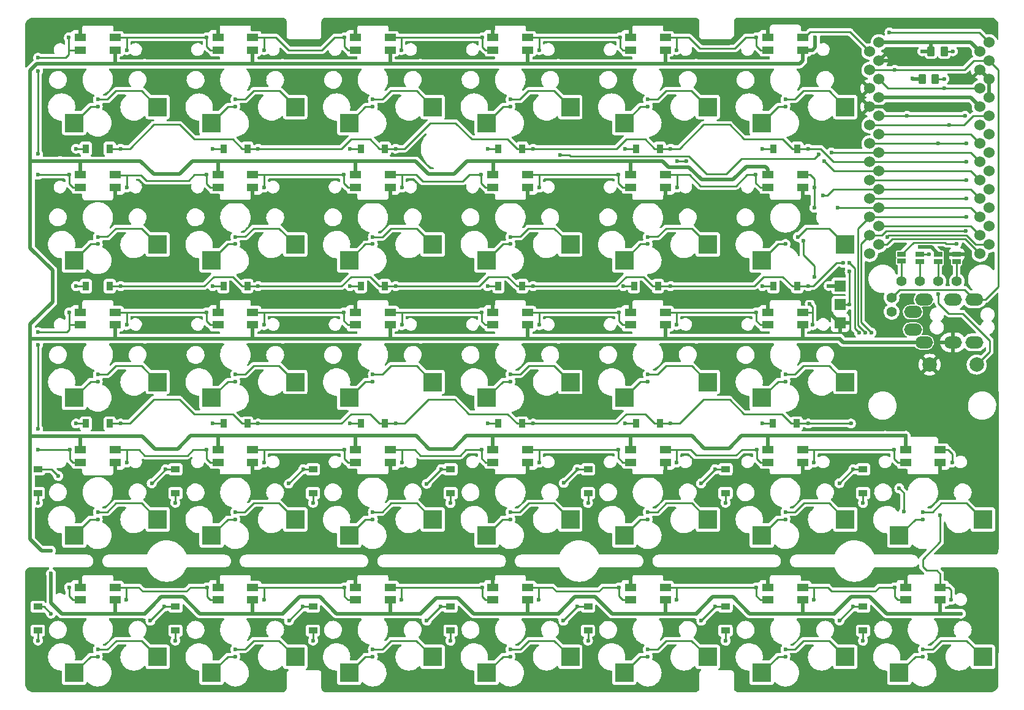
<source format=gbr>
G04 #@! TF.GenerationSoftware,KiCad,Pcbnew,(6.0.0)*
G04 #@! TF.CreationDate,2021-12-26T21:23:53+01:00*
G04 #@! TF.ProjectId,helixhschoc,68656c69-7868-4736-9368-6f632e6b6963,rev?*
G04 #@! TF.SameCoordinates,Original*
G04 #@! TF.FileFunction,Copper,L1,Top*
G04 #@! TF.FilePolarity,Positive*
%FSLAX46Y46*%
G04 Gerber Fmt 4.6, Leading zero omitted, Abs format (unit mm)*
G04 Created by KiCad (PCBNEW (6.0.0)) date 2021-12-26 21:23:53*
%MOMM*%
%LPD*%
G01*
G04 APERTURE LIST*
G04 Aperture macros list*
%AMRoundRect*
0 Rectangle with rounded corners*
0 $1 Rounding radius*
0 $2 $3 $4 $5 $6 $7 $8 $9 X,Y pos of 4 corners*
0 Add a 4 corners polygon primitive as box body*
4,1,4,$2,$3,$4,$5,$6,$7,$8,$9,$2,$3,0*
0 Add four circle primitives for the rounded corners*
1,1,$1+$1,$2,$3*
1,1,$1+$1,$4,$5*
1,1,$1+$1,$6,$7*
1,1,$1+$1,$8,$9*
0 Add four rect primitives between the rounded corners*
20,1,$1+$1,$2,$3,$4,$5,0*
20,1,$1+$1,$4,$5,$6,$7,0*
20,1,$1+$1,$6,$7,$8,$9,0*
20,1,$1+$1,$8,$9,$2,$3,0*%
G04 Aperture macros list end*
G04 #@! TA.AperFunction,SMDPad,CuDef*
%ADD10R,2.600000X2.600000*%
G04 #@! TD*
G04 #@! TA.AperFunction,SMDPad,CuDef*
%ADD11R,0.900000X1.200000*%
G04 #@! TD*
G04 #@! TA.AperFunction,ComponentPad*
%ADD12C,1.524000*%
G04 #@! TD*
G04 #@! TA.AperFunction,SMDPad,CuDef*
%ADD13R,1.200000X0.900000*%
G04 #@! TD*
G04 #@! TA.AperFunction,SMDPad,CuDef*
%ADD14RoundRect,0.249998X-0.262502X-0.450002X0.262502X-0.450002X0.262502X0.450002X-0.262502X0.450002X0*%
G04 #@! TD*
G04 #@! TA.AperFunction,SMDPad,CuDef*
%ADD15R,1.143000X0.635000*%
G04 #@! TD*
G04 #@! TA.AperFunction,SMDPad,CuDef*
%ADD16R,1.600000X1.000000*%
G04 #@! TD*
G04 #@! TA.AperFunction,ComponentPad*
%ADD17C,1.397000*%
G04 #@! TD*
G04 #@! TA.AperFunction,ComponentPad*
%ADD18C,2.000000*%
G04 #@! TD*
G04 #@! TA.AperFunction,SMDPad,CuDef*
%ADD19R,1.524000X1.524000*%
G04 #@! TD*
G04 #@! TA.AperFunction,ComponentPad*
%ADD20O,2.500000X1.700000*%
G04 #@! TD*
G04 #@! TA.AperFunction,ViaPad*
%ADD21C,0.600000*%
G04 #@! TD*
G04 #@! TA.AperFunction,Conductor*
%ADD22C,0.250000*%
G04 #@! TD*
G04 #@! TA.AperFunction,Conductor*
%ADD23C,0.500000*%
G04 #@! TD*
G04 APERTURE END LIST*
D10*
X84155540Y-62127540D03*
X95705540Y-59927540D03*
D11*
X127080540Y-65677540D03*
X123780540Y-65677540D03*
D10*
X141155540Y-62127540D03*
X152705540Y-59927540D03*
X122155540Y-62127540D03*
X133705540Y-59927540D03*
X103155540Y-62127540D03*
X114705540Y-59927540D03*
D12*
X210582940Y-50984340D03*
X194072940Y-52254340D03*
X210582940Y-53524340D03*
X194072940Y-54794340D03*
X194072940Y-57334340D03*
X210582940Y-56064340D03*
X210582940Y-58604340D03*
X194072940Y-59874340D03*
X194072940Y-62414340D03*
X210582940Y-61144340D03*
X210582940Y-63684340D03*
X194072940Y-64954340D03*
X210582940Y-66224340D03*
X194072940Y-67494340D03*
X210582940Y-68764340D03*
X194072940Y-70034340D03*
X210582940Y-71304340D03*
X194072940Y-72574340D03*
X194072940Y-75114340D03*
X210582940Y-73844340D03*
X210582940Y-76384340D03*
X194072940Y-77654340D03*
X194072940Y-80194340D03*
X210582940Y-78924340D03*
X195342940Y-78924340D03*
X209312940Y-80194340D03*
X209312940Y-77654340D03*
X195342940Y-76384340D03*
X195342940Y-73844340D03*
X209312940Y-75114340D03*
X209312940Y-72574340D03*
X195342940Y-71304340D03*
X195342940Y-68764340D03*
X209312940Y-70034340D03*
X209312940Y-67494340D03*
X195342940Y-66224340D03*
X209312940Y-64954340D03*
X195342940Y-63684340D03*
X209312940Y-62414340D03*
X195342940Y-61144340D03*
X195342940Y-58604340D03*
X209312940Y-59874340D03*
X209312940Y-57334340D03*
X195342940Y-56064340D03*
X195342940Y-53524340D03*
X209312940Y-54794340D03*
X209312940Y-52254340D03*
X195342940Y-50984340D03*
D13*
X193155540Y-109991940D03*
X193155540Y-113291940D03*
D14*
X201303150Y-56024780D03*
X203128150Y-56024780D03*
X202551660Y-52222400D03*
X204376660Y-52222400D03*
D10*
X160155540Y-62127540D03*
X171705540Y-59927540D03*
X179155540Y-138127540D03*
X190705540Y-135927540D03*
X160155540Y-138127540D03*
X171705540Y-135927540D03*
X141155540Y-138127540D03*
X152705540Y-135927540D03*
X84155540Y-138127540D03*
X95705540Y-135927540D03*
X122155540Y-138127540D03*
X133705540Y-135927540D03*
X198155540Y-119127540D03*
X209705540Y-116927540D03*
X103155540Y-138127540D03*
X114705540Y-135927540D03*
X179155540Y-119127540D03*
X190705540Y-116927540D03*
X198155540Y-138127540D03*
X209705540Y-135927540D03*
D15*
X206112540Y-80302160D03*
X206112540Y-81302920D03*
D16*
X104030540Y-52052540D03*
X104030540Y-50302540D03*
X108830540Y-50302540D03*
X108830540Y-52052540D03*
D17*
X206112540Y-83962460D03*
X203572540Y-83962460D03*
X201032540Y-83962460D03*
X198492540Y-83962460D03*
D15*
X201032540Y-80302160D03*
X201032540Y-81302920D03*
D16*
X85030540Y-52052540D03*
X85030540Y-50302540D03*
X89830540Y-50302540D03*
X89830540Y-52052540D03*
D15*
X203575080Y-80302160D03*
X203575080Y-81302920D03*
X198473920Y-80243800D03*
X198473920Y-81244560D03*
D16*
X108830540Y-69302540D03*
X108830540Y-71052540D03*
X104030540Y-71052540D03*
X104030540Y-69302540D03*
D17*
X197099780Y-86282960D03*
D16*
X161030540Y-52052540D03*
X161030540Y-50302540D03*
X165830540Y-50302540D03*
X165830540Y-52052540D03*
X146830540Y-69302540D03*
X146830540Y-71052540D03*
X142030540Y-71052540D03*
X142030540Y-69302540D03*
D17*
X197099780Y-88238760D03*
D16*
X85030540Y-90052540D03*
X85030540Y-88302540D03*
X89830540Y-88302540D03*
X89830540Y-90052540D03*
X127830540Y-69302540D03*
X127830540Y-71052540D03*
X123030540Y-71052540D03*
X123030540Y-69302540D03*
X184830540Y-69302540D03*
X184830540Y-71052540D03*
X180030540Y-71052540D03*
X180030540Y-69302540D03*
X89830540Y-69302540D03*
X89830540Y-71052540D03*
X85030540Y-71052540D03*
X85030540Y-69302540D03*
X104030540Y-90052540D03*
X104030540Y-88302540D03*
X108830540Y-88302540D03*
X108830540Y-90052540D03*
X123030540Y-90052540D03*
X123030540Y-88302540D03*
X127830540Y-88302540D03*
X127830540Y-90052540D03*
D18*
X202353580Y-95531700D03*
X208853580Y-95531700D03*
D16*
X142030540Y-90052540D03*
X142030540Y-88302540D03*
X146830540Y-88302540D03*
X146830540Y-90052540D03*
X165830540Y-69302540D03*
X165830540Y-71052540D03*
X161030540Y-71052540D03*
X161030540Y-69302540D03*
X123030540Y-52052540D03*
X123030540Y-50302540D03*
X127830540Y-50302540D03*
X127830540Y-52052540D03*
X180030540Y-90052540D03*
X180030540Y-88302540D03*
X184830540Y-88302540D03*
X184830540Y-90052540D03*
X89830540Y-107302540D03*
X89830540Y-109052540D03*
X85030540Y-109052540D03*
X85030540Y-107302540D03*
X146830540Y-107302540D03*
X146830540Y-109052540D03*
X142030540Y-109052540D03*
X142030540Y-107302540D03*
X104030540Y-128052540D03*
X104030540Y-126302540D03*
X108830540Y-126302540D03*
X108830540Y-128052540D03*
X123030540Y-128052540D03*
X123030540Y-126302540D03*
X127830540Y-126302540D03*
X127830540Y-128052540D03*
X142030540Y-128052540D03*
X142030540Y-126302540D03*
X146830540Y-126302540D03*
X146830540Y-128052540D03*
X161030540Y-128052540D03*
X161030540Y-126302540D03*
X165830540Y-126302540D03*
X165830540Y-128052540D03*
X180030540Y-128052540D03*
X180030540Y-126302540D03*
X184830540Y-126302540D03*
X184830540Y-128052540D03*
X85030540Y-128052540D03*
X85030540Y-126302540D03*
X89830540Y-126302540D03*
X89830540Y-128052540D03*
X127830540Y-107302540D03*
X127830540Y-109052540D03*
X123030540Y-109052540D03*
X123030540Y-107302540D03*
X161030540Y-90052540D03*
X161030540Y-88302540D03*
X165830540Y-88302540D03*
X165830540Y-90052540D03*
X203830540Y-107302540D03*
X203830540Y-109052540D03*
X199030540Y-109052540D03*
X199030540Y-107302540D03*
X199030540Y-128052540D03*
X199030540Y-126302540D03*
X203830540Y-126302540D03*
X203830540Y-128052540D03*
X184830540Y-107302540D03*
X184830540Y-109052540D03*
X180030540Y-109052540D03*
X180030540Y-107302540D03*
X108830540Y-107302540D03*
X108830540Y-109052540D03*
X104030540Y-109052540D03*
X104030540Y-107302540D03*
X165830540Y-107302540D03*
X165830540Y-109052540D03*
X161030540Y-109052540D03*
X161030540Y-107302540D03*
X180030540Y-52052540D03*
X180030540Y-50302540D03*
X184830540Y-50302540D03*
X184830540Y-52052540D03*
D11*
X89080540Y-103677540D03*
X85780540Y-103677540D03*
X146080540Y-84677540D03*
X142780540Y-84677540D03*
X184080540Y-84677540D03*
X180780540Y-84677540D03*
X164811140Y-84677540D03*
X161511140Y-84677540D03*
X108080540Y-84677540D03*
X104780540Y-84677540D03*
X165080540Y-65677540D03*
X161780540Y-65677540D03*
X146080540Y-65677540D03*
X142780540Y-65677540D03*
X108080540Y-65677540D03*
X104780540Y-65677540D03*
X108080540Y-103677540D03*
X104780540Y-103677540D03*
D19*
X189975080Y-84662860D03*
X189975080Y-87202860D03*
X189975080Y-89742860D03*
D11*
X89080540Y-84677540D03*
X85780540Y-84677540D03*
X89080540Y-65677540D03*
X85780540Y-65677540D03*
X184080540Y-65677540D03*
X180780540Y-65677540D03*
X127080540Y-84677540D03*
X123780540Y-84677540D03*
D13*
X79155540Y-128991940D03*
X79155540Y-132291940D03*
X193155540Y-128991940D03*
X193155540Y-132291940D03*
D11*
X127080540Y-103677540D03*
X123780540Y-103677540D03*
D13*
X136155540Y-128991940D03*
X136155540Y-132291940D03*
X98155540Y-128991940D03*
X98155540Y-132291940D03*
X174155540Y-128991940D03*
X174155540Y-132291940D03*
X155155540Y-128991940D03*
X155155540Y-132291940D03*
X174155540Y-109991940D03*
X174155540Y-113291940D03*
X136155540Y-109991940D03*
X136155540Y-113291940D03*
X117155540Y-109991940D03*
X117155540Y-113291940D03*
X98155540Y-109991940D03*
X98155540Y-113291940D03*
D11*
X183978940Y-103677540D03*
X180678940Y-103677540D03*
D16*
X142030540Y-52052540D03*
X142030540Y-50302540D03*
X146830540Y-50302540D03*
X146830540Y-52052540D03*
D13*
X155155540Y-109991940D03*
X155155540Y-113291940D03*
X79155540Y-109991940D03*
X79155540Y-113291940D03*
D11*
X165080540Y-103677540D03*
X161780540Y-103677540D03*
X146080540Y-103677540D03*
X142780540Y-103677540D03*
D13*
X117155540Y-128991940D03*
X117155540Y-132291940D03*
D10*
X122155540Y-81127540D03*
X133705540Y-78927540D03*
X141155540Y-100127540D03*
X152705540Y-97927540D03*
X84155540Y-100127540D03*
X95705540Y-97927540D03*
X103155540Y-100127540D03*
X114705540Y-97927540D03*
X103155540Y-81127540D03*
X114705540Y-78927540D03*
X84155540Y-81127540D03*
X95705540Y-78927540D03*
X179155540Y-62127540D03*
X190705540Y-59927540D03*
X179155540Y-81127540D03*
X190705540Y-78927540D03*
X103155540Y-119127540D03*
X114705540Y-116927540D03*
X84155540Y-119127540D03*
X95705540Y-116927540D03*
X160155540Y-119127540D03*
X171705540Y-116927540D03*
X179155540Y-100127540D03*
X190705540Y-97927540D03*
X122155540Y-100127540D03*
X133705540Y-97927540D03*
X122155540Y-119127540D03*
X133705540Y-116927540D03*
X160155540Y-100127540D03*
X171705540Y-97927540D03*
X160155540Y-81127540D03*
X171705540Y-78927540D03*
X141155540Y-81127540D03*
X152705540Y-78927540D03*
X141155540Y-119127540D03*
X152705540Y-116927540D03*
D20*
X200052940Y-88257540D03*
X200052940Y-90707540D03*
X208552940Y-92457540D03*
X208552940Y-86507540D03*
X205552940Y-92457540D03*
X205552940Y-86507540D03*
X201552940Y-92457540D03*
X201552940Y-86507540D03*
D21*
X210720000Y-48660000D03*
X191482460Y-103677540D03*
X128680000Y-112760000D03*
X186160000Y-75550000D03*
X175960000Y-71920000D03*
X127900000Y-59310000D03*
X131460000Y-65700000D03*
X128550000Y-55880000D03*
X141930000Y-59460000D03*
X150630000Y-63850000D03*
X147700000Y-55980000D03*
X160960000Y-59540000D03*
X165070000Y-64100000D03*
X122310000Y-56150000D03*
X116440000Y-52990000D03*
X165890000Y-59170000D03*
X172930000Y-56110000D03*
X179790000Y-59150000D03*
X115900000Y-56260000D03*
X84200000Y-55920000D03*
X81410000Y-101540000D03*
X154480000Y-101880000D03*
X98000000Y-94220000D03*
X98070000Y-90010000D03*
X117070000Y-93960000D03*
X155010000Y-94180000D03*
X136090000Y-94220000D03*
X117330000Y-90040000D03*
X136240000Y-90120000D03*
X155240000Y-90050000D03*
X174180000Y-94230000D03*
X174170000Y-90120000D03*
X173790000Y-52950000D03*
X154830000Y-52280000D03*
X135470000Y-52010000D03*
X97820000Y-52160000D03*
X97110000Y-56300000D03*
X190680000Y-56230000D03*
X198377450Y-110952550D03*
X147610000Y-131920000D03*
X112030000Y-125270000D03*
X80980000Y-119400000D03*
X90610000Y-113000000D03*
X109660000Y-112980000D03*
X194690000Y-111280000D03*
X147630000Y-112640000D03*
X166640000Y-112690000D03*
X185760000Y-112520000D03*
X194960000Y-119570000D03*
X208050000Y-120590000D03*
X196990000Y-90580000D03*
X90710000Y-131920000D03*
X128810000Y-132040000D03*
X122310000Y-132190000D03*
X135920000Y-139110000D03*
X109710000Y-132190000D03*
X172440000Y-133280000D03*
X166490000Y-131850000D03*
X179090000Y-132080000D03*
X185750000Y-132080000D03*
X179940000Y-135440000D03*
X192430000Y-139250000D03*
X108910000Y-135430000D03*
X103340000Y-132080000D03*
X84250000Y-131920000D03*
X147580540Y-65677540D03*
X90580540Y-65677540D03*
X166580540Y-65677540D03*
X207430140Y-67494340D03*
X128580540Y-65677540D03*
X185589740Y-65677540D03*
X109580540Y-65677540D03*
X87430540Y-58877540D03*
X84421140Y-65677540D03*
X103280540Y-65677540D03*
X106430540Y-58877540D03*
X122280540Y-65677540D03*
X125430540Y-58877540D03*
X144430540Y-58877540D03*
X141280540Y-65677540D03*
X163430540Y-58877540D03*
X160280540Y-65677540D03*
X182430540Y-58877540D03*
X179280540Y-65677540D03*
X128580540Y-84677540D03*
X207423840Y-70034340D03*
X90580540Y-84677540D03*
X109580540Y-84677540D03*
X147580540Y-84677540D03*
X185589740Y-84677540D03*
X166580540Y-84677540D03*
X190456820Y-81480660D03*
X87430540Y-77876740D03*
X84421140Y-84677540D03*
X103280540Y-84677540D03*
X106430540Y-77876740D03*
X125430540Y-77876740D03*
X122280540Y-84677540D03*
X141280540Y-84677540D03*
X144430540Y-77876740D03*
X163430540Y-77876740D03*
X160011140Y-84677540D03*
X184129340Y-77876740D03*
X179280540Y-84677540D03*
X192618360Y-91132660D03*
X147580540Y-103677540D03*
X109580540Y-103677540D03*
X90580540Y-103677540D03*
X166580540Y-103677540D03*
X185589740Y-103677540D03*
X207411140Y-72574340D03*
X128580540Y-103677540D03*
X191304340Y-81480660D03*
X87430540Y-96875940D03*
X84421140Y-103677540D03*
X103280540Y-103677540D03*
X106430540Y-96875940D03*
X122280540Y-103677540D03*
X125430540Y-96875940D03*
X144430540Y-96875940D03*
X141280540Y-103677540D03*
X163430540Y-96875940D03*
X160280540Y-103677540D03*
X179280540Y-103677540D03*
X182430540Y-96875940D03*
X113827560Y-111968280D03*
X96814860Y-109991940D03*
X193460000Y-91120000D03*
X115803900Y-109991940D03*
X81953100Y-110916720D03*
X170776900Y-111935260D03*
X153705780Y-109991940D03*
X151818340Y-111879380D03*
X189880240Y-111925100D03*
X172720220Y-109991940D03*
X207417440Y-75114340D03*
X94876620Y-111930180D03*
X132867400Y-112003840D03*
X134879300Y-109991940D03*
X191813400Y-109991940D03*
X87430540Y-115900540D03*
X79155540Y-114636300D03*
X106430540Y-115900540D03*
X98155540Y-114632960D03*
X125430540Y-115900540D03*
X117155540Y-114637240D03*
X144430540Y-115900540D03*
X136155540Y-114659300D03*
X155155540Y-114640720D03*
X163430540Y-115900540D03*
X182430540Y-115900540D03*
X174155540Y-114629760D03*
X205559660Y-52219860D03*
X205075560Y-62414340D03*
X206112540Y-78810539D03*
X158210540Y-67402530D03*
X196210540Y-105373741D03*
X82210540Y-105402530D03*
X93899730Y-129952550D03*
X198492540Y-50984340D03*
X151037030Y-129952550D03*
X112975130Y-129952550D03*
X112975130Y-53952550D03*
X189149730Y-129952550D03*
X201303150Y-58604340D03*
X170074330Y-53952550D03*
X93899730Y-91952550D03*
X80962500Y-121231660D03*
X151037030Y-53952550D03*
X189947980Y-91952550D03*
X198492540Y-58604340D03*
X112975130Y-91952550D03*
X158210540Y-105373741D03*
X151037030Y-91952550D03*
X177492181Y-68125340D03*
X93899730Y-53952550D03*
X101210540Y-105373741D03*
X139210540Y-105368940D03*
X131987030Y-91952550D03*
X186541040Y-50302540D03*
X170074330Y-129952550D03*
X206650540Y-129952550D03*
X200017380Y-56017160D03*
X139210540Y-67402530D03*
X170074330Y-91952550D03*
X101210540Y-67402530D03*
X120210540Y-105373741D03*
X177210540Y-105373741D03*
X131987030Y-129952550D03*
X120210540Y-67402530D03*
X199030540Y-105373741D03*
X80967580Y-124406660D03*
X188403660Y-84662860D03*
X201343260Y-52217320D03*
X201035908Y-79300542D03*
X131987030Y-53952550D03*
X82210540Y-67402530D03*
X207402939Y-80302160D03*
X158210540Y-48402530D03*
X206033800Y-53522460D03*
X139210540Y-48402530D03*
X112975130Y-72952550D03*
X151037030Y-72952550D03*
X93899730Y-72952550D03*
X176441578Y-49408978D03*
X170074330Y-72952550D03*
X101210540Y-48402530D03*
X131987030Y-72952550D03*
X170074330Y-110952550D03*
X151037030Y-110952550D03*
X119674640Y-49672240D03*
X93899730Y-110952550D03*
X177210540Y-124402530D03*
X196210540Y-124402530D03*
X187748340Y-87543220D03*
X120210540Y-86402530D03*
X158210540Y-124402530D03*
X101210540Y-86402530D03*
X206650540Y-110952550D03*
X131987030Y-110952550D03*
X82210540Y-86402530D03*
X101210540Y-124402530D03*
X120210540Y-124402530D03*
X199030540Y-124402530D03*
X139210540Y-86402530D03*
X112975130Y-110952550D03*
X189149730Y-110952550D03*
X177210540Y-86402530D03*
X158210540Y-86402530D03*
X139210540Y-124402530D03*
X82210540Y-126163142D03*
X198492540Y-59874340D03*
X188370000Y-64390000D03*
X207240000Y-59780000D03*
X185515190Y-72952550D03*
X82210540Y-48402530D03*
X191304340Y-87192700D03*
X191304340Y-82670220D03*
X196806820Y-49615940D03*
X144430540Y-59877540D03*
X144430540Y-116900540D03*
X144430540Y-135874340D03*
X168770300Y-67393820D03*
X144430540Y-97875940D03*
X144430540Y-78876740D03*
X167434090Y-67393820D03*
X187783900Y-67380700D03*
X125430540Y-97875940D03*
X125430540Y-78876740D03*
X187006660Y-66496780D03*
X125430540Y-135874340D03*
X151279860Y-66520060D03*
X125430540Y-116900540D03*
X125430540Y-59877540D03*
X188787860Y-66224340D03*
X163430540Y-135874340D03*
X187650540Y-72174100D03*
X163430540Y-78876740D03*
X163430540Y-116900540D03*
X163430540Y-97875940D03*
X163430540Y-59877540D03*
X204375180Y-57334340D03*
X203572540Y-85810940D03*
X87430540Y-97875940D03*
X87430540Y-78876740D03*
X87430540Y-116900540D03*
X87430540Y-59877540D03*
X199259620Y-61142460D03*
X87430540Y-135874340D03*
X207233340Y-61144340D03*
X106430540Y-135874340D03*
X106430540Y-97875940D03*
X106430540Y-59877540D03*
X106430540Y-116900540D03*
X106430540Y-78876740D03*
X182430540Y-97875940D03*
X182430540Y-116900540D03*
X189627940Y-73844340D03*
X182430540Y-59877540D03*
X182430540Y-135874340D03*
X182430540Y-78876740D03*
X207430140Y-64954340D03*
X203572540Y-64954340D03*
X204386180Y-56024780D03*
X202310000Y-80300000D03*
X201430540Y-115900540D03*
X193155540Y-114646740D03*
X80966740Y-129952550D03*
X153679580Y-128991940D03*
X113845340Y-130901440D03*
X132867400Y-130903980D03*
X134779440Y-128991940D03*
X194320000Y-91100000D03*
X207357140Y-77060640D03*
X189885320Y-130901440D03*
X198793100Y-115872260D03*
X198163180Y-112618520D03*
X94698820Y-130906520D03*
X172739740Y-128991940D03*
X191794820Y-128991940D03*
X96613400Y-128991940D03*
X170815420Y-130916260D03*
X151759920Y-130911600D03*
X115754840Y-128991940D03*
X87430540Y-134874340D03*
X79155540Y-133664540D03*
X98155540Y-133664540D03*
X106430540Y-134874340D03*
X125430540Y-134874340D03*
X117155540Y-133664540D03*
X144430540Y-134874340D03*
X136155540Y-133689940D03*
X155155540Y-133664540D03*
X163430540Y-134874340D03*
X174155540Y-133689940D03*
X182430540Y-134874340D03*
X201430540Y-134874340D03*
X193155540Y-133689940D03*
X201430540Y-116900540D03*
X201430540Y-135874340D03*
X79163340Y-54973740D03*
X79163340Y-53121140D03*
X79163340Y-66429140D03*
X83431340Y-50302540D03*
X83444840Y-69302540D03*
X79163340Y-69302540D03*
X102481340Y-50302540D03*
X91420640Y-52052540D03*
X110441640Y-52052540D03*
X121531340Y-50302540D03*
X140581340Y-50302540D03*
X129390040Y-52052540D03*
X159581340Y-50302540D03*
X148439300Y-52052540D03*
X167375740Y-52052540D03*
X178426540Y-50301740D03*
X102456740Y-69302540D03*
X91417840Y-71052540D03*
X121392440Y-69302540D03*
X110442440Y-71052540D03*
X140366240Y-69302540D03*
X129441640Y-71052540D03*
X159340040Y-69302540D03*
X148453540Y-71052540D03*
X167465440Y-71052540D03*
X178351940Y-69302540D03*
X184929780Y-78381860D03*
X186479180Y-83380580D03*
X185803540Y-87137950D03*
X186426540Y-73845420D03*
X186426540Y-71052540D03*
X186216940Y-90052540D03*
X83458340Y-88302540D03*
X83535340Y-107302540D03*
X79163340Y-91043340D03*
X79163340Y-107302540D03*
X79163340Y-92819740D03*
X79163340Y-104376740D03*
X102457540Y-88302540D03*
X91405940Y-90052540D03*
X121405940Y-88302540D03*
X110405140Y-90052540D03*
X129429740Y-90052540D03*
X140481340Y-88302540D03*
X159429740Y-88302540D03*
X148454340Y-90052540D03*
X178403540Y-88302540D03*
X167428140Y-90052540D03*
X91456340Y-109052540D03*
X102458340Y-107302540D03*
X121482940Y-107302540D03*
X110417440Y-109052540D03*
X129416640Y-109052540D03*
X140437640Y-107302540D03*
X148417040Y-109052540D03*
X159335240Y-107302540D03*
X167415040Y-109052540D03*
X178474140Y-107302540D03*
X102509940Y-126302540D03*
X91379340Y-128052540D03*
X121509140Y-126302540D03*
X110378540Y-128052540D03*
X129403140Y-128052540D03*
X140508340Y-126302540D03*
X159456740Y-126302540D03*
X148376940Y-128052540D03*
X167426940Y-128052540D03*
X178430540Y-126302540D03*
X197565660Y-54794340D03*
X196486780Y-77919580D03*
X186375340Y-128052540D03*
X197505940Y-126302540D03*
X186388840Y-109052540D03*
X197454340Y-107302540D03*
X205349140Y-128052540D03*
X205451540Y-109052540D03*
X203830540Y-116316140D03*
X83459940Y-126302540D03*
D22*
X194320000Y-91096807D02*
X192910460Y-89687267D01*
X192910460Y-78816820D02*
X194072940Y-77654340D01*
X192910460Y-89687267D02*
X192910460Y-78816820D01*
X193460000Y-91120000D02*
X193460000Y-91091107D01*
X193460000Y-91091107D02*
X192460450Y-90091557D01*
X192460450Y-76726830D02*
X194072940Y-75114340D01*
X192460450Y-90091557D02*
X192460450Y-76726830D01*
D23*
X198377450Y-110952550D02*
X196525150Y-110952550D01*
D22*
X108080540Y-65677540D02*
X109580540Y-65677540D01*
X127080540Y-65677540D02*
X128580540Y-65677540D01*
X146080540Y-65677540D02*
X147580540Y-65677540D01*
X89080540Y-65677540D02*
X90580540Y-65677540D01*
X165080540Y-65677540D02*
X166580540Y-65677540D01*
X144060340Y-64373340D02*
X145364540Y-65677540D01*
X129827540Y-65677540D02*
X133372020Y-62133060D01*
X194072940Y-67494340D02*
X189096420Y-67494340D01*
X127080540Y-65677540D02*
X126365340Y-65677540D01*
X147580540Y-65677540D02*
X159113740Y-65677540D01*
X176724740Y-64373340D02*
X182058740Y-64373340D01*
X121115340Y-65677540D02*
X109580540Y-65677540D01*
X122419540Y-64373340D02*
X121115340Y-65677540D01*
X182058740Y-64373340D02*
X183362940Y-65677540D01*
X108080540Y-65677540D02*
X107366140Y-65677540D01*
X174718140Y-62366740D02*
X176724740Y-64373340D01*
X189096420Y-67494340D02*
X187279620Y-65677540D01*
X166580540Y-65677540D02*
X167825940Y-65677540D01*
X128580540Y-65677540D02*
X129827540Y-65677540D01*
X167825940Y-65677540D02*
X171136740Y-62366740D01*
X187279620Y-65677540D02*
X185589740Y-65677540D01*
X125061140Y-64373340D02*
X122419540Y-64373340D01*
X133372020Y-62133060D02*
X136831500Y-62133060D01*
X183362940Y-65677540D02*
X184080540Y-65677540D01*
X185589740Y-65677540D02*
X184080540Y-65677540D01*
X106061940Y-64373340D02*
X100727940Y-64373340D01*
X95139940Y-62366740D02*
X91829140Y-65677540D01*
X136831500Y-62133060D02*
X139071780Y-64373340D01*
X91829140Y-65677540D02*
X90580540Y-65677540D01*
X139071780Y-64373340D02*
X144060340Y-64373340D01*
X160417940Y-64373340D02*
X163059540Y-64373340D01*
X107366140Y-65677540D02*
X106061940Y-64373340D01*
X171136740Y-62366740D02*
X174718140Y-62366740D01*
X164363740Y-65677540D02*
X165080540Y-65677540D01*
X145364540Y-65677540D02*
X146080540Y-65677540D01*
X98721340Y-62366740D02*
X95139940Y-62366740D01*
X159113740Y-65677540D02*
X160417940Y-64373340D01*
X163059540Y-64373340D02*
X164363740Y-65677540D01*
X126365340Y-65677540D02*
X125061140Y-64373340D01*
X100727940Y-64373340D02*
X98721340Y-62366740D01*
X194072940Y-67494340D02*
X207430140Y-67494340D01*
X85780540Y-65677540D02*
X84336140Y-65677540D01*
X93471140Y-57693140D02*
X95705540Y-59927540D01*
X89958340Y-57693140D02*
X93471140Y-57693140D01*
X88773940Y-58877540D02*
X89958340Y-57693140D01*
X87430540Y-58877540D02*
X88773940Y-58877540D01*
X114705540Y-59859740D02*
X112538940Y-57693140D01*
X108932140Y-57693140D02*
X107747740Y-58877540D01*
X112538940Y-57693140D02*
X108932140Y-57693140D01*
X104780540Y-65677540D02*
X103280540Y-65677540D01*
X107747740Y-58877540D02*
X106430540Y-58877540D01*
X114705540Y-59927540D02*
X114705540Y-59859740D01*
X133705540Y-59927540D02*
X131471140Y-57693140D01*
X127931340Y-57693140D02*
X126746940Y-58877540D01*
X131471140Y-57693140D02*
X127931340Y-57693140D01*
X123780540Y-65677540D02*
X122280540Y-65677540D01*
X126746940Y-58877540D02*
X125430540Y-58877540D01*
X146930540Y-57693140D02*
X145746140Y-58877540D01*
X145746140Y-58877540D02*
X144430540Y-58877540D01*
X142780540Y-65677540D02*
X141280540Y-65677540D01*
X150471140Y-57693140D02*
X146930540Y-57693140D01*
X152705540Y-59927540D02*
X150471140Y-57693140D01*
X171705540Y-59927540D02*
X169445740Y-57667740D01*
X165955140Y-57667740D02*
X164745340Y-58877540D01*
X161780540Y-65677540D02*
X160280540Y-65677540D01*
X164745340Y-58877540D02*
X163430540Y-58877540D01*
X169445740Y-57667740D02*
X165955140Y-57667740D01*
X180780540Y-65677540D02*
X179280540Y-65677540D01*
X183744540Y-58877540D02*
X182430540Y-58877540D01*
X184928940Y-57693140D02*
X183744540Y-58877540D01*
X188471140Y-57693140D02*
X184928940Y-57693140D01*
X190705540Y-59927540D02*
X188471140Y-57693140D01*
X140113740Y-84677540D02*
X141418740Y-83372540D01*
X126366140Y-84677540D02*
X125061140Y-83372540D01*
X178112140Y-84677540D02*
X179417140Y-83372540D01*
X162780140Y-83372540D02*
X164085140Y-84677540D01*
X186269340Y-84677540D02*
X189466220Y-81480660D01*
X145365340Y-84677540D02*
X146080540Y-84677540D01*
X159112940Y-84677540D02*
X160417940Y-83372540D01*
X127080540Y-84677540D02*
X126366140Y-84677540D01*
X147580540Y-84677540D02*
X159112940Y-84677540D01*
X183363740Y-84677540D02*
X184080540Y-84677540D01*
X182058740Y-83372540D02*
X183363740Y-84677540D01*
X144060340Y-83372540D02*
X145365340Y-84677540D01*
X164085140Y-84677540D02*
X164811140Y-84677540D01*
X160417940Y-83372540D02*
X162780140Y-83372540D01*
X179417140Y-83372540D02*
X182058740Y-83372540D01*
X125061140Y-83372540D02*
X122419540Y-83372540D01*
X141418740Y-83372540D02*
X144060340Y-83372540D01*
X194072940Y-70034340D02*
X207423840Y-70034340D01*
X103445740Y-83372540D02*
X106061940Y-83372540D01*
X102140740Y-84677540D02*
X103445740Y-83372540D01*
X90580540Y-84677540D02*
X102140740Y-84677540D01*
X122419540Y-83372540D02*
X121114540Y-84677540D01*
X147580540Y-84677540D02*
X146080540Y-84677540D01*
X121114540Y-84677540D02*
X109580540Y-84677540D01*
X89080540Y-84677540D02*
X90580540Y-84677540D01*
X108080540Y-84677540D02*
X109580540Y-84677540D01*
X107366940Y-84677540D02*
X108080540Y-84677540D01*
X106061940Y-83372540D02*
X107366940Y-84677540D01*
X190456820Y-81480660D02*
X189466220Y-81480660D01*
X166580540Y-84677540D02*
X178112140Y-84677540D01*
X184080540Y-84677540D02*
X185589740Y-84677540D01*
X164811140Y-84677540D02*
X166580540Y-84677540D01*
X186269340Y-84677540D02*
X185589740Y-84677540D01*
X127080540Y-84677540D02*
X140113740Y-84677540D01*
X85780540Y-84677540D02*
X84421140Y-84677540D01*
X93470340Y-76692340D02*
X89932940Y-76692340D01*
X88773940Y-77851340D02*
X87430540Y-77851340D01*
X95705540Y-78927540D02*
X93470340Y-76692340D01*
X89932940Y-76692340D02*
X88773940Y-77851340D01*
X104780540Y-84677540D02*
X103280540Y-84677540D01*
X112470340Y-76692340D02*
X108957540Y-76692340D01*
X114705540Y-78927540D02*
X112470340Y-76692340D01*
X108957540Y-76692340D02*
X107798540Y-77851340D01*
X107798540Y-77851340D02*
X106430540Y-77851340D01*
X133705540Y-78927540D02*
X131470340Y-76692340D01*
X126772340Y-77876740D02*
X125430540Y-77876740D01*
X123780540Y-84677540D02*
X122280540Y-84677540D01*
X131470340Y-76692340D02*
X127956740Y-76692340D01*
X127956740Y-76692340D02*
X126772340Y-77876740D01*
X145771540Y-77851340D02*
X144430540Y-77851340D01*
X150470340Y-76692340D02*
X146930540Y-76692340D01*
X152705540Y-78927540D02*
X150470340Y-76692340D01*
X146930540Y-76692340D02*
X145771540Y-77851340D01*
X142780540Y-84677540D02*
X141280540Y-84677540D01*
X169470340Y-76692340D02*
X165929740Y-76692340D01*
X165929740Y-76692340D02*
X164770740Y-77851340D01*
X164770740Y-77851340D02*
X163430540Y-77851340D01*
X171705540Y-78927540D02*
X169470340Y-76692340D01*
X161511140Y-84677540D02*
X160011140Y-84677540D01*
X180780540Y-84677540D02*
X179280540Y-84677540D01*
X185313740Y-76692340D02*
X184129340Y-77876740D01*
X188470340Y-76692340D02*
X185313740Y-76692340D01*
X190705540Y-78927540D02*
X188470340Y-76692340D01*
X125061140Y-102371740D02*
X122419540Y-102371740D01*
X159112140Y-103677540D02*
X160417940Y-102371740D01*
X147580540Y-103677540D02*
X159112140Y-103677540D01*
X181957140Y-102371740D02*
X183262940Y-103677540D01*
X174718140Y-100365140D02*
X176724740Y-102371740D01*
X171136740Y-100365140D02*
X174718140Y-100365140D01*
X146080540Y-103677540D02*
X147580540Y-103677540D01*
X183978940Y-103677540D02*
X185589740Y-103677540D01*
X127080540Y-103677540D02*
X128580540Y-103677540D01*
X107367740Y-103677540D02*
X108080540Y-103677540D01*
X126366940Y-103677540D02*
X125061140Y-102371740D01*
X164365340Y-103677540D02*
X165080540Y-103677540D01*
X176724740Y-102371740D02*
X181957140Y-102371740D01*
X167824340Y-103677540D02*
X171136740Y-100365140D01*
X183262940Y-103677540D02*
X183978940Y-103677540D01*
X166580540Y-103677540D02*
X167824340Y-103677540D01*
X91827540Y-103677540D02*
X95139940Y-100365140D01*
X121113740Y-103677540D02*
X109580540Y-103677540D01*
X163059540Y-102371740D02*
X164365340Y-103677540D01*
X95139940Y-100365140D02*
X98721340Y-100365140D01*
X165080540Y-103677540D02*
X166580540Y-103677540D01*
X145366140Y-103677540D02*
X146080540Y-103677540D01*
X144060340Y-102371740D02*
X145366140Y-103677540D01*
X194072940Y-72574340D02*
X207411140Y-72574340D01*
X106061940Y-102371740D02*
X107367740Y-103677540D01*
X90580540Y-103677540D02*
X91827540Y-103677540D01*
X89080540Y-103677540D02*
X90580540Y-103677540D01*
X98721340Y-100365140D02*
X100727940Y-102371740D01*
X122419540Y-102371740D02*
X121113740Y-103677540D01*
X100727940Y-102371740D02*
X106061940Y-102371740D01*
X127080540Y-103677540D02*
X126366940Y-103677540D01*
X160417940Y-102371740D02*
X163059540Y-102371740D01*
X108080540Y-103677540D02*
X109580540Y-103677540D01*
X128580540Y-103677540D02*
X129825940Y-103677540D01*
X133138340Y-100365140D02*
X136719740Y-100365140D01*
X136719740Y-100365140D02*
X138726340Y-102371740D01*
X138726340Y-102371740D02*
X144060340Y-102371740D01*
X129825940Y-103677540D02*
X133138340Y-100365140D01*
X192010440Y-90524740D02*
X192010440Y-82186760D01*
X192618360Y-91132660D02*
X192010440Y-90524740D01*
X185589740Y-103677540D02*
X191482460Y-103677540D01*
X192010440Y-82186760D02*
X191304340Y-81480660D01*
X84421140Y-103677540D02*
X85780540Y-103677540D01*
X95705540Y-97927540D02*
X93469540Y-95691540D01*
X89932940Y-95691540D02*
X88748540Y-96875940D01*
X88748540Y-96875940D02*
X87430540Y-96875940D01*
X93469540Y-95691540D02*
X89932940Y-95691540D01*
X114705540Y-97927540D02*
X112469540Y-95691540D01*
X108932140Y-95691540D02*
X107747740Y-96875940D01*
X112469540Y-95691540D02*
X108932140Y-95691540D01*
X104780540Y-103677540D02*
X103280540Y-103677540D01*
X107747740Y-96875940D02*
X106430540Y-96875940D01*
X126746940Y-96875940D02*
X125430540Y-96875940D01*
X133705540Y-97927540D02*
X131469540Y-95691540D01*
X131469540Y-95691540D02*
X127931340Y-95691540D01*
X123780540Y-103677540D02*
X122280540Y-103677540D01*
X127931340Y-95691540D02*
X126746940Y-96875940D01*
X145771540Y-96875940D02*
X144430540Y-96875940D01*
X146955940Y-95691540D02*
X145771540Y-96875940D01*
X150469540Y-95691540D02*
X146955940Y-95691540D01*
X152705540Y-97927540D02*
X150469540Y-95691540D01*
X142780540Y-103677540D02*
X141280540Y-103677540D01*
X164770740Y-96875940D02*
X163430540Y-96875940D01*
X165955140Y-95691540D02*
X164770740Y-96875940D01*
X171705540Y-97927540D02*
X169469540Y-95691540D01*
X161780540Y-103677540D02*
X160280540Y-103677540D01*
X169469540Y-95691540D02*
X165955140Y-95691540D01*
X188469540Y-95691540D02*
X184928940Y-95691540D01*
X180678940Y-103677540D02*
X179280540Y-103677540D01*
X184928940Y-95691540D02*
X183744540Y-96875940D01*
X190705540Y-97927540D02*
X188469540Y-95691540D01*
X183744540Y-96875940D02*
X182430540Y-96875940D01*
X155155540Y-109991940D02*
X153705780Y-109991940D01*
X98155540Y-109991940D02*
X96814860Y-109991940D01*
X136155540Y-109991940D02*
X134879300Y-109991940D01*
X96814860Y-109991940D02*
X94876620Y-111930180D01*
X194072940Y-75114340D02*
X207417440Y-75114340D01*
X134879300Y-109991940D02*
X132867400Y-112003840D01*
X153705780Y-109991940D02*
X151818340Y-111879380D01*
X172720220Y-109991940D02*
X170776900Y-111935260D01*
X193155540Y-109991940D02*
X191813400Y-109991940D01*
X191813400Y-109991940D02*
X189880240Y-111925100D01*
X79155540Y-109991940D02*
X81028320Y-109991940D01*
X115803900Y-109991940D02*
X113827560Y-111968280D01*
X117155540Y-109991940D02*
X115803900Y-109991940D01*
X81028320Y-109991940D02*
X81953100Y-110916720D01*
X174155540Y-109991940D02*
X172720220Y-109991940D01*
X88748540Y-115900540D02*
X87430540Y-115900540D01*
X93468740Y-114690740D02*
X89958340Y-114690740D01*
X89958340Y-114690740D02*
X88748540Y-115900540D01*
X79155540Y-114636300D02*
X79155540Y-113291940D01*
X95705540Y-116927540D02*
X93468740Y-114690740D01*
X108932140Y-114690740D02*
X107722340Y-115900540D01*
X112468740Y-114690740D02*
X108932140Y-114690740D01*
X114705540Y-116927540D02*
X112468740Y-114690740D01*
X107722340Y-115900540D02*
X106430540Y-115900540D01*
X98155540Y-114632960D02*
X98155540Y-113291940D01*
X133705540Y-116927540D02*
X131468740Y-114690740D01*
X126721540Y-115900540D02*
X125430540Y-115900540D01*
X127931340Y-114690740D02*
X126721540Y-115900540D01*
X131468740Y-114690740D02*
X127931340Y-114690740D01*
X117155540Y-114637240D02*
X117155540Y-113291940D01*
X150468740Y-114690740D02*
X146955940Y-114690740D01*
X145746140Y-115900540D02*
X144430540Y-115900540D01*
X146955940Y-114690740D02*
X145746140Y-115900540D01*
X136155540Y-114659300D02*
X136155540Y-113291940D01*
X152705540Y-116927540D02*
X150468740Y-114690740D01*
X171705540Y-116927540D02*
X169468740Y-114690740D01*
X164745340Y-115900540D02*
X163430540Y-115900540D01*
X169468740Y-114690740D02*
X165955140Y-114690740D01*
X155155540Y-114640720D02*
X155155540Y-113291940D01*
X165955140Y-114690740D02*
X164745340Y-115900540D01*
X183744540Y-115900540D02*
X182430540Y-115900540D01*
X184979740Y-114665340D02*
X183744540Y-115900540D01*
X188443340Y-114665340D02*
X184979740Y-114665340D01*
X190705540Y-116927540D02*
X188443340Y-114665340D01*
X174155540Y-114629760D02*
X174155540Y-113291940D01*
X203082080Y-62414340D02*
X196362140Y-62414340D01*
X208401740Y-61144340D02*
X210582940Y-61144340D01*
X204379200Y-52219860D02*
X204376660Y-52222400D01*
X207131740Y-62414340D02*
X208401740Y-61144340D01*
X205559660Y-52219860D02*
X204379200Y-52219860D01*
X196362140Y-62414340D02*
X194072940Y-62414340D01*
X205075560Y-62414340D02*
X203082080Y-62414340D01*
X205075560Y-62414340D02*
X207131740Y-62414340D01*
X204635100Y-78808580D02*
X206110581Y-78808580D01*
X204452058Y-78625538D02*
X204635100Y-78808580D01*
X200169162Y-78625538D02*
X204452058Y-78625538D01*
X198492540Y-80302160D02*
X200169162Y-78625538D01*
D23*
X201343260Y-52217320D02*
X202546580Y-52217320D01*
X104030540Y-67409720D02*
X104023350Y-67402530D01*
X85030540Y-69302540D02*
X85030540Y-67421140D01*
X165398006Y-53952550D02*
X163516740Y-53952550D01*
X142030540Y-105493740D02*
X142155340Y-105368940D01*
X203830540Y-128052540D02*
X203830540Y-129947880D01*
X180030540Y-107302540D02*
X180030540Y-105474340D01*
X185756240Y-52052540D02*
X184830540Y-52052540D01*
X142047150Y-69282130D02*
X142047150Y-67402530D01*
X123030540Y-105373741D02*
X123030540Y-107302540D01*
X186149940Y-52052540D02*
X185756240Y-52052540D01*
X89830540Y-129838500D02*
X89944590Y-129952550D01*
X142030540Y-69302540D02*
X142030540Y-69298740D01*
X123047950Y-67402530D02*
X120203150Y-67402530D01*
X142030540Y-107302540D02*
X142030540Y-105493740D01*
X142487062Y-105368940D02*
X142155340Y-105368940D01*
X123030540Y-69302540D02*
X123030540Y-67419940D01*
X161030540Y-107302540D02*
X161030540Y-105373741D01*
X165830540Y-128052540D02*
X165830540Y-129857220D01*
X108830540Y-53781540D02*
X109001550Y-53952550D01*
X89830540Y-52052540D02*
X89830540Y-53836620D01*
X104030540Y-107302540D02*
X104030540Y-105373741D01*
X186541040Y-50302540D02*
X186541040Y-51661440D01*
X180030540Y-105474340D02*
X179929941Y-105373741D01*
X123030540Y-105373741D02*
X120192239Y-105373741D01*
X106417540Y-53952550D02*
X93952930Y-53952550D01*
X85030540Y-67421140D02*
X85011930Y-67402530D01*
X123030540Y-67419940D02*
X123047950Y-67402530D01*
X142491863Y-105373741D02*
X142487062Y-105368940D01*
X89830540Y-128052540D02*
X89830540Y-129838500D01*
X184830540Y-129908540D02*
X184874550Y-129952550D01*
X127914390Y-53952550D02*
X113168030Y-53952550D01*
X161030540Y-69302540D02*
X161030540Y-67431520D01*
X142030540Y-69298740D02*
X142047150Y-69282130D01*
X161030540Y-105373741D02*
X158343039Y-105373741D01*
X108398006Y-53952550D02*
X106417540Y-53952550D01*
X127830540Y-53868700D02*
X127914390Y-53952550D01*
X146830540Y-52052540D02*
X146830540Y-53854260D01*
X146830540Y-53854260D02*
X146928830Y-53952550D01*
X146928830Y-53952550D02*
X132040230Y-53952550D01*
X186541040Y-51661440D02*
X186149940Y-52052540D01*
X144466740Y-67402530D02*
X158252350Y-67402530D01*
X89830540Y-53836620D02*
X89946470Y-53952550D01*
X108830540Y-52052540D02*
X108830540Y-53781540D01*
X184830540Y-128052540D02*
X184830540Y-129908540D01*
X163516740Y-53952550D02*
X151356930Y-53952550D01*
X161030540Y-67431520D02*
X161059530Y-67402530D01*
X142047150Y-67402530D02*
X144466740Y-67402530D01*
X104030540Y-69302540D02*
X104030540Y-67409720D01*
X85011930Y-67402530D02*
X82210540Y-67402530D01*
X203830540Y-129947880D02*
X203835210Y-129952550D01*
X108830540Y-129895180D02*
X108887910Y-129952550D01*
X108830540Y-128052540D02*
X108830540Y-129895180D01*
X109001550Y-53952550D02*
X108398006Y-53952550D01*
X127830540Y-52052540D02*
X127830540Y-53868700D01*
X208042940Y-58604340D02*
X209312940Y-59874340D01*
X146680130Y-129952550D02*
X139357750Y-129952550D01*
X184874550Y-129952550D02*
X189149730Y-129952550D01*
X196431550Y-129952550D02*
X194072940Y-127593940D01*
X184874550Y-129952550D02*
X177483150Y-129952550D01*
X202551660Y-52222400D02*
X202551660Y-51024160D01*
X169120820Y-68242180D02*
X170858180Y-69979540D01*
X166255700Y-68242180D02*
X169120820Y-68242180D01*
X108887910Y-129952550D02*
X101537150Y-129952550D01*
X158458550Y-129952550D02*
X170074330Y-129952550D01*
X172382140Y-127644740D02*
X170074330Y-129952550D01*
X191508340Y-127593940D02*
X189149730Y-129952550D01*
X158458550Y-129952550D02*
X156150740Y-127644740D01*
X151037030Y-129952550D02*
X146680130Y-129952550D01*
X194072940Y-127593940D02*
X191508340Y-127593940D01*
X195342940Y-58604340D02*
X198509700Y-58604340D01*
X179671980Y-68125340D02*
X180030540Y-68483900D01*
X153344840Y-127644740D02*
X151037030Y-129952550D01*
X177030380Y-68125340D02*
X179671980Y-68125340D01*
X175176180Y-69979540D02*
X177030380Y-68125340D01*
X165416050Y-67402530D02*
X166255700Y-68242180D01*
X195342940Y-50984340D02*
X202591480Y-50984340D01*
X156150740Y-127644740D02*
X153344840Y-127644740D01*
X175175340Y-127644740D02*
X172382140Y-127644740D01*
X99229340Y-127644740D02*
X96207540Y-127644740D01*
X94911340Y-128940940D02*
X93899730Y-129952550D01*
X203835210Y-129952550D02*
X196431550Y-129952550D01*
X101537150Y-129952550D02*
X99229340Y-127644740D01*
X170858180Y-69979540D02*
X175176180Y-69979540D01*
X177483150Y-129952550D02*
X175175340Y-127644740D01*
X96207540Y-127644740D02*
X94911340Y-128940940D01*
X146830540Y-128052540D02*
X146830540Y-129802140D01*
X180030540Y-68483900D02*
X180030540Y-69302540D01*
X161059530Y-67402530D02*
X165416050Y-67402530D01*
X208042940Y-50984340D02*
X209312940Y-52254340D01*
X206650540Y-129952550D02*
X203835210Y-129952550D01*
X202551660Y-51024160D02*
X202591480Y-50984340D01*
X202591480Y-50984340D02*
X208042940Y-50984340D01*
X198509700Y-58604340D02*
X201242740Y-58604340D01*
X131938630Y-53952550D02*
X127914390Y-53952550D01*
X170140230Y-53952550D02*
X184398006Y-53952550D01*
X184830540Y-53520016D02*
X184830540Y-52052540D01*
X165398006Y-53952550D02*
X165892470Y-53952550D01*
X93952930Y-53952550D02*
X93825930Y-53952550D01*
X113168030Y-53952550D02*
X112990230Y-53952550D01*
X112875930Y-53952550D02*
X109001550Y-53952550D01*
X93825930Y-53952550D02*
X89946470Y-53952550D01*
X165830540Y-52052540D02*
X165830540Y-53890620D01*
X151356930Y-53952550D02*
X151115630Y-53952550D01*
X165892470Y-53952550D02*
X170140230Y-53952550D01*
X112990230Y-53952550D02*
X112875930Y-53952550D01*
X165830540Y-53890620D02*
X165892470Y-53952550D01*
X150988630Y-53952550D02*
X146928830Y-53952550D01*
X151115630Y-53952550D02*
X150988630Y-53952550D01*
X120203150Y-67402530D02*
X104023350Y-67402530D01*
X158252350Y-67402530D02*
X161059530Y-67402530D01*
X184398006Y-53952550D02*
X184830540Y-53520016D01*
X127830540Y-91893440D02*
X127771430Y-91952550D01*
X184398006Y-91952550D02*
X170824430Y-91952550D01*
X108830540Y-90052540D02*
X108830540Y-91856140D01*
X146830540Y-90052540D02*
X146830540Y-91819640D01*
X120192239Y-105373741D02*
X104030540Y-105373741D01*
X158343039Y-105373741D02*
X142491863Y-105373741D01*
X165830540Y-90052540D02*
X165830540Y-91807740D01*
X85030540Y-107302540D02*
X85030540Y-105483440D01*
X112974330Y-129952550D02*
X108887910Y-129952550D01*
X108830540Y-91856140D02*
X108926950Y-91952550D01*
X170824430Y-91952550D02*
X165975350Y-91952550D01*
X94408530Y-91952550D02*
X89773030Y-91952550D01*
X108926950Y-91952550D02*
X94408530Y-91952550D01*
X113737930Y-91952550D02*
X108926950Y-91952550D01*
X133029230Y-91952550D02*
X127771430Y-91952550D01*
X127830540Y-90052540D02*
X127830540Y-91893440D01*
X146963450Y-91952550D02*
X133029230Y-91952550D01*
X146830540Y-91819640D02*
X146963450Y-91952550D01*
X165830540Y-91807740D02*
X165975350Y-91952550D01*
X85030540Y-105483440D02*
X85111450Y-105402530D01*
X151329930Y-91952550D02*
X146963450Y-91952550D01*
X127771430Y-91952550D02*
X113737930Y-91952550D01*
X165975350Y-91952550D02*
X151329930Y-91952550D01*
X171238340Y-107146940D02*
X174629240Y-107146940D01*
X85463074Y-105402530D02*
X85111450Y-105402530D01*
X161030540Y-105373741D02*
X169465141Y-105373741D01*
X131341530Y-67402530D02*
X133100240Y-69161240D01*
X123047950Y-67402530D02*
X131341530Y-67402530D01*
X133189140Y-107197740D02*
X131365141Y-105373741D01*
X136529240Y-107197740D02*
X133189140Y-107197740D01*
X142155340Y-105368940D02*
X138358040Y-105368940D01*
X100265939Y-105373741D02*
X98467340Y-107172340D01*
X95368540Y-107172340D02*
X93598730Y-105402530D01*
X169465141Y-105373741D02*
X171238340Y-107146940D01*
X138402250Y-67402530D02*
X139215050Y-67402530D01*
X139215050Y-67402530D02*
X142047150Y-67402530D01*
X98695940Y-69224740D02*
X95165340Y-69224740D01*
X136643540Y-69161240D02*
X138402250Y-67402530D01*
X95165340Y-69224740D02*
X93343130Y-67402530D01*
X100518150Y-67402530D02*
X98695940Y-69224740D01*
X176402439Y-105373741D02*
X177634339Y-105373741D01*
X93343130Y-67402530D02*
X85463074Y-67402530D01*
X174629240Y-107146940D02*
X176402439Y-105373741D01*
X104023350Y-67402530D02*
X100518150Y-67402530D01*
X85463074Y-67402530D02*
X85011930Y-67402530D01*
X133100240Y-69161240D02*
X136643540Y-69161240D01*
X138358040Y-105368940D02*
X136529240Y-107197740D01*
X131365141Y-105373741D02*
X123030540Y-105373741D01*
X98467340Y-107172340D02*
X95368540Y-107172340D01*
X93598730Y-105402530D02*
X85463074Y-105402530D01*
X104030540Y-105373741D02*
X100265939Y-105373741D01*
X177634339Y-105373741D02*
X179929941Y-105373741D01*
X82210540Y-105402530D02*
X85111450Y-105402530D01*
X78101730Y-91952550D02*
X78096540Y-91957740D01*
X78096540Y-104352940D02*
X78096540Y-91957740D01*
X199030540Y-105373741D02*
X196210540Y-105373741D01*
X199030540Y-107302540D02*
X199030540Y-105373741D01*
X80966740Y-128482940D02*
X82436350Y-129952550D01*
X115282940Y-127644740D02*
X112975130Y-129952550D01*
X123463074Y-129952550D02*
X131987030Y-129952550D01*
X89830540Y-91895040D02*
X89773030Y-91952550D01*
X82210540Y-67402530D02*
X78255530Y-67402530D01*
X93899730Y-129952550D02*
X89944590Y-129952550D01*
X78096540Y-54848340D02*
X78096540Y-67243540D01*
X78096540Y-105241940D02*
X78096540Y-104352940D01*
X89830540Y-90052540D02*
X89830540Y-91895040D01*
X89946470Y-53952550D02*
X78992330Y-53952550D01*
X82210540Y-105402530D02*
X78257130Y-105402530D01*
X78992330Y-53952550D02*
X78096540Y-54848340D01*
X82436350Y-129952550D02*
X89944590Y-129952550D01*
X120409350Y-129952550D02*
X123463074Y-129952550D01*
X127830540Y-129848160D02*
X127934930Y-129952550D01*
X78255530Y-67402530D02*
X78096540Y-67243540D01*
X196023939Y-105373741D02*
X179929941Y-105373741D01*
X120409350Y-129952550D02*
X118101540Y-127644740D01*
X139357750Y-129952550D02*
X137176940Y-127771740D01*
X118101540Y-127644740D02*
X115282940Y-127644740D01*
X137176940Y-127771740D02*
X134167840Y-127771740D01*
X127830540Y-128052540D02*
X127830540Y-129848160D01*
X184830540Y-91935540D02*
X184847550Y-91952550D01*
X146830540Y-129802140D02*
X146680130Y-129952550D01*
X184398006Y-91952550D02*
X184847550Y-91952550D01*
X89773030Y-91952550D02*
X78101730Y-91952550D01*
X134167840Y-127771740D02*
X131987030Y-129952550D01*
X184830540Y-90052540D02*
X184830540Y-91935540D01*
X78096540Y-119686500D02*
X79641700Y-121231660D01*
X78096540Y-67243540D02*
X78096540Y-79394480D01*
X201242740Y-58604340D02*
X208042940Y-58604340D01*
X201303150Y-56024780D02*
X200025000Y-56024780D01*
X78096540Y-89967640D02*
X78096540Y-91957740D01*
X78096540Y-79394480D02*
X81186020Y-82483960D01*
X81186020Y-86878160D02*
X78096540Y-89967640D01*
X81186020Y-82483960D02*
X81186020Y-86878160D01*
X200025000Y-56024780D02*
X200017380Y-56017160D01*
X79641700Y-121231660D02*
X80962500Y-121231660D01*
X80967580Y-124406660D02*
X80966740Y-128482940D01*
X78096540Y-105241940D02*
X78096540Y-119686500D01*
X189975080Y-84662860D02*
X188403660Y-84662860D01*
X189947980Y-91952550D02*
X190452970Y-92457540D01*
X190452970Y-92457540D02*
X201552940Y-92457540D01*
X184847550Y-91952550D02*
X189947980Y-91952550D01*
X203572540Y-80302160D02*
X202570922Y-79300542D01*
X202570922Y-79300542D02*
X201035908Y-79300542D01*
X206112540Y-80302160D02*
X207402860Y-80302160D01*
X195342940Y-53524340D02*
X204949880Y-53524340D01*
X206033800Y-53522460D02*
X204951760Y-53522460D01*
X85030540Y-48408120D02*
X85024950Y-48402530D01*
X210582940Y-56064340D02*
X209312940Y-54794340D01*
X85030540Y-50302540D02*
X85030540Y-48408120D01*
X89398006Y-48402530D02*
X85024950Y-48402530D01*
X104030540Y-48446940D02*
X104074950Y-48402530D01*
X104030540Y-50302540D02*
X104030540Y-48446940D01*
X104074950Y-48402530D02*
X101407950Y-48402530D01*
X123030540Y-48406920D02*
X123034930Y-48402530D01*
X210582940Y-58604340D02*
X210582940Y-56064340D01*
X204951760Y-53522460D02*
X204949880Y-53524340D01*
X142030540Y-50302540D02*
X142030540Y-48406120D01*
X179499130Y-48402530D02*
X180030540Y-48933940D01*
X127830540Y-109052540D02*
X127830540Y-110859620D01*
X127398006Y-124402530D02*
X125117020Y-124402530D01*
X123030540Y-124463260D02*
X123091270Y-124402530D01*
X142034130Y-48402530D02*
X139203150Y-48402530D01*
X146830540Y-110877260D02*
X146905830Y-110952550D01*
X106178780Y-124402530D02*
X103998290Y-124402530D01*
X108830540Y-72851860D02*
X108931230Y-72952550D01*
X127830540Y-72795180D02*
X127673170Y-72952550D01*
X146830540Y-71052540D02*
X146830540Y-72812820D01*
X165830540Y-72823780D02*
X165959310Y-72952550D01*
X127830540Y-71052540D02*
X127830540Y-72795180D01*
X165830540Y-109052540D02*
X165830540Y-110842780D01*
X123091270Y-124402530D02*
X120175350Y-124402530D01*
X104030540Y-124434780D02*
X103998290Y-124402530D01*
X165830540Y-110842780D02*
X165720770Y-110952550D01*
X161030540Y-48495340D02*
X161123350Y-48402530D01*
X142030540Y-48406120D02*
X142034130Y-48402530D01*
X142030540Y-126302540D02*
X142030540Y-124408640D01*
X165720770Y-110952550D02*
X170074330Y-110952550D01*
X146905830Y-110952550D02*
X151037030Y-110952550D01*
X85030540Y-126302540D02*
X85030540Y-124423820D01*
X85030540Y-124423820D02*
X85009250Y-124402530D01*
X161030540Y-126302540D02*
X161030540Y-124523540D01*
X180048230Y-124402530D02*
X177401550Y-124402530D01*
X127830540Y-110859620D02*
X127737610Y-110952550D01*
X108830540Y-109052540D02*
X108830540Y-110824860D01*
X127737610Y-110952550D02*
X131987030Y-110952550D01*
X146830540Y-72812820D02*
X146970270Y-72952550D01*
X146970270Y-72952550D02*
X132293430Y-72952550D01*
X165830540Y-71052540D02*
X165830540Y-72823780D01*
X165959310Y-72952550D02*
X151076730Y-72952550D01*
X123030540Y-50302540D02*
X123030540Y-48406920D01*
X123030540Y-126302540D02*
X123030540Y-124463260D01*
X142024430Y-124402530D02*
X139707950Y-124402530D01*
X125117020Y-124402530D02*
X123091270Y-124402530D01*
X139203150Y-48402530D02*
X123034930Y-48402530D01*
X108830540Y-110824860D02*
X108702850Y-110952550D01*
X180030540Y-48933940D02*
X180030540Y-50302540D01*
X108398006Y-124402530D02*
X106178780Y-124402530D01*
X161030540Y-124523540D02*
X160909530Y-124402530D01*
X184830540Y-110902940D02*
X184780930Y-110952550D01*
X127673170Y-72952550D02*
X113116430Y-72952550D01*
X108830540Y-71052540D02*
X108830540Y-72851860D01*
X104030540Y-126302540D02*
X104030540Y-124434780D01*
X184830540Y-109052540D02*
X184830540Y-110902940D01*
X161030540Y-50302540D02*
X161030540Y-48495340D01*
X161123350Y-48402530D02*
X158293790Y-48402530D01*
X179499130Y-48402530D02*
X177448026Y-48402530D01*
X165398006Y-124402530D02*
X163379580Y-124402530D01*
X177448026Y-48402530D02*
X176441578Y-49408978D01*
X142030540Y-124408640D02*
X142024430Y-124402530D01*
X180030540Y-124420220D02*
X180048230Y-124402530D01*
X180030540Y-126302540D02*
X180030540Y-124420220D01*
X146830540Y-109052540D02*
X146830540Y-110877260D01*
X163379580Y-124402530D02*
X160909530Y-124402530D01*
X108702850Y-110952550D02*
X112975130Y-110952550D01*
X123030540Y-86421220D02*
X123049230Y-86402530D01*
X127398006Y-86402530D02*
X125200840Y-86402530D01*
X158293790Y-48402530D02*
X142034130Y-48402530D01*
X113116430Y-72952550D02*
X108931230Y-72952550D01*
X123030540Y-88302540D02*
X123030540Y-86421220D01*
X161022230Y-86402530D02*
X158315050Y-86402530D01*
X125200840Y-86402530D02*
X123049230Y-86402530D01*
X82210540Y-48402530D02*
X85024950Y-48402530D01*
X158315050Y-86402530D02*
X146398006Y-86402530D01*
X139277750Y-86402530D02*
X127398006Y-86402530D01*
X84974630Y-86402530D02*
X82210540Y-86402530D01*
X85030540Y-88302540D02*
X85030540Y-86458440D01*
X146398006Y-86402530D02*
X142160650Y-86402530D01*
X123049230Y-86402530D02*
X120418250Y-86402530D01*
X151076730Y-72952550D02*
X146970270Y-72952550D01*
X161463074Y-86402530D02*
X177453950Y-86402530D01*
X161463074Y-86402530D02*
X161022230Y-86402530D01*
X85030540Y-86458440D02*
X84974630Y-86402530D01*
X142030540Y-86532640D02*
X142160650Y-86402530D01*
X104149550Y-86402530D02*
X84974630Y-86402530D01*
X142030540Y-88302540D02*
X142030540Y-86532640D01*
X120418250Y-86402530D02*
X104149550Y-86402530D01*
X101407950Y-48402530D02*
X89398006Y-48402530D01*
X132293430Y-72952550D02*
X127673170Y-72952550D01*
X142160650Y-86402530D02*
X139277750Y-86402530D01*
X104030540Y-86521540D02*
X104149550Y-86402530D01*
X161030540Y-86410840D02*
X161022230Y-86402530D01*
X104030540Y-88302540D02*
X104030540Y-86521540D01*
X161030540Y-88302540D02*
X161030540Y-86410840D01*
X139707950Y-124402530D02*
X127398006Y-124402530D01*
X199030540Y-124402530D02*
X199030540Y-126302540D01*
X177453950Y-86402530D02*
X179399130Y-86402530D01*
X90263074Y-110952550D02*
X89830540Y-110520016D01*
X93899730Y-110952550D02*
X90263074Y-110952550D01*
X93899730Y-72952550D02*
X108729850Y-72952550D01*
X89830540Y-71052540D02*
X89830540Y-72520016D01*
X93899730Y-72952550D02*
X90263074Y-72952550D01*
X90263074Y-72952550D02*
X89830540Y-72520016D01*
X120175350Y-124402530D02*
X108398006Y-124402530D01*
X177401550Y-124402530D02*
X165398006Y-124402530D01*
X89830540Y-109052540D02*
X89830540Y-110520016D01*
X189187830Y-110952550D02*
X189149730Y-110952550D01*
X108729850Y-72952550D02*
X108830540Y-72851860D01*
X168265130Y-48402530D02*
X171020740Y-51158140D01*
X118010940Y-51335940D02*
X114200940Y-51335940D01*
X82210540Y-126163142D02*
X83971152Y-124402530D01*
X139695190Y-110952550D02*
X146905830Y-110952550D01*
X89398006Y-124402530D02*
X85789450Y-124402530D01*
X165959310Y-72952550D02*
X184398006Y-72952550D01*
X152188340Y-126095340D02*
X150495530Y-124402530D01*
X120131840Y-49215040D02*
X119674640Y-49672240D01*
X179993950Y-86402530D02*
X180008540Y-86387940D01*
X180030540Y-86439120D02*
X179993950Y-86402530D01*
X180008540Y-86387940D02*
X186596020Y-86387940D01*
X139245610Y-110952550D02*
X139695190Y-110952550D01*
X111267530Y-48402530D02*
X104074950Y-48402530D01*
X174692416Y-51158140D02*
X176441578Y-49408978D01*
X160909530Y-124402530D02*
X157406922Y-124402530D01*
X137165080Y-108872020D02*
X139245610Y-110952550D01*
X155714112Y-126095340D02*
X152188340Y-126095340D01*
X171020740Y-51158140D02*
X174692416Y-51158140D01*
X85789450Y-124402530D02*
X85009250Y-124402530D01*
X120632490Y-110952550D02*
X127737610Y-110952550D01*
X134067560Y-108872020D02*
X137165080Y-108872020D01*
X180030540Y-88302540D02*
X180030540Y-86439120D01*
X185213990Y-110952550D02*
X189149730Y-110952550D01*
X103998290Y-124402530D02*
X100414150Y-124402530D01*
X187748340Y-87543220D02*
X189947980Y-89742860D01*
X120485170Y-110952550D02*
X120632490Y-110952550D01*
X100414150Y-124402530D02*
X98721340Y-126095340D01*
X131987030Y-110952550D02*
X134067560Y-108872020D01*
X118308120Y-108775500D02*
X120485170Y-110952550D01*
X115152180Y-108775500D02*
X118308120Y-108775500D01*
X94962140Y-126095340D02*
X93269330Y-124402530D01*
X114200940Y-51335940D02*
X111267530Y-48402530D01*
X144481980Y-124402530D02*
X142024430Y-124402530D01*
X93269330Y-124402530D02*
X89398006Y-124402530D01*
X150495530Y-124402530D02*
X144481980Y-124402530D01*
X179399130Y-86402530D02*
X179993950Y-86402530D01*
X161123350Y-48402530D02*
X168265130Y-48402530D01*
X157406922Y-124402530D02*
X155714112Y-126095340D01*
X98721340Y-126095340D02*
X94962140Y-126095340D01*
X120944350Y-48402530D02*
X120131840Y-49215040D01*
X123034930Y-48402530D02*
X120944350Y-48402530D01*
X184398006Y-72952550D02*
X185515190Y-72952550D01*
X119674640Y-49672240D02*
X118010940Y-51335940D01*
X187748340Y-87540260D02*
X187748340Y-87543220D01*
X186596020Y-86387940D02*
X187748340Y-87540260D01*
X184780930Y-110952550D02*
X185213990Y-110952550D01*
X83971152Y-124402530D02*
X85789450Y-124402530D01*
X101841570Y-110952550D02*
X108702850Y-110952550D01*
X156286200Y-108811060D02*
X158427690Y-110952550D01*
X185213990Y-110952550D02*
X177383710Y-110952550D01*
X112975130Y-110952550D02*
X115152180Y-108775500D01*
X151037030Y-110952550D02*
X153178520Y-108811060D01*
X172119300Y-108907580D02*
X170074330Y-110952550D01*
X196525150Y-110952550D02*
X194310000Y-108737400D01*
X99303840Y-108872020D02*
X101384370Y-110952550D01*
X188392330Y-124402530D02*
X190085140Y-126095340D01*
X177383710Y-110952550D02*
X175338740Y-108907580D01*
X191364880Y-108737400D02*
X189149730Y-110952550D01*
X101384370Y-110952550D02*
X101841570Y-110952550D01*
X193691940Y-126095340D02*
X195384750Y-124402530D01*
X180048230Y-124402530D02*
X188392330Y-124402530D01*
X95980260Y-108872020D02*
X99303840Y-108872020D01*
X175338740Y-108907580D02*
X172119300Y-108907580D01*
X194310000Y-108737400D02*
X191364880Y-108737400D01*
X190085140Y-126095340D02*
X193691940Y-126095340D01*
X153178520Y-108811060D02*
X156286200Y-108811060D01*
X195384750Y-124402530D02*
X199030540Y-124402530D01*
X206650540Y-110952550D02*
X198377450Y-110952550D01*
X158427690Y-110952550D02*
X165720770Y-110952550D01*
X93899730Y-110952550D02*
X95980260Y-108872020D01*
X194072940Y-59874340D02*
X198492540Y-59874340D01*
D22*
X191383740Y-49565140D02*
X194072940Y-52254340D01*
X209211340Y-49615940D02*
X207103140Y-49615940D01*
X209659040Y-50060440D02*
X209655840Y-50060440D01*
X209655840Y-50060440D02*
X209211340Y-49615940D01*
X185856040Y-49565140D02*
X191383740Y-49565140D01*
X189947980Y-87202860D02*
X191294180Y-87202860D01*
X191294180Y-87202860D02*
X191304340Y-87192700D01*
X191304340Y-85155138D02*
X191304340Y-82670220D01*
X185118640Y-50302540D02*
X185856040Y-49565140D01*
X207103140Y-49615940D02*
X196806820Y-49615940D01*
X210582940Y-50984340D02*
X209659040Y-50060440D01*
X184830540Y-50302540D02*
X185118640Y-50302540D01*
X191304340Y-87192700D02*
X191304340Y-85155138D01*
X208042940Y-68764340D02*
X209312940Y-70034340D01*
X141155540Y-62127540D02*
X143405540Y-59877540D01*
X143406340Y-78876740D02*
X144430540Y-78876740D01*
X141155540Y-81127540D02*
X143406340Y-78876740D01*
X195342940Y-68764340D02*
X208042940Y-68764340D01*
X143405540Y-59877540D02*
X144430540Y-59877540D01*
X143408740Y-135874340D02*
X141155540Y-138127540D01*
X141155540Y-100127540D02*
X143407140Y-97875940D01*
X144430540Y-135874340D02*
X143408740Y-135874340D01*
X167434090Y-67393820D02*
X168770300Y-67393820D01*
X141155540Y-119127540D02*
X143382540Y-116900540D01*
X195342940Y-68764340D02*
X189167540Y-68764340D01*
X189167540Y-68764340D02*
X187783900Y-67380700D01*
X143407140Y-97875940D02*
X144430540Y-97875940D01*
X143382540Y-116900540D02*
X144430540Y-116900540D01*
X124405540Y-59877540D02*
X125430540Y-59877540D01*
X122155540Y-62127540D02*
X124405540Y-59877540D01*
X124406340Y-78876740D02*
X125430540Y-78876740D01*
X122155540Y-81127540D02*
X124406340Y-78876740D01*
X122155540Y-100127540D02*
X124407140Y-97875940D01*
X124382540Y-116900540D02*
X125430540Y-116900540D01*
X122155540Y-119127540D02*
X124382540Y-116900540D01*
X208042940Y-66224340D02*
X209312940Y-67494340D01*
X195342940Y-66224340D02*
X208042940Y-66224340D01*
X124407140Y-97875940D02*
X125430540Y-97875940D01*
X186422621Y-67080819D02*
X187006660Y-66496780D01*
X174221140Y-69192140D02*
X176332461Y-67080819D01*
X169072140Y-66720300D02*
X171543980Y-69192140D01*
X176332461Y-67080819D02*
X186422621Y-67080819D01*
X152765340Y-66720300D02*
X169072140Y-66720300D01*
X195342940Y-66224340D02*
X188787860Y-66224340D01*
X152565100Y-66520060D02*
X152765340Y-66720300D01*
X171543980Y-69192140D02*
X174221140Y-69192140D01*
X122155540Y-138127540D02*
X124408740Y-135874340D01*
X151279860Y-66520060D02*
X152565100Y-66520060D01*
X124408740Y-135874340D02*
X125430540Y-135874340D01*
X162405540Y-59877540D02*
X163430540Y-59877540D01*
X160155540Y-81127540D02*
X162406340Y-78876740D01*
X162407140Y-97875940D02*
X163430540Y-97875940D01*
X160155540Y-100127540D02*
X162407140Y-97875940D01*
X208042940Y-71304340D02*
X209312940Y-72574340D01*
X160155540Y-62127540D02*
X162405540Y-59877540D01*
X160155540Y-119127540D02*
X162382540Y-116900540D01*
X162406340Y-78876740D02*
X163430540Y-78876740D01*
X162382540Y-116900540D02*
X163430540Y-116900540D01*
X162408740Y-135874340D02*
X163430540Y-135874340D01*
X160155540Y-138127540D02*
X162408740Y-135874340D01*
X195342940Y-71304340D02*
X208042940Y-71304340D01*
X189091380Y-71304340D02*
X195342940Y-71304340D01*
X188221620Y-72174100D02*
X189091380Y-71304340D01*
X187650540Y-72174100D02*
X188221620Y-72174100D01*
X209312940Y-57334340D02*
X204413940Y-57334340D01*
X204413940Y-57334340D02*
X196612940Y-57334340D01*
X196612940Y-57334340D02*
X195342940Y-56064340D01*
X204994940Y-88452540D02*
X203572540Y-87030140D01*
X208853580Y-95531700D02*
X210684540Y-93700740D01*
X210684540Y-93700740D02*
X210684540Y-92237140D01*
X210684540Y-92237140D02*
X206899940Y-88452540D01*
X206899940Y-88452540D02*
X204994940Y-88452540D01*
X203572540Y-87030140D02*
X203572540Y-85810940D01*
X84155540Y-81127540D02*
X86431740Y-78851340D01*
X86405540Y-59877540D02*
X84155540Y-62127540D01*
X207233340Y-61144340D02*
X199318700Y-61144340D01*
X86431740Y-78851340D02*
X87430540Y-78851340D01*
X84155540Y-100127540D02*
X86407140Y-97875940D01*
X86408740Y-135874340D02*
X87430540Y-135874340D01*
X86407140Y-97875940D02*
X87430540Y-97875940D01*
X86405540Y-59877540D02*
X87430540Y-59877540D01*
X84155540Y-138127540D02*
X86408740Y-135874340D01*
X84155540Y-119127540D02*
X86382540Y-116900540D01*
X86382540Y-116900540D02*
X87430540Y-116900540D01*
X199259620Y-61142460D02*
X199257740Y-61144340D01*
X199257740Y-61144340D02*
X195342940Y-61144340D01*
X208042940Y-63684340D02*
X209312940Y-64954340D01*
X105382540Y-116900540D02*
X106430540Y-116900540D01*
X103155540Y-62127540D02*
X105405540Y-59877540D01*
X105407140Y-97875940D02*
X106430540Y-97875940D01*
X105405540Y-59877540D02*
X106430540Y-59877540D01*
X105406340Y-78876740D02*
X106430540Y-78876740D01*
X195342940Y-63684340D02*
X208042940Y-63684340D01*
X103155540Y-81127540D02*
X105406340Y-78876740D01*
X103155540Y-138127540D02*
X105408740Y-135874340D01*
X103155540Y-100127540D02*
X105407140Y-97875940D01*
X103155540Y-119127540D02*
X105382540Y-116900540D01*
X105408740Y-135874340D02*
X106430540Y-135874340D01*
X181407140Y-97875940D02*
X182430540Y-97875940D01*
X181382540Y-116900540D02*
X182430540Y-116900540D01*
X179155540Y-100127540D02*
X181407140Y-97875940D01*
X181408740Y-135874340D02*
X182430540Y-135874340D01*
X195342940Y-73844340D02*
X190306780Y-73844340D01*
X179155540Y-138127540D02*
X181408740Y-135874340D01*
X179155540Y-81127540D02*
X181406340Y-78876740D01*
X181405540Y-59877540D02*
X182430540Y-59877540D01*
X181406340Y-78876740D02*
X182430540Y-78876740D01*
X208042940Y-73844340D02*
X209312940Y-75114340D01*
X179155540Y-119127540D02*
X181382540Y-116900540D01*
X179155540Y-62127540D02*
X181405540Y-59877540D01*
X195342940Y-73844340D02*
X208042940Y-73844340D01*
X190306780Y-73844340D02*
X189627940Y-73844340D01*
X194072940Y-64954340D02*
X204083740Y-64954340D01*
X203128150Y-56024780D02*
X204386180Y-56024780D01*
X207430140Y-64954340D02*
X204083740Y-64954340D01*
X202310000Y-80300000D02*
X201034700Y-80300000D01*
X201034700Y-80300000D02*
X201032540Y-80302160D01*
X203953540Y-114690740D02*
X202743740Y-115900540D01*
X207468740Y-114690740D02*
X203953540Y-114690740D01*
X209705540Y-116927540D02*
X207468740Y-114690740D01*
X193155540Y-114646740D02*
X193155540Y-113291940D01*
X202743740Y-115900540D02*
X201430540Y-115900540D01*
X195722276Y-77654340D02*
X196315976Y-77060640D01*
X115754840Y-128991940D02*
X113845340Y-130901440D01*
X80006130Y-128991940D02*
X80966740Y-129952550D01*
X191794820Y-128991940D02*
X189885320Y-130901440D01*
X194072940Y-77654340D02*
X195722276Y-77654340D01*
X196315976Y-77060640D02*
X207357140Y-77060640D01*
X155155540Y-128991940D02*
X153679580Y-128991940D01*
X79155540Y-128991940D02*
X80006130Y-128991940D01*
X117155540Y-128991940D02*
X115754840Y-128991940D01*
X153679580Y-128991940D02*
X151759920Y-130911600D01*
X193155540Y-128991940D02*
X191794820Y-128991940D01*
X94698820Y-130906520D02*
X96613400Y-128991940D01*
X172739740Y-128991940D02*
X170815420Y-130916260D01*
X96613400Y-128991940D02*
X98155540Y-128991940D01*
X174155540Y-128991940D02*
X172739740Y-128991940D01*
X198793100Y-113248440D02*
X198163180Y-112618520D01*
X134779440Y-128991940D02*
X136155540Y-128991940D01*
X132867400Y-130903980D02*
X134779440Y-128991940D01*
X198793100Y-115872260D02*
X198793100Y-113248440D01*
X88773940Y-134874340D02*
X87430540Y-134874340D01*
X95705540Y-135927540D02*
X93442540Y-133664540D01*
X89983740Y-133664540D02*
X88773940Y-134874340D01*
X79155540Y-132291940D02*
X79155540Y-133664540D01*
X93442540Y-133664540D02*
X89983740Y-133664540D01*
X108932140Y-133689940D02*
X107747740Y-134874340D01*
X107747740Y-134874340D02*
X106430540Y-134874340D01*
X112467940Y-133689940D02*
X108932140Y-133689940D01*
X114705540Y-135927540D02*
X112467940Y-133689940D01*
X98155540Y-133664540D02*
X98155540Y-132291940D01*
X126759640Y-134874340D02*
X125430540Y-134874340D01*
X127969440Y-133664540D02*
X126759640Y-134874340D01*
X131442540Y-133664540D02*
X127969440Y-133664540D01*
X133705540Y-135927540D02*
X131442540Y-133664540D01*
X117155540Y-132291940D02*
X117155540Y-133664540D01*
X145771540Y-134874340D02*
X144430540Y-134874340D01*
X136155540Y-133689940D02*
X136155540Y-132291940D01*
X150442540Y-133664540D02*
X146981340Y-133664540D01*
X146981340Y-133664540D02*
X145771540Y-134874340D01*
X152705540Y-135927540D02*
X150442540Y-133664540D01*
X171705540Y-135927540D02*
X169442540Y-133664540D01*
X169442540Y-133664540D02*
X165955140Y-133664540D01*
X155155540Y-133664540D02*
X155155540Y-132291940D01*
X165955140Y-133664540D02*
X164745340Y-134874340D01*
X164745340Y-134874340D02*
X163430540Y-134874340D01*
X190705540Y-135927540D02*
X188467940Y-133689940D01*
X174155540Y-132291940D02*
X174155540Y-133689940D01*
X188467940Y-133689940D02*
X184954340Y-133689940D01*
X183769940Y-134874340D02*
X182430540Y-134874340D01*
X184954340Y-133689940D02*
X183769940Y-134874340D01*
X207467940Y-133689940D02*
X203953540Y-133689940D01*
X202769140Y-134874340D02*
X201430540Y-134874340D01*
X203953540Y-133689940D02*
X202769140Y-134874340D01*
X209705540Y-135927540D02*
X207467940Y-133689940D01*
X193155540Y-132291940D02*
X193155540Y-133689940D01*
X206112540Y-81302920D02*
X206112540Y-83967540D01*
X203572540Y-81302920D02*
X203572540Y-83967540D01*
X201032540Y-81302920D02*
X201032540Y-83967540D01*
X198492540Y-81302920D02*
X198492540Y-83967540D01*
X195342940Y-76384340D02*
X208042940Y-76384340D01*
X200382540Y-116900540D02*
X201430540Y-116900540D01*
X198155540Y-119127540D02*
X200382540Y-116900540D01*
X208042940Y-76384340D02*
X209312940Y-77654340D01*
X198155540Y-138127540D02*
X200408740Y-135874340D01*
X200408740Y-135874340D02*
X201430540Y-135874340D01*
X82973340Y-53121140D02*
X79163340Y-53121140D01*
X83444840Y-69302540D02*
X79163340Y-69302540D01*
X83432340Y-52052540D02*
X83431340Y-52053540D01*
X79163340Y-66429140D02*
X79163340Y-54973740D01*
X83444840Y-70516840D02*
X83444840Y-69302540D01*
X83980540Y-71052540D02*
X83444840Y-70516840D01*
X85030540Y-71052540D02*
X83980540Y-71052540D01*
X83431340Y-50302540D02*
X83431340Y-52053540D01*
X85030540Y-52052540D02*
X83432340Y-52052540D01*
X83431340Y-52053540D02*
X83431340Y-52663140D01*
X83431340Y-52663140D02*
X82973340Y-53121140D01*
X104030540Y-52052540D02*
X102980540Y-52052540D01*
X91420640Y-50339640D02*
X91457740Y-50302540D01*
X89830540Y-50302540D02*
X91457740Y-50302540D01*
X102980540Y-52052540D02*
X102481340Y-51553340D01*
X102481340Y-51553340D02*
X102481340Y-50302540D01*
X91457740Y-50302540D02*
X102481340Y-50302540D01*
X91420640Y-52052540D02*
X91420640Y-50339640D01*
X110441640Y-50303540D02*
X110442640Y-50302540D01*
X110442640Y-50302540D02*
X108830540Y-50302540D01*
X121531340Y-51603340D02*
X121531340Y-50302540D01*
X110441640Y-52052540D02*
X110441640Y-50303540D01*
X121980540Y-52052540D02*
X121531340Y-51603340D01*
X123030540Y-52052540D02*
X121980540Y-52052540D01*
X112031740Y-50302540D02*
X110442640Y-50302540D01*
X113827140Y-52097940D02*
X112031740Y-50302540D01*
X118391940Y-52097940D02*
X113827140Y-52097940D01*
X121531340Y-50302540D02*
X120187340Y-50302540D01*
X120187340Y-50302540D02*
X118391940Y-52097940D01*
X129390040Y-52052540D02*
X129390040Y-50325340D01*
X140581340Y-51653340D02*
X140581340Y-50302540D01*
X129367240Y-50302540D02*
X140581340Y-50302540D01*
X142030540Y-52052540D02*
X140980540Y-52052540D01*
X140980540Y-52052540D02*
X140581340Y-51653340D01*
X127830540Y-50302540D02*
X129367240Y-50302540D01*
X129390040Y-50325340D02*
X129367240Y-50302540D01*
X161030540Y-52052540D02*
X159980540Y-52052540D01*
X159581340Y-50302540D02*
X148489300Y-50302540D01*
X148439300Y-50352540D02*
X148489300Y-50302540D01*
X159980540Y-52052540D02*
X159581340Y-51653340D01*
X159581340Y-51653340D02*
X159581340Y-50302540D01*
X146830540Y-50302540D02*
X148489300Y-50302540D01*
X148439300Y-52052540D02*
X148439300Y-50352540D01*
X167365640Y-50302540D02*
X165830540Y-50302540D01*
X178980540Y-52052540D02*
X178426540Y-51498540D01*
X176982540Y-50301740D02*
X175440340Y-51843940D01*
X175440340Y-51843940D02*
X170614340Y-51843940D01*
X178426540Y-51498540D02*
X178426540Y-50301740D01*
X178426540Y-50301740D02*
X176982540Y-50301740D01*
X170614340Y-51843940D02*
X169072940Y-50302540D01*
X169072940Y-50302540D02*
X167365640Y-50302540D01*
X180030540Y-52052540D02*
X178980540Y-52052540D01*
X167375740Y-52052540D02*
X167375740Y-50312640D01*
X167375740Y-50312640D02*
X167365640Y-50302540D01*
X93427591Y-69353891D02*
X91454789Y-69353891D01*
X91417840Y-71052540D02*
X91417840Y-69390840D01*
X94162040Y-70088340D02*
X93427591Y-69353891D01*
X91454789Y-69353891D02*
X89881891Y-69353891D01*
X102456740Y-70528740D02*
X102456740Y-69302540D01*
X91417840Y-69390840D02*
X91454789Y-69353891D01*
X89881891Y-69353891D02*
X89830540Y-69302540D01*
X100004040Y-70088340D02*
X94162040Y-70088340D01*
X100789840Y-69302540D02*
X100004040Y-70088340D01*
X102456740Y-69302540D02*
X100789840Y-69302540D01*
X102980540Y-71052540D02*
X102456740Y-70528740D01*
X104030540Y-71052540D02*
X102980540Y-71052540D01*
X110442440Y-69338040D02*
X110406940Y-69302540D01*
X110442440Y-71052540D02*
X110442440Y-69338040D01*
X110406940Y-69302540D02*
X121392440Y-69302540D01*
X108830540Y-69302540D02*
X110406940Y-69302540D01*
X121392440Y-70464440D02*
X121392440Y-69302540D01*
X121980540Y-71052540D02*
X121392440Y-70464440D01*
X123030540Y-71052540D02*
X121980540Y-71052540D01*
X138775540Y-69302540D02*
X140366240Y-69302540D01*
X132300140Y-70215340D02*
X137862740Y-70215340D01*
X129441640Y-69312640D02*
X129431540Y-69302540D01*
X140366240Y-70438240D02*
X140366240Y-69302540D01*
X131387340Y-69302540D02*
X132300140Y-70215340D01*
X127830540Y-69302540D02*
X129431540Y-69302540D01*
X129431540Y-69302540D02*
X131387340Y-69302540D01*
X137862740Y-70215340D02*
X138775540Y-69302540D01*
X129441640Y-71052540D02*
X129441640Y-69312640D01*
X140980540Y-71052540D02*
X140366240Y-70438240D01*
X142030540Y-71052540D02*
X140980540Y-71052540D01*
X159340040Y-70412040D02*
X159340040Y-69302540D01*
X148453540Y-69312640D02*
X148443440Y-69302540D01*
X148443440Y-69302540D02*
X146830540Y-69302540D01*
X159340040Y-69302540D02*
X148443440Y-69302540D01*
X161030540Y-71052540D02*
X159980540Y-71052540D01*
X148453540Y-71052540D02*
X148453540Y-69312640D01*
X159980540Y-71052540D02*
X159340040Y-70412040D01*
X178980540Y-71052540D02*
X178351940Y-70423940D01*
X180030540Y-71052540D02*
X178980540Y-71052540D01*
X177134620Y-69302540D02*
X175594020Y-70843140D01*
X169149940Y-69302540D02*
X167528340Y-69302540D01*
X178351940Y-70423940D02*
X178351940Y-69302540D01*
X175594020Y-70843140D02*
X170690540Y-70843140D01*
X167528340Y-69302540D02*
X165830540Y-69302540D01*
X178351940Y-69302540D02*
X177134620Y-69302540D01*
X167465440Y-71052540D02*
X167465440Y-69365440D01*
X170690540Y-70843140D02*
X169149940Y-69302540D01*
X167465440Y-69365440D02*
X167528340Y-69302540D01*
X186426540Y-69848540D02*
X186426540Y-71052540D01*
X186216940Y-90052540D02*
X186216940Y-88330420D01*
X186479180Y-83380580D02*
X186479180Y-81887060D01*
X186479180Y-81887060D02*
X184929780Y-80337660D01*
X186426540Y-71052540D02*
X186426540Y-73845420D01*
X184929780Y-80337660D02*
X184929780Y-78381860D01*
X186216940Y-88330420D02*
X186216940Y-87551350D01*
X184830540Y-88302540D02*
X186189060Y-88302540D01*
X186189060Y-88302540D02*
X186216940Y-88330420D01*
X185880540Y-69302540D02*
X186426540Y-69848540D01*
X184830540Y-69302540D02*
X185880540Y-69302540D01*
X186216940Y-87551350D02*
X185803540Y-87137950D01*
X83458340Y-89530340D02*
X83458340Y-88302540D01*
X83458340Y-89530340D02*
X83458340Y-90050340D01*
X83535340Y-108607340D02*
X83535340Y-107302540D01*
X79163340Y-104376740D02*
X79163340Y-92819740D01*
X83980540Y-109052540D02*
X83535340Y-108607340D01*
X83460540Y-90052540D02*
X83458340Y-90050340D01*
X83458340Y-90710740D02*
X83458340Y-90050340D01*
X83125740Y-91043340D02*
X83458340Y-90710740D01*
X83535340Y-107302540D02*
X79163340Y-107302540D01*
X85030540Y-90052540D02*
X83460540Y-90052540D01*
X79163340Y-91043340D02*
X83125740Y-91043340D01*
X85030540Y-109052540D02*
X83980540Y-109052540D01*
X102457540Y-89529540D02*
X102457540Y-88302540D01*
X91405940Y-88330540D02*
X91433940Y-88302540D01*
X91405940Y-90052540D02*
X91405940Y-88330540D01*
X91433940Y-88302540D02*
X102457540Y-88302540D01*
X89830540Y-88302540D02*
X91433940Y-88302540D01*
X104030540Y-90052540D02*
X102980540Y-90052540D01*
X102980540Y-90052540D02*
X102457540Y-89529540D01*
X110405140Y-88351140D02*
X110453740Y-88302540D01*
X110453740Y-88302540D02*
X121405940Y-88302540D01*
X121980540Y-90052540D02*
X121405940Y-89477940D01*
X123030540Y-90052540D02*
X121980540Y-90052540D01*
X121405940Y-89477940D02*
X121405940Y-88302540D01*
X110405140Y-90052540D02*
X110405140Y-88351140D01*
X108830540Y-88302540D02*
X110453740Y-88302540D01*
X129429740Y-88330540D02*
X129457740Y-88302540D01*
X129457740Y-88302540D02*
X140481340Y-88302540D01*
X127830540Y-88302540D02*
X129457740Y-88302540D01*
X140481340Y-89553340D02*
X140481340Y-88302540D01*
X140980540Y-90052540D02*
X140481340Y-89553340D01*
X142030540Y-90052540D02*
X140980540Y-90052540D01*
X129429740Y-90052540D02*
X129429740Y-88330540D01*
X148426740Y-88302540D02*
X146830540Y-88302540D01*
X159429740Y-88302540D02*
X148426740Y-88302540D01*
X148454340Y-88330140D02*
X148426740Y-88302540D01*
X148454340Y-90052540D02*
X148454340Y-88330140D01*
X159429740Y-89501740D02*
X159429740Y-88302540D01*
X159980540Y-90052540D02*
X159429740Y-89501740D01*
X161030540Y-90052540D02*
X159980540Y-90052540D01*
X178403540Y-89475540D02*
X178403540Y-88302540D01*
X167428140Y-88304740D02*
X167425940Y-88302540D01*
X180030540Y-90052540D02*
X178980540Y-90052540D01*
X165830540Y-88302540D02*
X167425940Y-88302540D01*
X178980540Y-90052540D02*
X178403540Y-89475540D01*
X167425940Y-88302540D02*
X178403540Y-88302540D01*
X167428140Y-90052540D02*
X167428140Y-88304740D01*
X93123840Y-107302540D02*
X93920740Y-108099440D01*
X91456340Y-107306340D02*
X91460140Y-107302540D01*
X100585040Y-107302540D02*
X102458340Y-107302540D01*
X104030540Y-109052540D02*
X102980540Y-109052540D01*
X91460140Y-107302540D02*
X93123840Y-107302540D01*
X102980540Y-109052540D02*
X102458340Y-108530340D01*
X99788140Y-108099440D02*
X100585040Y-107302540D01*
X93920740Y-108099440D02*
X99788140Y-108099440D01*
X102458340Y-108530340D02*
X102458340Y-107302540D01*
X91456340Y-109052540D02*
X91456340Y-107306340D01*
X89830540Y-107302540D02*
X91460140Y-107302540D01*
X110417440Y-109052540D02*
X110417440Y-107331740D01*
X121482940Y-108554940D02*
X121482940Y-107302540D01*
X108830540Y-107302540D02*
X110446640Y-107302540D01*
X110446640Y-107302540D02*
X121482940Y-107302540D01*
X110417440Y-107331740D02*
X110446640Y-107302540D01*
X123030540Y-109052540D02*
X121980540Y-109052540D01*
X121980540Y-109052540D02*
X121482940Y-108554940D01*
X132008040Y-108099440D02*
X137494440Y-108099440D01*
X129416640Y-107338040D02*
X129452140Y-107302540D01*
X129416640Y-109052540D02*
X129416640Y-107338040D01*
X129452140Y-107302540D02*
X131211140Y-107302540D01*
X127830540Y-107302540D02*
X129452140Y-107302540D01*
X138291340Y-107302540D02*
X140437640Y-107302540D01*
X140980540Y-109052540D02*
X140437640Y-108509640D01*
X142030540Y-109052540D02*
X140980540Y-109052540D01*
X131211140Y-107302540D02*
X132008040Y-108099440D01*
X137494440Y-108099440D02*
X138291340Y-107302540D01*
X140437640Y-108509640D02*
X140437640Y-107302540D01*
X159335240Y-108407240D02*
X159335240Y-107302540D01*
X148417040Y-109052540D02*
X148417040Y-107336840D01*
X148451340Y-107302540D02*
X159335240Y-107302540D01*
X159980540Y-109052540D02*
X159335240Y-108407240D01*
X161030540Y-109052540D02*
X159980540Y-109052540D01*
X148417040Y-107336840D02*
X148451340Y-107302540D01*
X146830540Y-107302540D02*
X148451340Y-107302540D01*
X165830540Y-107302540D02*
X167406140Y-107302540D01*
X180030540Y-109052540D02*
X178980540Y-109052540D01*
X167406140Y-107302540D02*
X169298440Y-107302540D01*
X176416740Y-107302540D02*
X178474140Y-107302540D01*
X178980540Y-109052540D02*
X178474140Y-108546140D01*
X175632540Y-108086740D02*
X176416740Y-107302540D01*
X178474140Y-108546140D02*
X178474140Y-107302540D01*
X169298440Y-107302540D02*
X170082640Y-108086740D01*
X170082640Y-108086740D02*
X175632540Y-108086740D01*
X167415040Y-109052540D02*
X167415040Y-107311440D01*
X167415040Y-107311440D02*
X167406140Y-107302540D01*
X91379340Y-128052540D02*
X91379340Y-126325340D01*
X102980540Y-128052540D02*
X102509940Y-127581940D01*
X99635740Y-126882740D02*
X93666740Y-126882740D01*
X100215940Y-126302540D02*
X99635740Y-126882740D01*
X102509940Y-127581940D02*
X102509940Y-126302540D01*
X91402140Y-126302540D02*
X89830540Y-126302540D01*
X91379340Y-126325340D02*
X91402140Y-126302540D01*
X93666740Y-126882740D02*
X93086540Y-126302540D01*
X93086540Y-126302540D02*
X91402140Y-126302540D01*
X102509940Y-126302540D02*
X100215940Y-126302540D01*
X104030540Y-128052540D02*
X102980540Y-128052540D01*
X123030540Y-128052540D02*
X121980540Y-128052540D01*
X121980540Y-128052540D02*
X121509140Y-127581140D01*
X110378540Y-128052540D02*
X110378540Y-126307940D01*
X110383940Y-126302540D02*
X121509140Y-126302540D01*
X108830540Y-126302540D02*
X110383940Y-126302540D01*
X110378540Y-126307940D02*
X110383940Y-126302540D01*
X121509140Y-127581140D02*
X121509140Y-126302540D01*
X129403140Y-126376140D02*
X129476740Y-126302540D01*
X129403140Y-128052540D02*
X129403140Y-126376140D01*
X140508340Y-127580340D02*
X140508340Y-126302540D01*
X127830540Y-126302540D02*
X129476740Y-126302540D01*
X140980540Y-128052540D02*
X140508340Y-127580340D01*
X142030540Y-128052540D02*
X140980540Y-128052540D01*
X129476740Y-126302540D02*
X140508340Y-126302540D01*
X150765940Y-126857340D02*
X156658740Y-126857340D01*
X148376940Y-128052540D02*
X148376940Y-126376140D01*
X159456740Y-127528740D02*
X159456740Y-126302540D01*
X159980540Y-128052540D02*
X159456740Y-127528740D01*
X161030540Y-128052540D02*
X159980540Y-128052540D01*
X156658740Y-126857340D02*
X157213540Y-126302540D01*
X148376940Y-126376140D02*
X148450540Y-126302540D01*
X146830540Y-126302540D02*
X148450540Y-126302540D01*
X157213540Y-126302540D02*
X159456740Y-126302540D01*
X150211140Y-126302540D02*
X150765940Y-126857340D01*
X148450540Y-126302540D02*
X150211140Y-126302540D01*
X167426940Y-128052540D02*
X167426940Y-126350740D01*
X178430540Y-127502540D02*
X178430540Y-126302540D01*
X180030540Y-128052540D02*
X178980540Y-128052540D01*
X167475140Y-126302540D02*
X178430540Y-126302540D01*
X167426940Y-126350740D02*
X167475140Y-126302540D01*
X178980540Y-128052540D02*
X178430540Y-127502540D01*
X165830540Y-126302540D02*
X167475140Y-126302540D01*
X207195940Y-85150540D02*
X208552940Y-86507540D01*
X194072940Y-54794340D02*
X196920940Y-54794340D01*
X208552940Y-86507540D02*
X210052940Y-86507540D01*
X207195240Y-54794340D02*
X208465240Y-53524340D01*
X198238540Y-85150540D02*
X207195940Y-85150540D01*
X211810600Y-84749880D02*
X211810600Y-54752000D01*
X210052940Y-86507540D02*
X211810600Y-84749880D01*
X211810600Y-54752000D02*
X210582940Y-53524340D01*
X208465240Y-53524340D02*
X210582940Y-53524340D01*
X196920940Y-54794340D02*
X197565660Y-54794340D01*
X197095540Y-86293540D02*
X198238540Y-85150540D01*
X197565660Y-54794340D02*
X207195240Y-54794340D01*
X207440651Y-77685641D02*
X196720719Y-77685641D01*
X208679350Y-78924340D02*
X207440651Y-77685641D01*
X196720719Y-77685641D02*
X196486780Y-77919580D01*
X210582940Y-78924340D02*
X208679350Y-78924340D01*
X209312940Y-80194340D02*
X207294127Y-78175527D01*
X196420570Y-78924340D02*
X195342940Y-78924340D01*
X197169383Y-78175527D02*
X196420570Y-78924340D01*
X207294127Y-78175527D02*
X197169383Y-78175527D01*
X186375340Y-126333340D02*
X186406140Y-126302540D01*
X186375340Y-128052540D02*
X186375340Y-126333340D01*
X186406140Y-126302540D02*
X184830540Y-126302540D01*
X197505940Y-127577940D02*
X197505940Y-126302540D01*
X197980540Y-128052540D02*
X197505940Y-127577940D01*
X199030540Y-128052540D02*
X197980540Y-128052540D01*
X194860340Y-126857340D02*
X188815140Y-126857340D01*
X188815140Y-126857340D02*
X188260340Y-126302540D01*
X195415140Y-126302540D02*
X194860340Y-126857340D01*
X188260340Y-126302540D02*
X186406140Y-126302540D01*
X197505940Y-126302540D02*
X195415140Y-126302540D01*
X186388840Y-109052540D02*
X186388840Y-107311440D01*
X197980540Y-109052540D02*
X197454340Y-108526340D01*
X197454340Y-108526340D02*
X197454340Y-107302540D01*
X186388840Y-107311440D02*
X186379940Y-107302540D01*
X184830540Y-107302540D02*
X186379940Y-107302540D01*
X186379940Y-107302540D02*
X197454340Y-107302540D01*
X199030540Y-109052540D02*
X197980540Y-109052540D01*
X204966940Y-126302540D02*
X205349140Y-126684740D01*
X203830540Y-120001680D02*
X201391520Y-122440700D01*
X205451540Y-107873540D02*
X205451540Y-109052540D01*
X205349140Y-126771140D02*
X205349140Y-128052540D01*
X201391520Y-122440700D02*
X201391520Y-123416060D01*
X203830540Y-126302540D02*
X204966940Y-126302540D01*
X205349140Y-126684740D02*
X205349140Y-126771140D01*
X203830540Y-107302540D02*
X204880540Y-107302540D01*
X201391520Y-123416060D02*
X201922380Y-123946920D01*
X204880540Y-107302540D02*
X205451540Y-107873540D01*
X201922380Y-123946920D02*
X203339700Y-123946920D01*
X203339700Y-123946920D02*
X203830540Y-124437760D01*
X203830540Y-124437760D02*
X203830540Y-126302540D01*
X203830540Y-116316140D02*
X203830540Y-120001680D01*
X83980540Y-128052540D02*
X83459940Y-127531940D01*
X83459940Y-127531940D02*
X83459940Y-126302540D01*
X85030540Y-128052540D02*
X83980540Y-128052540D01*
G04 #@! TA.AperFunction,Conductor*
G36*
X80673603Y-123578802D02*
G01*
X80720096Y-123632458D01*
X80730200Y-123702732D01*
X80700706Y-123767312D01*
X80663272Y-123796766D01*
X80588455Y-123835382D01*
X80581707Y-123838865D01*
X80575985Y-123843857D01*
X80575983Y-123843858D01*
X80509469Y-123901882D01*
X80457407Y-123947298D01*
X80453037Y-123953516D01*
X80368942Y-124073173D01*
X80362561Y-124082252D01*
X80359802Y-124089327D01*
X80359801Y-124089330D01*
X80305403Y-124228853D01*
X80302643Y-124235933D01*
X80301651Y-124243466D01*
X80301651Y-124243467D01*
X80282216Y-124391096D01*
X80281113Y-124399471D01*
X80299213Y-124563424D01*
X80301821Y-124570550D01*
X80301822Y-124570555D01*
X80328348Y-124643040D01*
X80336022Y-124686367D01*
X80335275Y-128314535D01*
X80315259Y-128382652D01*
X80261594Y-128429133D01*
X80191318Y-128439223D01*
X80126743Y-128409716D01*
X80096172Y-128370040D01*
X80074617Y-128326137D01*
X80074616Y-128326136D01*
X80070027Y-128316789D01*
X79980141Y-128227060D01*
X79967861Y-128221057D01*
X79875259Y-128175793D01*
X79866037Y-128171285D01*
X79833256Y-128166503D01*
X79796224Y-128161100D01*
X79796220Y-128161100D01*
X79791698Y-128160440D01*
X78519382Y-128160440D01*
X78514834Y-128161110D01*
X78514827Y-128161110D01*
X78454081Y-128170052D01*
X78454079Y-128170053D01*
X78444396Y-128171478D01*
X78435608Y-128175793D01*
X78435607Y-128175793D01*
X78339737Y-128222863D01*
X78339736Y-128222864D01*
X78330389Y-128227453D01*
X78240660Y-128317339D01*
X78184885Y-128431443D01*
X78182320Y-128449024D01*
X78176958Y-128485783D01*
X78174040Y-128505782D01*
X78174040Y-129478098D01*
X78174710Y-129482646D01*
X78174710Y-129482653D01*
X78183598Y-129543032D01*
X78185078Y-129553084D01*
X78189393Y-129561872D01*
X78189393Y-129561873D01*
X78232499Y-129649668D01*
X78241053Y-129667091D01*
X78330939Y-129756820D01*
X78340295Y-129761393D01*
X78340296Y-129761394D01*
X78377175Y-129779420D01*
X78445043Y-129812595D01*
X78477824Y-129817377D01*
X78514856Y-129822780D01*
X78514860Y-129822780D01*
X78519382Y-129823440D01*
X79791698Y-129823440D01*
X79796246Y-129822770D01*
X79796253Y-129822770D01*
X79856999Y-129813828D01*
X79857001Y-129813827D01*
X79866684Y-129812402D01*
X79899407Y-129796336D01*
X79949174Y-129771901D01*
X80019137Y-129759833D01*
X80084518Y-129787506D01*
X80093800Y-129795909D01*
X80253578Y-129955687D01*
X80287604Y-130017999D01*
X80289722Y-130030955D01*
X80298373Y-130109314D01*
X80324307Y-130180182D01*
X80349787Y-130249807D01*
X80355060Y-130264217D01*
X80447059Y-130401127D01*
X80569061Y-130512139D01*
X80584070Y-130520288D01*
X80707344Y-130587221D01*
X80707346Y-130587222D01*
X80714021Y-130590846D01*
X80721370Y-130592774D01*
X80866221Y-130630775D01*
X80866223Y-130630775D01*
X80873571Y-130632703D01*
X80962237Y-130634096D01*
X81030902Y-130635175D01*
X81030905Y-130635175D01*
X81038499Y-130635294D01*
X81199285Y-130598469D01*
X81296885Y-130549382D01*
X81339863Y-130527767D01*
X81339866Y-130527765D01*
X81346646Y-130524355D01*
X81352417Y-130519426D01*
X81352420Y-130519424D01*
X81466302Y-130422159D01*
X81466303Y-130422158D01*
X81472074Y-130417229D01*
X81568329Y-130283276D01*
X81575991Y-130264217D01*
X81584837Y-130242212D01*
X81628805Y-130186468D01*
X81695930Y-130163344D01*
X81764902Y-130180182D01*
X81790839Y-130200115D01*
X81934304Y-130343580D01*
X81941804Y-130351822D01*
X81945904Y-130358282D01*
X81951681Y-130363707D01*
X81995385Y-130404748D01*
X81998227Y-130407503D01*
X82017905Y-130427181D01*
X82021077Y-130429641D01*
X82030093Y-130437341D01*
X82062214Y-130467505D01*
X82079885Y-130477220D01*
X82096397Y-130488066D01*
X82112335Y-130500429D01*
X82152781Y-130517931D01*
X82163429Y-130523148D01*
X82195088Y-130540553D01*
X82195091Y-130540554D01*
X82202032Y-130544370D01*
X82221564Y-130549385D01*
X82240250Y-130555783D01*
X82258766Y-130563795D01*
X82266594Y-130565035D01*
X82266598Y-130565036D01*
X82302278Y-130570688D01*
X82313899Y-130573094D01*
X82348892Y-130582078D01*
X82356573Y-130584050D01*
X82376738Y-130584050D01*
X82396448Y-130585601D01*
X82408526Y-130587514D01*
X82408527Y-130587514D01*
X82416356Y-130588754D01*
X82460208Y-130584609D01*
X82472063Y-130584050D01*
X85757312Y-130584050D01*
X85825433Y-130604052D01*
X85871926Y-130657708D01*
X85882030Y-130727982D01*
X85856603Y-130787620D01*
X85688634Y-131002610D01*
X85686436Y-131006417D01*
X85547544Y-131246986D01*
X85542068Y-131256470D01*
X85540416Y-131260559D01*
X85540415Y-131260561D01*
X85500832Y-131358532D01*
X85432258Y-131528259D01*
X85431194Y-131532528D01*
X85431193Y-131532530D01*
X85418104Y-131585028D01*
X85361343Y-131812685D01*
X85360884Y-131817053D01*
X85360883Y-131817058D01*
X85331161Y-132099843D01*
X85330702Y-132104212D01*
X85330855Y-132108600D01*
X85330855Y-132108606D01*
X85339575Y-132358300D01*
X85340932Y-132397167D01*
X85341694Y-132401490D01*
X85341695Y-132401497D01*
X85366540Y-132542395D01*
X85391834Y-132685846D01*
X85393189Y-132690017D01*
X85393191Y-132690024D01*
X85437639Y-132826821D01*
X85482417Y-132964633D01*
X85484345Y-132968586D01*
X85484347Y-132968591D01*
X85541921Y-133086635D01*
X85610918Y-133228099D01*
X85613373Y-133231738D01*
X85613376Y-133231744D01*
X85772376Y-133467471D01*
X85772381Y-133467478D01*
X85774836Y-133471117D01*
X85777780Y-133474386D01*
X85777781Y-133474388D01*
X85801550Y-133500786D01*
X85970981Y-133688958D01*
X86025854Y-133735002D01*
X86192163Y-133874552D01*
X86192168Y-133874556D01*
X86195534Y-133877380D01*
X86444125Y-134032717D01*
X86591912Y-134098516D01*
X86671945Y-134134149D01*
X86711915Y-134151945D01*
X86873118Y-134198169D01*
X86933086Y-134236173D01*
X86962988Y-134300565D01*
X86953330Y-134370902D01*
X86929605Y-134402925D01*
X86931175Y-134404339D01*
X86926094Y-134409982D01*
X86920367Y-134414978D01*
X86915997Y-134421196D01*
X86842284Y-134526081D01*
X86825521Y-134549932D01*
X86822762Y-134557007D01*
X86822761Y-134557010D01*
X86768363Y-134696533D01*
X86765603Y-134703613D01*
X86764611Y-134711146D01*
X86764611Y-134711147D01*
X86745147Y-134858996D01*
X86744073Y-134867151D01*
X86762173Y-135031104D01*
X86818860Y-135186007D01*
X86819670Y-135187213D01*
X86832290Y-135254417D01*
X86805588Y-135320201D01*
X86747560Y-135361106D01*
X86706919Y-135367840D01*
X86479583Y-135367840D01*
X86467519Y-135366492D01*
X86467480Y-135366982D01*
X86458534Y-135366262D01*
X86449778Y-135364281D01*
X86396869Y-135367563D01*
X86396308Y-135367598D01*
X86388507Y-135367840D01*
X86372374Y-135367840D01*
X86367933Y-135368476D01*
X86367931Y-135368476D01*
X86362063Y-135369316D01*
X86352014Y-135370345D01*
X86316585Y-135372543D01*
X86304972Y-135373264D01*
X86296525Y-135376314D01*
X86293423Y-135376956D01*
X86277038Y-135381041D01*
X86274005Y-135381928D01*
X86265121Y-135383200D01*
X86256954Y-135386914D01*
X86256952Y-135386914D01*
X86222207Y-135402712D01*
X86212839Y-135406525D01*
X86168508Y-135422528D01*
X86161265Y-135427819D01*
X86158508Y-135429285D01*
X86143858Y-135437846D01*
X86141216Y-135439536D01*
X86133047Y-135443250D01*
X86126247Y-135449109D01*
X86126244Y-135449111D01*
X86097333Y-135474022D01*
X86089428Y-135480300D01*
X86078490Y-135488291D01*
X86067572Y-135499209D01*
X86060725Y-135505567D01*
X86023136Y-135537956D01*
X86018252Y-135545491D01*
X86012655Y-135551907D01*
X86003249Y-135563532D01*
X85157646Y-136409135D01*
X85095334Y-136443161D01*
X85068551Y-136446040D01*
X84399389Y-136446040D01*
X84331268Y-136426038D01*
X84284775Y-136372382D01*
X84275767Y-136295674D01*
X84281892Y-136264602D01*
X84284069Y-136253554D01*
X84302130Y-136161923D01*
X84302131Y-136161917D01*
X84303011Y-136157451D01*
X84303238Y-136152895D01*
X84316360Y-135889309D01*
X84316360Y-135889303D01*
X84316587Y-135884740D01*
X84290654Y-135612925D01*
X84276795Y-135556285D01*
X84232672Y-135375972D01*
X84225754Y-135347702D01*
X84218260Y-135329199D01*
X84124963Y-135098858D01*
X84124960Y-135098853D01*
X84123248Y-135094625D01*
X84120944Y-135090690D01*
X84120941Y-135090684D01*
X83987587Y-134862934D01*
X83987586Y-134862932D01*
X83985281Y-134858996D01*
X83814746Y-134645752D01*
X83615213Y-134459359D01*
X83390863Y-134303722D01*
X83245519Y-134231414D01*
X83150484Y-134184134D01*
X83150481Y-134184133D01*
X83146397Y-134182101D01*
X82886934Y-134097045D01*
X82882442Y-134096265D01*
X82621691Y-134050991D01*
X82621683Y-134050990D01*
X82617910Y-134050335D01*
X82606881Y-134049786D01*
X82533208Y-134046118D01*
X82533200Y-134046118D01*
X82531637Y-134046040D01*
X82361175Y-134046040D01*
X82358907Y-134046205D01*
X82358895Y-134046205D01*
X82227355Y-134055750D01*
X82158207Y-134060767D01*
X82153752Y-134061751D01*
X82153749Y-134061751D01*
X81896039Y-134118648D01*
X81896035Y-134118649D01*
X81891579Y-134119633D01*
X81786806Y-134159328D01*
X81640512Y-134214754D01*
X81640509Y-134214755D01*
X81636242Y-134216372D01*
X81397544Y-134348957D01*
X81393912Y-134351729D01*
X81184110Y-134511843D01*
X81184106Y-134511847D01*
X81180485Y-134514610D01*
X81177300Y-134517868D01*
X81177299Y-134517869D01*
X81109889Y-134586827D01*
X80989614Y-134709863D01*
X80986929Y-134713552D01*
X80831613Y-134926933D01*
X80831609Y-134926939D01*
X80828927Y-134930624D01*
X80701791Y-135172268D01*
X80700273Y-135176567D01*
X80700272Y-135176569D01*
X80671889Y-135256944D01*
X80610871Y-135429735D01*
X80591295Y-135529057D01*
X80573868Y-135617474D01*
X80558069Y-135697629D01*
X80557842Y-135702182D01*
X80557842Y-135702185D01*
X80548527Y-135889309D01*
X80544493Y-135970340D01*
X80570426Y-136242155D01*
X80571510Y-136246585D01*
X80571511Y-136246591D01*
X80604322Y-136380677D01*
X80635326Y-136507378D01*
X80637041Y-136511613D01*
X80637042Y-136511615D01*
X80695833Y-136656763D01*
X80737832Y-136760455D01*
X80740136Y-136764390D01*
X80740139Y-136764396D01*
X80840385Y-136935602D01*
X80875799Y-136996084D01*
X81046334Y-137209328D01*
X81245867Y-137395721D01*
X81470217Y-137551358D01*
X81566841Y-137599428D01*
X81710596Y-137670946D01*
X81710599Y-137670947D01*
X81714683Y-137672979D01*
X81974146Y-137758035D01*
X81978637Y-137758815D01*
X81978638Y-137758815D01*
X82239389Y-137804089D01*
X82239397Y-137804090D01*
X82243170Y-137804745D01*
X82247007Y-137804936D01*
X82327872Y-137808962D01*
X82327880Y-137808962D01*
X82329443Y-137809040D01*
X82348040Y-137809040D01*
X82416161Y-137829042D01*
X82462654Y-137882698D01*
X82474040Y-137935040D01*
X82474040Y-139463698D01*
X82474710Y-139468246D01*
X82474710Y-139468253D01*
X82483652Y-139528999D01*
X82485078Y-139538684D01*
X82489393Y-139547472D01*
X82489393Y-139547473D01*
X82514357Y-139598317D01*
X82541053Y-139652691D01*
X82630939Y-139742420D01*
X82745043Y-139798195D01*
X82777824Y-139802977D01*
X82814856Y-139808380D01*
X82814860Y-139808380D01*
X82819382Y-139809040D01*
X85491698Y-139809040D01*
X85496246Y-139808370D01*
X85496253Y-139808370D01*
X85556999Y-139799428D01*
X85557001Y-139799427D01*
X85566684Y-139798002D01*
X85657554Y-139753387D01*
X85671343Y-139746617D01*
X85671344Y-139746616D01*
X85680691Y-139742027D01*
X85770420Y-139652141D01*
X85826195Y-139538037D01*
X85834390Y-139481863D01*
X85864016Y-139417343D01*
X85923821Y-139379083D01*
X85994818Y-139379229D01*
X86045215Y-139410526D01*
X86046334Y-139409328D01*
X86245867Y-139595721D01*
X86249608Y-139598316D01*
X86249609Y-139598317D01*
X86337821Y-139659512D01*
X86470217Y-139751358D01*
X86566841Y-139799428D01*
X86710596Y-139870946D01*
X86710599Y-139870947D01*
X86714683Y-139872979D01*
X86974146Y-139958035D01*
X86978637Y-139958815D01*
X86978638Y-139958815D01*
X87239389Y-140004089D01*
X87239397Y-140004090D01*
X87243170Y-140004745D01*
X87247007Y-140004936D01*
X87327872Y-140008962D01*
X87327880Y-140008962D01*
X87329443Y-140009040D01*
X87499905Y-140009040D01*
X87502173Y-140008875D01*
X87502185Y-140008875D01*
X87633725Y-139999330D01*
X87702873Y-139994313D01*
X87707328Y-139993329D01*
X87707331Y-139993329D01*
X87965041Y-139936432D01*
X87965045Y-139936431D01*
X87969501Y-139935447D01*
X88119408Y-139878652D01*
X88220568Y-139840326D01*
X88220571Y-139840325D01*
X88224838Y-139838708D01*
X88463536Y-139706123D01*
X88523909Y-139660048D01*
X88676970Y-139543237D01*
X88676974Y-139543233D01*
X88680595Y-139540470D01*
X88871466Y-139345217D01*
X88980017Y-139196084D01*
X89029467Y-139128147D01*
X89029471Y-139128141D01*
X89032153Y-139124456D01*
X89159289Y-138882812D01*
X89250209Y-138625345D01*
X89303011Y-138357451D01*
X89310459Y-138207846D01*
X89316360Y-138089309D01*
X89316360Y-138089303D01*
X89316587Y-138084740D01*
X89290654Y-137812925D01*
X89289356Y-137807618D01*
X89237058Y-137593899D01*
X89225754Y-137547702D01*
X89223615Y-137542420D01*
X89124963Y-137298858D01*
X89124960Y-137298853D01*
X89123248Y-137294625D01*
X89120944Y-137290690D01*
X89120941Y-137290684D01*
X88987587Y-137062934D01*
X88987586Y-137062932D01*
X88985281Y-137058996D01*
X88814746Y-136845752D01*
X88615213Y-136659359D01*
X88390863Y-136503722D01*
X88200737Y-136409135D01*
X88150484Y-136384134D01*
X88150481Y-136384133D01*
X88146397Y-136382101D01*
X88142063Y-136380680D01*
X88142055Y-136380677D01*
X88110389Y-136370297D01*
X88051888Y-136330071D01*
X88024422Y-136264602D01*
X88032731Y-136203569D01*
X88090817Y-136059075D01*
X88093653Y-136052021D01*
X88116894Y-135888717D01*
X88117045Y-135874340D01*
X88097229Y-135710586D01*
X88038923Y-135556285D01*
X88040656Y-135555630D01*
X88028729Y-135495573D01*
X88054742Y-135429514D01*
X88112340Y-135388005D01*
X88154224Y-135380840D01*
X88703097Y-135380840D01*
X88715161Y-135382188D01*
X88715200Y-135381698D01*
X88724146Y-135382418D01*
X88732902Y-135384399D01*
X88786372Y-135381082D01*
X88794173Y-135380840D01*
X88810306Y-135380840D01*
X88814747Y-135380204D01*
X88814749Y-135380204D01*
X88820617Y-135379364D01*
X88830666Y-135378335D01*
X88868746Y-135375972D01*
X88877708Y-135375416D01*
X88886155Y-135372366D01*
X88889257Y-135371724D01*
X88905642Y-135367639D01*
X88908675Y-135366752D01*
X88917559Y-135365480D01*
X88925726Y-135361766D01*
X88925728Y-135361766D01*
X88960473Y-135345968D01*
X88969842Y-135342155D01*
X89005732Y-135329199D01*
X89005733Y-135329198D01*
X89014172Y-135326152D01*
X89021415Y-135320861D01*
X89024172Y-135319395D01*
X89038822Y-135310834D01*
X89041464Y-135309144D01*
X89049633Y-135305430D01*
X89056433Y-135299571D01*
X89056436Y-135299569D01*
X89085347Y-135274658D01*
X89093252Y-135268380D01*
X89104190Y-135260389D01*
X89115109Y-135249470D01*
X89121956Y-135243112D01*
X89152742Y-135216585D01*
X89159544Y-135210724D01*
X89164428Y-135203190D01*
X89170020Y-135196779D01*
X89179427Y-135185152D01*
X90156637Y-134207943D01*
X90218947Y-134173919D01*
X90245730Y-134171040D01*
X91257884Y-134171040D01*
X91326005Y-134191042D01*
X91372498Y-134244698D01*
X91382602Y-134314972D01*
X91353108Y-134379552D01*
X91334326Y-134397203D01*
X91184110Y-134511843D01*
X91184106Y-134511847D01*
X91180485Y-134514610D01*
X91177300Y-134517868D01*
X91177299Y-134517869D01*
X91109889Y-134586827D01*
X90989614Y-134709863D01*
X90986929Y-134713552D01*
X90831613Y-134926933D01*
X90831609Y-134926939D01*
X90828927Y-134930624D01*
X90701791Y-135172268D01*
X90700273Y-135176567D01*
X90700272Y-135176569D01*
X90671889Y-135256944D01*
X90610871Y-135429735D01*
X90591295Y-135529057D01*
X90573868Y-135617474D01*
X90558069Y-135697629D01*
X90557842Y-135702182D01*
X90557842Y-135702185D01*
X90548527Y-135889309D01*
X90544493Y-135970340D01*
X90570426Y-136242155D01*
X90571510Y-136246585D01*
X90571511Y-136246591D01*
X90604322Y-136380677D01*
X90635326Y-136507378D01*
X90637041Y-136511613D01*
X90637042Y-136511615D01*
X90695833Y-136656763D01*
X90737832Y-136760455D01*
X90740136Y-136764390D01*
X90740139Y-136764396D01*
X90840385Y-136935602D01*
X90875799Y-136996084D01*
X91046334Y-137209328D01*
X91245867Y-137395721D01*
X91470217Y-137551358D01*
X91566841Y-137599428D01*
X91710596Y-137670946D01*
X91710599Y-137670947D01*
X91714683Y-137672979D01*
X91974146Y-137758035D01*
X91978637Y-137758815D01*
X91978638Y-137758815D01*
X92239389Y-137804089D01*
X92239397Y-137804090D01*
X92243170Y-137804745D01*
X92247007Y-137804936D01*
X92327872Y-137808962D01*
X92327880Y-137808962D01*
X92329443Y-137809040D01*
X92499905Y-137809040D01*
X92502173Y-137808875D01*
X92502185Y-137808875D01*
X92633725Y-137799330D01*
X92702873Y-137794313D01*
X92707328Y-137793329D01*
X92707331Y-137793329D01*
X92965041Y-137736432D01*
X92965045Y-137736431D01*
X92969501Y-137735447D01*
X93108729Y-137682698D01*
X93220568Y-137640326D01*
X93220571Y-137640325D01*
X93224838Y-137638708D01*
X93463536Y-137506123D01*
X93523909Y-137460048D01*
X93676970Y-137343237D01*
X93676974Y-137343233D01*
X93680595Y-137340470D01*
X93800010Y-137218314D01*
X93811183Y-137206884D01*
X93873105Y-137172154D01*
X93943974Y-137176415D01*
X94001289Y-137218314D01*
X94025941Y-137276613D01*
X94029216Y-137298858D01*
X94035078Y-137338684D01*
X94039393Y-137347472D01*
X94039393Y-137347473D01*
X94064357Y-137398317D01*
X94091053Y-137452691D01*
X94180939Y-137542420D01*
X94190295Y-137546993D01*
X94190296Y-137546994D01*
X94227175Y-137565020D01*
X94295043Y-137598195D01*
X94327824Y-137602977D01*
X94364856Y-137608380D01*
X94364860Y-137608380D01*
X94369382Y-137609040D01*
X97041698Y-137609040D01*
X97046246Y-137608370D01*
X97046253Y-137608370D01*
X97106999Y-137599428D01*
X97107001Y-137599427D01*
X97116684Y-137598002D01*
X97207554Y-137553387D01*
X97221343Y-137546617D01*
X97221346Y-137546615D01*
X97230691Y-137542027D01*
X97320420Y-137452141D01*
X97376195Y-137338037D01*
X97387040Y-137263698D01*
X97387040Y-134591382D01*
X97381981Y-134557010D01*
X97377428Y-134526081D01*
X97377427Y-134526079D01*
X97376002Y-134516396D01*
X97371687Y-134507607D01*
X97324617Y-134411737D01*
X97324616Y-134411736D01*
X97320027Y-134402389D01*
X97260299Y-134342765D01*
X97237512Y-134320018D01*
X97230141Y-134312660D01*
X97213988Y-134304764D01*
X97143068Y-134270098D01*
X97116037Y-134256885D01*
X97083256Y-134252103D01*
X97046224Y-134246700D01*
X97046220Y-134246700D01*
X97041698Y-134246040D01*
X94792529Y-134246040D01*
X94724408Y-134226038D01*
X94703434Y-134209135D01*
X93850787Y-133356488D01*
X93843206Y-133347001D01*
X93842832Y-133347319D01*
X93837017Y-133340486D01*
X93832225Y-133332892D01*
X93792055Y-133297416D01*
X93786369Y-133292070D01*
X93774975Y-133280676D01*
X93771393Y-133277991D01*
X93768214Y-133275235D01*
X93729849Y-133215497D01*
X93729871Y-133144501D01*
X93760272Y-133092352D01*
X93761481Y-133091105D01*
X93835142Y-133015093D01*
X93888263Y-132960277D01*
X93888265Y-132960274D01*
X93892166Y-132956249D01*
X93961925Y-132852437D01*
X94011739Y-132778306D01*
X94011742Y-132778300D01*
X94011878Y-132778098D01*
X97174040Y-132778098D01*
X97174710Y-132782646D01*
X97174710Y-132782653D01*
X97183652Y-132843399D01*
X97185078Y-132853084D01*
X97189393Y-132861872D01*
X97189393Y-132861873D01*
X97235730Y-132956249D01*
X97241053Y-132967091D01*
X97330939Y-133056820D01*
X97445043Y-133112595D01*
X97454722Y-133114007D01*
X97483093Y-133118146D01*
X97547612Y-133147772D01*
X97585872Y-133207578D01*
X97585725Y-133278574D01*
X97567990Y-133315275D01*
X97550521Y-133340132D01*
X97547762Y-133347207D01*
X97547761Y-133347210D01*
X97497272Y-133476707D01*
X97490603Y-133493813D01*
X97489611Y-133501346D01*
X97489611Y-133501347D01*
X97470611Y-133645671D01*
X97469073Y-133657351D01*
X97487173Y-133821304D01*
X97496468Y-133846704D01*
X97536759Y-133956802D01*
X97543860Y-133976207D01*
X97635859Y-134113117D01*
X97727431Y-134196440D01*
X97751773Y-134218589D01*
X97757861Y-134224129D01*
X97795744Y-134244698D01*
X97896144Y-134299211D01*
X97896146Y-134299212D01*
X97902821Y-134302836D01*
X97910170Y-134304764D01*
X98055021Y-134342765D01*
X98055023Y-134342765D01*
X98062371Y-134344693D01*
X98151037Y-134346086D01*
X98219702Y-134347165D01*
X98219705Y-134347165D01*
X98227299Y-134347284D01*
X98388085Y-134310459D01*
X98478159Y-134265157D01*
X98528663Y-134239757D01*
X98528666Y-134239755D01*
X98535446Y-134236345D01*
X98541217Y-134231416D01*
X98541220Y-134231414D01*
X98655102Y-134134149D01*
X98655103Y-134134148D01*
X98660874Y-134129219D01*
X98757129Y-133995266D01*
X98818653Y-133842221D01*
X98828194Y-133775178D01*
X98841313Y-133683001D01*
X98841313Y-133682998D01*
X98841894Y-133678917D01*
X98842045Y-133664540D01*
X98840909Y-133655148D01*
X98833811Y-133596498D01*
X98822229Y-133500786D01*
X98763923Y-133346485D01*
X98741755Y-133314230D01*
X98719656Y-133246760D01*
X98737542Y-133178054D01*
X98789735Y-133129924D01*
X98827246Y-133118207D01*
X98839936Y-133116339D01*
X98856998Y-133113828D01*
X98856999Y-133113828D01*
X98866684Y-133112402D01*
X98875473Y-133108087D01*
X98971343Y-133061017D01*
X98971344Y-133061016D01*
X98980691Y-133056427D01*
X99070420Y-132966541D01*
X99126195Y-132852437D01*
X99130977Y-132819656D01*
X99136380Y-132782624D01*
X99136380Y-132782620D01*
X99137040Y-132778098D01*
X99137040Y-132216407D01*
X99693770Y-132216407D01*
X99720199Y-132434806D01*
X99784885Y-132645073D01*
X99885785Y-132840562D01*
X100019707Y-133015093D01*
X100103243Y-133091105D01*
X100178274Y-133159378D01*
X100178277Y-133159380D01*
X100182421Y-133163151D01*
X100187173Y-133166132D01*
X100364025Y-133277072D01*
X100364029Y-133277074D01*
X100368781Y-133280055D01*
X100572898Y-133362109D01*
X100788319Y-133406721D01*
X100792930Y-133406987D01*
X100792931Y-133406987D01*
X100842326Y-133409835D01*
X100842330Y-133409835D01*
X100844149Y-133409940D01*
X100986351Y-133409940D01*
X100989138Y-133409691D01*
X100989144Y-133409691D01*
X101057510Y-133403589D01*
X101149661Y-133395365D01*
X101361856Y-133337315D01*
X101366914Y-133334903D01*
X101366918Y-133334901D01*
X101555351Y-133245023D01*
X101555352Y-133245022D01*
X101560418Y-133242606D01*
X101564980Y-133239328D01*
X101734510Y-133117508D01*
X101734512Y-133117506D01*
X101739070Y-133114231D01*
X101835142Y-133015093D01*
X101888263Y-132960277D01*
X101888265Y-132960274D01*
X101892166Y-132956249D01*
X101961925Y-132852437D01*
X102011739Y-132778306D01*
X102011742Y-132778300D01*
X102014865Y-132773653D01*
X102103291Y-132572214D01*
X102154647Y-132358300D01*
X102162828Y-132216407D01*
X102166987Y-132144280D01*
X102166987Y-132144277D01*
X102167310Y-132138673D01*
X102140881Y-131920274D01*
X102076195Y-131710007D01*
X101999895Y-131562179D01*
X101977867Y-131519501D01*
X101977867Y-131519500D01*
X101975295Y-131514518D01*
X101841373Y-131339987D01*
X101739166Y-131246986D01*
X101682806Y-131195702D01*
X101682803Y-131195700D01*
X101678659Y-131191929D01*
X101569313Y-131123336D01*
X101497055Y-131078008D01*
X101497051Y-131078006D01*
X101492299Y-131075025D01*
X101288182Y-130992971D01*
X101072761Y-130948359D01*
X101068150Y-130948093D01*
X101068149Y-130948093D01*
X101018754Y-130945245D01*
X101018750Y-130945245D01*
X101016931Y-130945140D01*
X100874729Y-130945140D01*
X100871942Y-130945389D01*
X100871936Y-130945389D01*
X100803570Y-130951491D01*
X100711419Y-130959715D01*
X100499224Y-131017765D01*
X100494166Y-131020177D01*
X100494162Y-131020179D01*
X100339517Y-131093941D01*
X100300662Y-131112474D01*
X100296101Y-131115751D01*
X100296100Y-131115752D01*
X100130559Y-131234706D01*
X100122010Y-131240849D01*
X100110574Y-131252650D01*
X99977039Y-131390447D01*
X99968914Y-131398831D01*
X99965787Y-131403485D01*
X99849341Y-131576774D01*
X99849338Y-131576780D01*
X99846215Y-131581427D01*
X99757789Y-131782866D01*
X99706433Y-131996780D01*
X99706110Y-132002385D01*
X99697929Y-132144280D01*
X99693770Y-132216407D01*
X99137040Y-132216407D01*
X99137040Y-131805782D01*
X99127523Y-131741123D01*
X99127428Y-131740481D01*
X99127427Y-131740479D01*
X99126002Y-131730796D01*
X99115795Y-131710007D01*
X99074617Y-131626137D01*
X99074616Y-131626136D01*
X99070027Y-131616789D01*
X99012351Y-131559214D01*
X98987512Y-131534418D01*
X98980141Y-131527060D01*
X98866037Y-131471285D01*
X98830352Y-131466079D01*
X98796224Y-131461100D01*
X98796220Y-131461100D01*
X98791698Y-131460440D01*
X97519382Y-131460440D01*
X97514834Y-131461110D01*
X97514827Y-131461110D01*
X97454081Y-131470052D01*
X97454079Y-131470053D01*
X97444396Y-131471478D01*
X97435608Y-131475793D01*
X97435607Y-131475793D01*
X97339737Y-131522863D01*
X97339736Y-131522864D01*
X97330389Y-131527453D01*
X97295724Y-131562179D01*
X97266083Y-131591872D01*
X97240660Y-131617339D01*
X97184885Y-131731443D01*
X97183473Y-131741123D01*
X97174705Y-131801227D01*
X97174040Y-131805782D01*
X97174040Y-132778098D01*
X94011878Y-132778098D01*
X94014865Y-132773653D01*
X94103291Y-132572214D01*
X94154647Y-132358300D01*
X94162828Y-132216407D01*
X94166987Y-132144280D01*
X94166987Y-132144277D01*
X94167310Y-132138673D01*
X94140881Y-131920274D01*
X94076195Y-131710007D01*
X93999895Y-131562179D01*
X93977867Y-131519501D01*
X93977867Y-131519500D01*
X93975295Y-131514518D01*
X93841373Y-131339987D01*
X93739166Y-131246986D01*
X93682806Y-131195702D01*
X93682803Y-131195700D01*
X93678659Y-131191929D01*
X93569313Y-131123336D01*
X93497055Y-131078008D01*
X93497051Y-131078006D01*
X93492299Y-131075025D01*
X93288182Y-130992971D01*
X93072761Y-130948359D01*
X93068150Y-130948093D01*
X93068149Y-130948093D01*
X93018754Y-130945245D01*
X93018750Y-130945245D01*
X93016931Y-130945140D01*
X92874729Y-130945140D01*
X92871942Y-130945389D01*
X92871936Y-130945389D01*
X92803570Y-130951491D01*
X92711419Y-130959715D01*
X92499224Y-131017765D01*
X92494166Y-131020177D01*
X92494162Y-131020179D01*
X92339517Y-131093941D01*
X92300662Y-131112474D01*
X92296101Y-131115751D01*
X92296100Y-131115752D01*
X92130559Y-131234706D01*
X92122010Y-131240849D01*
X92110574Y-131252650D01*
X91977039Y-131390447D01*
X91968914Y-131398831D01*
X91965787Y-131403485D01*
X91849341Y-131576774D01*
X91849338Y-131576780D01*
X91846215Y-131581427D01*
X91757789Y-131782866D01*
X91706433Y-131996780D01*
X91706110Y-132002385D01*
X91697929Y-132144280D01*
X91693770Y-132216407D01*
X91720199Y-132434806D01*
X91784885Y-132645073D01*
X91885785Y-132840562D01*
X91889198Y-132845010D01*
X91973854Y-132955336D01*
X91999454Y-133021556D01*
X91985189Y-133091105D01*
X91935588Y-133141901D01*
X91873891Y-133158040D01*
X90054589Y-133158040D01*
X90042521Y-133156692D01*
X90042482Y-133157181D01*
X90033535Y-133156461D01*
X90024779Y-133154480D01*
X89981244Y-133157181D01*
X89971299Y-133157798D01*
X89963497Y-133158040D01*
X89947374Y-133158040D01*
X89937073Y-133159515D01*
X89927019Y-133160545D01*
X89888934Y-133162908D01*
X89879972Y-133163464D01*
X89871525Y-133166514D01*
X89868423Y-133167156D01*
X89852038Y-133171241D01*
X89849005Y-133172128D01*
X89840121Y-133173400D01*
X89831954Y-133177114D01*
X89831952Y-133177114D01*
X89797207Y-133192912D01*
X89787838Y-133196725D01*
X89770420Y-133203013D01*
X89743508Y-133212728D01*
X89736265Y-133218019D01*
X89733508Y-133219485D01*
X89718858Y-133228046D01*
X89716216Y-133229736D01*
X89708047Y-133233450D01*
X89701247Y-133239309D01*
X89701244Y-133239311D01*
X89672333Y-133264222D01*
X89664428Y-133270500D01*
X89653490Y-133278491D01*
X89642572Y-133289409D01*
X89635725Y-133295767D01*
X89598136Y-133328156D01*
X89593252Y-133335691D01*
X89587655Y-133342107D01*
X89578249Y-133353732D01*
X88601046Y-134330935D01*
X88538734Y-134364961D01*
X88511951Y-134367840D01*
X88255614Y-134367840D01*
X88187493Y-134347838D01*
X88141000Y-134294182D01*
X88130896Y-134223908D01*
X88160390Y-134159328D01*
X88212520Y-134123439D01*
X88225684Y-134118648D01*
X88258203Y-134106812D01*
X88280997Y-134098516D01*
X88281001Y-134098514D01*
X88285142Y-134097007D01*
X88543963Y-133959389D01*
X88556455Y-133950313D01*
X88777550Y-133789679D01*
X88777553Y-133789676D01*
X88781113Y-133787090D01*
X88793449Y-133775178D01*
X88885968Y-133685832D01*
X88991975Y-133583462D01*
X89000938Y-133571991D01*
X89169738Y-133355936D01*
X89172446Y-133352470D01*
X89181196Y-133337315D01*
X89316807Y-133102430D01*
X89316810Y-133102425D01*
X89319012Y-133098610D01*
X89321541Y-133092352D01*
X89376530Y-132956249D01*
X89428822Y-132826821D01*
X89439842Y-132782624D01*
X89498672Y-132546666D01*
X89499737Y-132542395D01*
X89515002Y-132397167D01*
X89529919Y-132255237D01*
X89529919Y-132255234D01*
X89530378Y-132250868D01*
X89530225Y-132246474D01*
X89520302Y-131962310D01*
X89520301Y-131962303D01*
X89520148Y-131957913D01*
X89513512Y-131920274D01*
X89480101Y-131730796D01*
X89469246Y-131669234D01*
X89467891Y-131665063D01*
X89467889Y-131665056D01*
X89380024Y-131394636D01*
X89378663Y-131390447D01*
X89376431Y-131385869D01*
X89306949Y-131243412D01*
X89250162Y-131126981D01*
X89247707Y-131123342D01*
X89247704Y-131123336D01*
X89088704Y-130887609D01*
X89088699Y-130887602D01*
X89086244Y-130883963D01*
X89005564Y-130794359D01*
X88974848Y-130730353D01*
X88983612Y-130659899D01*
X89029074Y-130605368D01*
X89099201Y-130584050D01*
X89884979Y-130584050D01*
X89904689Y-130585601D01*
X89916767Y-130587514D01*
X89916768Y-130587514D01*
X89924597Y-130588754D01*
X89932489Y-130588008D01*
X89937716Y-130587514D01*
X89968450Y-130584609D01*
X89980307Y-130584050D01*
X93608289Y-130584050D01*
X93646864Y-130591408D01*
X93647011Y-130590846D01*
X93799211Y-130630775D01*
X93799213Y-130630775D01*
X93806561Y-130632703D01*
X93905557Y-130634258D01*
X93973354Y-130655327D01*
X94018999Y-130709706D01*
X94028499Y-130776688D01*
X94013679Y-130889260D01*
X94012353Y-130899331D01*
X94030453Y-131063284D01*
X94047570Y-131110057D01*
X94083600Y-131208513D01*
X94087140Y-131218187D01*
X94179139Y-131355097D01*
X94301141Y-131466109D01*
X94325246Y-131479197D01*
X94439424Y-131541191D01*
X94439426Y-131541192D01*
X94446101Y-131544816D01*
X94453450Y-131546744D01*
X94598301Y-131584745D01*
X94598303Y-131584745D01*
X94605651Y-131586673D01*
X94694317Y-131588066D01*
X94762982Y-131589145D01*
X94762985Y-131589145D01*
X94770579Y-131589264D01*
X94931365Y-131552439D01*
X95006763Y-131514518D01*
X95071943Y-131481737D01*
X95071946Y-131481735D01*
X95078726Y-131478325D01*
X95084497Y-131473396D01*
X95084500Y-131473394D01*
X95198382Y-131376129D01*
X95198383Y-131376128D01*
X95204154Y-131371199D01*
X95300409Y-131237246D01*
X95361933Y-131084201D01*
X95376668Y-130980665D01*
X95406069Y-130916042D01*
X95412316Y-130909323D01*
X96611943Y-129709696D01*
X96674255Y-129675670D01*
X96680814Y-129674616D01*
X96685159Y-129674684D01*
X96692558Y-129672989D01*
X96692562Y-129672989D01*
X96777849Y-129653455D01*
X96845945Y-129637859D01*
X96919264Y-129600984D01*
X96986523Y-129567157D01*
X96986526Y-129567155D01*
X96993306Y-129563745D01*
X96999079Y-129558814D01*
X96999084Y-129558811D01*
X97008700Y-129550598D01*
X97073489Y-129521566D01*
X97143689Y-129532170D01*
X97197012Y-129579045D01*
X97203630Y-129590871D01*
X97208850Y-129601501D01*
X97232499Y-129649668D01*
X97241053Y-129667091D01*
X97330939Y-129756820D01*
X97340295Y-129761393D01*
X97340296Y-129761394D01*
X97377175Y-129779420D01*
X97445043Y-129812595D01*
X97477824Y-129817377D01*
X97514856Y-129822780D01*
X97514860Y-129822780D01*
X97519382Y-129823440D01*
X98791698Y-129823440D01*
X98796246Y-129822770D01*
X98796253Y-129822770D01*
X98856999Y-129813828D01*
X98857001Y-129813827D01*
X98866684Y-129812402D01*
X98875473Y-129808087D01*
X98971343Y-129761017D01*
X98971344Y-129761016D01*
X98980691Y-129756427D01*
X99070420Y-129666541D01*
X99078853Y-129649290D01*
X99113189Y-129579045D01*
X99126195Y-129552437D01*
X99133142Y-129504815D01*
X99136380Y-129482624D01*
X99136380Y-129482620D01*
X99137040Y-129478098D01*
X99137040Y-128749706D01*
X99157042Y-128681585D01*
X99210698Y-128635092D01*
X99280972Y-128624988D01*
X99345552Y-128654482D01*
X99352135Y-128660611D01*
X101035104Y-130343580D01*
X101042604Y-130351822D01*
X101046704Y-130358282D01*
X101052481Y-130363707D01*
X101096185Y-130404748D01*
X101099027Y-130407503D01*
X101118705Y-130427181D01*
X101121877Y-130429641D01*
X101130893Y-130437341D01*
X101163014Y-130467505D01*
X101180685Y-130477220D01*
X101197197Y-130488066D01*
X101213135Y-130500429D01*
X101253581Y-130517931D01*
X101264229Y-130523148D01*
X101295888Y-130540553D01*
X101295891Y-130540554D01*
X101302832Y-130544370D01*
X101322364Y-130549385D01*
X101341050Y-130555783D01*
X101359566Y-130563795D01*
X101367394Y-130565035D01*
X101367398Y-130565036D01*
X101403078Y-130570688D01*
X101414699Y-130573094D01*
X101449692Y-130582078D01*
X101457373Y-130584050D01*
X101477538Y-130584050D01*
X101497248Y-130585601D01*
X101509326Y-130587514D01*
X101509327Y-130587514D01*
X101517156Y-130588754D01*
X101561010Y-130584609D01*
X101572866Y-130584050D01*
X104757312Y-130584050D01*
X104825433Y-130604052D01*
X104871926Y-130657708D01*
X104882030Y-130727982D01*
X104856603Y-130787620D01*
X104688634Y-131002610D01*
X104686436Y-131006417D01*
X104547544Y-131246986D01*
X104542068Y-131256470D01*
X104540416Y-131260559D01*
X104540415Y-131260561D01*
X104500832Y-131358532D01*
X104432258Y-131528259D01*
X104431194Y-131532528D01*
X104431193Y-131532530D01*
X104418104Y-131585028D01*
X104361343Y-131812685D01*
X104360884Y-131817053D01*
X104360883Y-131817058D01*
X104331161Y-132099843D01*
X104330702Y-132104212D01*
X104330855Y-132108600D01*
X104330855Y-132108606D01*
X104339575Y-132358300D01*
X104340932Y-132397167D01*
X104341694Y-132401490D01*
X104341695Y-132401497D01*
X104366540Y-132542395D01*
X104391834Y-132685846D01*
X104393189Y-132690017D01*
X104393191Y-132690024D01*
X104437639Y-132826821D01*
X104482417Y-132964633D01*
X104484345Y-132968586D01*
X104484347Y-132968591D01*
X104541921Y-133086635D01*
X104610918Y-133228099D01*
X104613373Y-133231738D01*
X104613376Y-133231744D01*
X104772376Y-133467471D01*
X104772381Y-133467478D01*
X104774836Y-133471117D01*
X104777780Y-133474386D01*
X104777781Y-133474388D01*
X104801550Y-133500786D01*
X104970981Y-133688958D01*
X105025854Y-133735002D01*
X105192163Y-133874552D01*
X105192168Y-133874556D01*
X105195534Y-133877380D01*
X105444125Y-134032717D01*
X105591912Y-134098516D01*
X105671945Y-134134149D01*
X105711915Y-134151945D01*
X105873118Y-134198169D01*
X105933086Y-134236173D01*
X105962988Y-134300565D01*
X105953330Y-134370902D01*
X105929605Y-134402925D01*
X105931175Y-134404339D01*
X105926094Y-134409982D01*
X105920367Y-134414978D01*
X105915997Y-134421196D01*
X105842284Y-134526081D01*
X105825521Y-134549932D01*
X105822762Y-134557007D01*
X105822761Y-134557010D01*
X105768363Y-134696533D01*
X105765603Y-134703613D01*
X105764611Y-134711146D01*
X105764611Y-134711147D01*
X105745147Y-134858996D01*
X105744073Y-134867151D01*
X105762173Y-135031104D01*
X105818860Y-135186007D01*
X105819670Y-135187213D01*
X105832290Y-135254417D01*
X105805588Y-135320201D01*
X105747560Y-135361106D01*
X105706919Y-135367840D01*
X105479583Y-135367840D01*
X105467519Y-135366492D01*
X105467480Y-135366982D01*
X105458534Y-135366262D01*
X105449778Y-135364281D01*
X105396869Y-135367563D01*
X105396308Y-135367598D01*
X105388507Y-135367840D01*
X105372374Y-135367840D01*
X105367933Y-135368476D01*
X105367931Y-135368476D01*
X105362063Y-135369316D01*
X105352014Y-135370345D01*
X105316585Y-135372543D01*
X105304972Y-135373264D01*
X105296525Y-135376314D01*
X105293423Y-135376956D01*
X105277038Y-135381041D01*
X105274005Y-135381928D01*
X105265121Y-135383200D01*
X105256954Y-135386914D01*
X105256952Y-135386914D01*
X105222207Y-135402712D01*
X105212839Y-135406525D01*
X105168508Y-135422528D01*
X105161265Y-135427819D01*
X105158508Y-135429285D01*
X105143858Y-135437846D01*
X105141216Y-135439536D01*
X105133047Y-135443250D01*
X105126247Y-135449109D01*
X105126244Y-135449111D01*
X105097333Y-135474022D01*
X105089428Y-135480300D01*
X105078490Y-135488291D01*
X105067572Y-135499209D01*
X105060725Y-135505567D01*
X105023136Y-135537956D01*
X105018252Y-135545491D01*
X105012655Y-135551907D01*
X105003249Y-135563532D01*
X104157646Y-136409135D01*
X104095334Y-136443161D01*
X104068551Y-136446040D01*
X103399389Y-136446040D01*
X103331268Y-136426038D01*
X103284775Y-136372382D01*
X103275767Y-136295674D01*
X103281892Y-136264602D01*
X103284069Y-136253554D01*
X103302130Y-136161923D01*
X103302131Y-136161917D01*
X103303011Y-136157451D01*
X103303238Y-136152895D01*
X103316360Y-135889309D01*
X103316360Y-135889303D01*
X103316587Y-135884740D01*
X103290654Y-135612925D01*
X103276795Y-135556285D01*
X103232672Y-135375972D01*
X103225754Y-135347702D01*
X103218260Y-135329199D01*
X103124963Y-135098858D01*
X103124960Y-135098853D01*
X103123248Y-135094625D01*
X103120944Y-135090690D01*
X103120941Y-135090684D01*
X102987587Y-134862934D01*
X102987586Y-134862932D01*
X102985281Y-134858996D01*
X102814746Y-134645752D01*
X102615213Y-134459359D01*
X102390863Y-134303722D01*
X102245519Y-134231414D01*
X102150484Y-134184134D01*
X102150481Y-134184133D01*
X102146397Y-134182101D01*
X101886934Y-134097045D01*
X101882442Y-134096265D01*
X101621691Y-134050991D01*
X101621683Y-134050990D01*
X101617910Y-134050335D01*
X101606881Y-134049786D01*
X101533208Y-134046118D01*
X101533200Y-134046118D01*
X101531637Y-134046040D01*
X101361175Y-134046040D01*
X101358907Y-134046205D01*
X101358895Y-134046205D01*
X101227355Y-134055750D01*
X101158207Y-134060767D01*
X101153752Y-134061751D01*
X101153749Y-134061751D01*
X100896039Y-134118648D01*
X100896035Y-134118649D01*
X100891579Y-134119633D01*
X100786806Y-134159328D01*
X100640512Y-134214754D01*
X100640509Y-134214755D01*
X100636242Y-134216372D01*
X100397544Y-134348957D01*
X100393912Y-134351729D01*
X100184110Y-134511843D01*
X100184106Y-134511847D01*
X100180485Y-134514610D01*
X100177300Y-134517868D01*
X100177299Y-134517869D01*
X100109889Y-134586827D01*
X99989614Y-134709863D01*
X99986929Y-134713552D01*
X99831613Y-134926933D01*
X99831609Y-134926939D01*
X99828927Y-134930624D01*
X99701791Y-135172268D01*
X99700273Y-135176567D01*
X99700272Y-135176569D01*
X99671889Y-135256944D01*
X99610871Y-135429735D01*
X99591295Y-135529057D01*
X99573868Y-135617474D01*
X99558069Y-135697629D01*
X99557842Y-135702182D01*
X99557842Y-135702185D01*
X99548527Y-135889309D01*
X99544493Y-135970340D01*
X99570426Y-136242155D01*
X99571510Y-136246585D01*
X99571511Y-136246591D01*
X99604322Y-136380677D01*
X99635326Y-136507378D01*
X99637041Y-136511613D01*
X99637042Y-136511615D01*
X99695833Y-136656763D01*
X99737832Y-136760455D01*
X99740136Y-136764390D01*
X99740139Y-136764396D01*
X99840385Y-136935602D01*
X99875799Y-136996084D01*
X100046334Y-137209328D01*
X100245867Y-137395721D01*
X100470217Y-137551358D01*
X100566841Y-137599428D01*
X100710596Y-137670946D01*
X100710599Y-137670947D01*
X100714683Y-137672979D01*
X100974146Y-137758035D01*
X100978637Y-137758815D01*
X100978638Y-137758815D01*
X101239389Y-137804089D01*
X101239397Y-137804090D01*
X101243170Y-137804745D01*
X101247007Y-137804936D01*
X101327872Y-137808962D01*
X101327880Y-137808962D01*
X101329443Y-137809040D01*
X101348040Y-137809040D01*
X101416161Y-137829042D01*
X101462654Y-137882698D01*
X101474040Y-137935040D01*
X101474040Y-139463698D01*
X101474710Y-139468246D01*
X101474710Y-139468253D01*
X101483652Y-139528999D01*
X101485078Y-139538684D01*
X101489393Y-139547472D01*
X101489393Y-139547473D01*
X101514357Y-139598317D01*
X101541053Y-139652691D01*
X101630939Y-139742420D01*
X101745043Y-139798195D01*
X101777824Y-139802977D01*
X101814856Y-139808380D01*
X101814860Y-139808380D01*
X101819382Y-139809040D01*
X104491698Y-139809040D01*
X104496246Y-139808370D01*
X104496253Y-139808370D01*
X104556999Y-139799428D01*
X104557001Y-139799427D01*
X104566684Y-139798002D01*
X104657554Y-139753387D01*
X104671343Y-139746617D01*
X104671344Y-139746616D01*
X104680691Y-139742027D01*
X104770420Y-139652141D01*
X104826195Y-139538037D01*
X104834390Y-139481863D01*
X104864016Y-139417343D01*
X104923821Y-139379083D01*
X104994818Y-139379229D01*
X105045215Y-139410526D01*
X105046334Y-139409328D01*
X105245867Y-139595721D01*
X105249608Y-139598316D01*
X105249609Y-139598317D01*
X105337821Y-139659512D01*
X105470217Y-139751358D01*
X105566841Y-139799428D01*
X105710596Y-139870946D01*
X105710599Y-139870947D01*
X105714683Y-139872979D01*
X105974146Y-139958035D01*
X105978637Y-139958815D01*
X105978638Y-139958815D01*
X106239389Y-140004089D01*
X106239397Y-140004090D01*
X106243170Y-140004745D01*
X106247007Y-140004936D01*
X106327872Y-140008962D01*
X106327880Y-140008962D01*
X106329443Y-140009040D01*
X106499905Y-140009040D01*
X106502173Y-140008875D01*
X106502185Y-140008875D01*
X106633725Y-139999330D01*
X106702873Y-139994313D01*
X106707328Y-139993329D01*
X106707331Y-139993329D01*
X106965041Y-139936432D01*
X106965045Y-139936431D01*
X106969501Y-139935447D01*
X107119408Y-139878652D01*
X107220568Y-139840326D01*
X107220571Y-139840325D01*
X107224838Y-139838708D01*
X107463536Y-139706123D01*
X107523909Y-139660048D01*
X107676970Y-139543237D01*
X107676974Y-139543233D01*
X107680595Y-139540470D01*
X107871466Y-139345217D01*
X107980017Y-139196084D01*
X108029467Y-139128147D01*
X108029471Y-139128141D01*
X108032153Y-139124456D01*
X108159289Y-138882812D01*
X108250209Y-138625345D01*
X108303011Y-138357451D01*
X108310459Y-138207846D01*
X108316360Y-138089309D01*
X108316360Y-138089303D01*
X108316587Y-138084740D01*
X108290654Y-137812925D01*
X108289356Y-137807618D01*
X108237058Y-137593899D01*
X108225754Y-137547702D01*
X108223615Y-137542420D01*
X108124963Y-137298858D01*
X108124960Y-137298853D01*
X108123248Y-137294625D01*
X108120944Y-137290690D01*
X108120941Y-137290684D01*
X107987587Y-137062934D01*
X107987586Y-137062932D01*
X107985281Y-137058996D01*
X107814746Y-136845752D01*
X107615213Y-136659359D01*
X107390863Y-136503722D01*
X107200737Y-136409135D01*
X107150484Y-136384134D01*
X107150481Y-136384133D01*
X107146397Y-136382101D01*
X107142063Y-136380680D01*
X107142055Y-136380677D01*
X107110389Y-136370297D01*
X107051888Y-136330071D01*
X107024422Y-136264602D01*
X107032731Y-136203569D01*
X107090817Y-136059075D01*
X107093653Y-136052021D01*
X107116894Y-135888717D01*
X107117045Y-135874340D01*
X107097229Y-135710586D01*
X107038923Y-135556285D01*
X107040656Y-135555630D01*
X107028729Y-135495573D01*
X107054742Y-135429514D01*
X107112340Y-135388005D01*
X107154224Y-135380840D01*
X107676897Y-135380840D01*
X107688961Y-135382188D01*
X107689000Y-135381698D01*
X107697946Y-135382418D01*
X107706702Y-135384399D01*
X107760172Y-135381082D01*
X107767973Y-135380840D01*
X107784106Y-135380840D01*
X107788547Y-135380204D01*
X107788549Y-135380204D01*
X107794417Y-135379364D01*
X107804466Y-135378335D01*
X107842546Y-135375972D01*
X107851508Y-135375416D01*
X107859955Y-135372366D01*
X107863057Y-135371724D01*
X107879442Y-135367639D01*
X107882475Y-135366752D01*
X107891359Y-135365480D01*
X107899526Y-135361766D01*
X107899528Y-135361766D01*
X107934273Y-135345968D01*
X107943642Y-135342155D01*
X107979532Y-135329199D01*
X107979533Y-135329198D01*
X107987972Y-135326152D01*
X107995215Y-135320861D01*
X107997972Y-135319395D01*
X108012622Y-135310834D01*
X108015264Y-135309144D01*
X108023433Y-135305430D01*
X108030233Y-135299571D01*
X108030236Y-135299569D01*
X108059147Y-135274658D01*
X108067052Y-135268380D01*
X108077990Y-135260389D01*
X108088909Y-135249470D01*
X108095756Y-135243112D01*
X108126542Y-135216585D01*
X108133344Y-135210724D01*
X108138228Y-135203190D01*
X108143820Y-135196779D01*
X108153227Y-135185152D01*
X109105037Y-134233343D01*
X109167347Y-134199319D01*
X109194130Y-134196440D01*
X110224602Y-134196440D01*
X110292723Y-134216442D01*
X110339216Y-134270098D01*
X110349320Y-134340372D01*
X110319826Y-134404952D01*
X110301044Y-134422603D01*
X110184110Y-134511843D01*
X110184106Y-134511847D01*
X110180485Y-134514610D01*
X110177300Y-134517868D01*
X110177299Y-134517869D01*
X110109889Y-134586827D01*
X109989614Y-134709863D01*
X109986929Y-134713552D01*
X109831613Y-134926933D01*
X109831609Y-134926939D01*
X109828927Y-134930624D01*
X109701791Y-135172268D01*
X109700273Y-135176567D01*
X109700272Y-135176569D01*
X109671889Y-135256944D01*
X109610871Y-135429735D01*
X109591295Y-135529057D01*
X109573868Y-135617474D01*
X109558069Y-135697629D01*
X109557842Y-135702182D01*
X109557842Y-135702185D01*
X109548527Y-135889309D01*
X109544493Y-135970340D01*
X109570426Y-136242155D01*
X109571510Y-136246585D01*
X109571511Y-136246591D01*
X109604322Y-136380677D01*
X109635326Y-136507378D01*
X109637041Y-136511613D01*
X109637042Y-136511615D01*
X109695833Y-136656763D01*
X109737832Y-136760455D01*
X109740136Y-136764390D01*
X109740139Y-136764396D01*
X109840385Y-136935602D01*
X109875799Y-136996084D01*
X110046334Y-137209328D01*
X110245867Y-137395721D01*
X110470217Y-137551358D01*
X110566841Y-137599428D01*
X110710596Y-137670946D01*
X110710599Y-137670947D01*
X110714683Y-137672979D01*
X110974146Y-137758035D01*
X110978637Y-137758815D01*
X110978638Y-137758815D01*
X111239389Y-137804089D01*
X111239397Y-137804090D01*
X111243170Y-137804745D01*
X111247007Y-137804936D01*
X111327872Y-137808962D01*
X111327880Y-137808962D01*
X111329443Y-137809040D01*
X111499905Y-137809040D01*
X111502173Y-137808875D01*
X111502185Y-137808875D01*
X111633725Y-137799330D01*
X111702873Y-137794313D01*
X111707328Y-137793329D01*
X111707331Y-137793329D01*
X111965041Y-137736432D01*
X111965045Y-137736431D01*
X111969501Y-137735447D01*
X112108729Y-137682698D01*
X112220568Y-137640326D01*
X112220571Y-137640325D01*
X112224838Y-137638708D01*
X112463536Y-137506123D01*
X112523909Y-137460048D01*
X112676970Y-137343237D01*
X112676974Y-137343233D01*
X112680595Y-137340470D01*
X112800010Y-137218314D01*
X112811183Y-137206884D01*
X112873105Y-137172154D01*
X112943974Y-137176415D01*
X113001289Y-137218314D01*
X113025941Y-137276613D01*
X113029216Y-137298858D01*
X113035078Y-137338684D01*
X113039393Y-137347472D01*
X113039393Y-137347473D01*
X113064357Y-137398317D01*
X113091053Y-137452691D01*
X113180939Y-137542420D01*
X113190295Y-137546993D01*
X113190296Y-137546994D01*
X113227175Y-137565020D01*
X113295043Y-137598195D01*
X113327824Y-137602977D01*
X113364856Y-137608380D01*
X113364860Y-137608380D01*
X113369382Y-137609040D01*
X113681140Y-137609040D01*
X113749261Y-137629042D01*
X113795754Y-137682698D01*
X113805858Y-137752972D01*
X113776364Y-137817552D01*
X113749486Y-137840893D01*
X113740596Y-137846633D01*
X113732083Y-137851668D01*
X113702956Y-137867384D01*
X113702954Y-137867385D01*
X113693794Y-137872328D01*
X113686729Y-137879971D01*
X113682908Y-137882935D01*
X113679324Y-137886197D01*
X113670577Y-137891844D01*
X113643634Y-137926021D01*
X113637226Y-137933523D01*
X113607694Y-137965470D01*
X113603483Y-137974996D01*
X113600837Y-137979024D01*
X113598501Y-137983272D01*
X113592051Y-137991454D01*
X113588600Y-138001281D01*
X113577639Y-138032494D01*
X113573996Y-138041693D01*
X113556407Y-138081479D01*
X113555508Y-138091855D01*
X113553541Y-138099518D01*
X113552653Y-138103644D01*
X113550024Y-138111129D01*
X113549540Y-138116717D01*
X113549540Y-138155326D01*
X113549070Y-138166196D01*
X113545463Y-138207846D01*
X113547974Y-138217955D01*
X113548791Y-138228336D01*
X113548159Y-138228386D01*
X113549540Y-138239674D01*
X113549540Y-140137638D01*
X113547989Y-140157348D01*
X113544791Y-140177540D01*
X113546342Y-140187333D01*
X113546342Y-140197250D01*
X113545325Y-140197250D01*
X113545655Y-140212021D01*
X113535610Y-140301174D01*
X113529331Y-140328683D01*
X113492928Y-140432715D01*
X113480688Y-140458133D01*
X113422042Y-140551467D01*
X113404454Y-140573520D01*
X113326520Y-140651454D01*
X113304467Y-140669042D01*
X113216371Y-140724397D01*
X113211135Y-140727687D01*
X113185715Y-140739928D01*
X113081683Y-140776331D01*
X113054174Y-140782610D01*
X112965021Y-140792655D01*
X112950250Y-140792325D01*
X112950250Y-140793342D01*
X112940333Y-140793342D01*
X112930540Y-140791791D01*
X112910297Y-140794997D01*
X112890614Y-140796548D01*
X94708174Y-140800142D01*
X78569616Y-140803332D01*
X78549881Y-140801781D01*
X78529740Y-140798591D01*
X78519947Y-140800142D01*
X78510030Y-140800142D01*
X78510030Y-140799777D01*
X78495016Y-140800302D01*
X78346408Y-140787301D01*
X78324783Y-140783488D01*
X78157666Y-140738708D01*
X78137029Y-140731197D01*
X77980230Y-140658080D01*
X77961209Y-140647098D01*
X77819487Y-140547863D01*
X77802663Y-140533745D01*
X77680335Y-140411417D01*
X77666217Y-140394593D01*
X77566982Y-140252871D01*
X77556000Y-140233850D01*
X77482883Y-140077051D01*
X77475371Y-140056413D01*
X77473549Y-140049613D01*
X77430592Y-139889297D01*
X77426779Y-139867670D01*
X77420825Y-139799607D01*
X77413778Y-139719064D01*
X77414303Y-139704050D01*
X77413938Y-139704050D01*
X77413938Y-139694133D01*
X77415489Y-139684340D01*
X77412291Y-139664148D01*
X77410740Y-139644438D01*
X77410740Y-137190275D01*
X77411026Y-132778098D01*
X78174040Y-132778098D01*
X78174710Y-132782646D01*
X78174710Y-132782653D01*
X78183652Y-132843399D01*
X78185078Y-132853084D01*
X78189393Y-132861872D01*
X78189393Y-132861873D01*
X78235730Y-132956249D01*
X78241053Y-132967091D01*
X78330939Y-133056820D01*
X78445043Y-133112595D01*
X78454722Y-133114007D01*
X78483093Y-133118146D01*
X78547612Y-133147772D01*
X78585872Y-133207578D01*
X78585725Y-133278574D01*
X78567990Y-133315275D01*
X78550521Y-133340132D01*
X78547762Y-133347207D01*
X78547761Y-133347210D01*
X78497272Y-133476707D01*
X78490603Y-133493813D01*
X78489611Y-133501346D01*
X78489611Y-133501347D01*
X78470611Y-133645671D01*
X78469073Y-133657351D01*
X78487173Y-133821304D01*
X78496468Y-133846704D01*
X78536759Y-133956802D01*
X78543860Y-133976207D01*
X78635859Y-134113117D01*
X78727431Y-134196440D01*
X78751773Y-134218589D01*
X78757861Y-134224129D01*
X78795744Y-134244698D01*
X78896144Y-134299211D01*
X78896146Y-134299212D01*
X78902821Y-134302836D01*
X78910170Y-134304764D01*
X79055021Y-134342765D01*
X79055023Y-134342765D01*
X79062371Y-134344693D01*
X79151037Y-134346086D01*
X79219702Y-134347165D01*
X79219705Y-134347165D01*
X79227299Y-134347284D01*
X79388085Y-134310459D01*
X79478159Y-134265157D01*
X79528663Y-134239757D01*
X79528666Y-134239755D01*
X79535446Y-134236345D01*
X79541217Y-134231416D01*
X79541220Y-134231414D01*
X79655102Y-134134149D01*
X79655103Y-134134148D01*
X79660874Y-134129219D01*
X79757129Y-133995266D01*
X79818653Y-133842221D01*
X79828194Y-133775178D01*
X79841313Y-133683001D01*
X79841313Y-133682998D01*
X79841894Y-133678917D01*
X79842045Y-133664540D01*
X79840909Y-133655148D01*
X79833811Y-133596498D01*
X79822229Y-133500786D01*
X79763923Y-133346485D01*
X79741755Y-133314230D01*
X79719656Y-133246760D01*
X79737542Y-133178054D01*
X79789735Y-133129924D01*
X79827246Y-133118207D01*
X79839936Y-133116339D01*
X79856998Y-133113828D01*
X79856999Y-133113828D01*
X79866684Y-133112402D01*
X79875473Y-133108087D01*
X79971343Y-133061017D01*
X79971344Y-133061016D01*
X79980691Y-133056427D01*
X80070420Y-132966541D01*
X80126195Y-132852437D01*
X80130977Y-132819656D01*
X80136380Y-132782624D01*
X80136380Y-132782620D01*
X80137040Y-132778098D01*
X80137040Y-132216407D01*
X80693770Y-132216407D01*
X80720199Y-132434806D01*
X80784885Y-132645073D01*
X80885785Y-132840562D01*
X81019707Y-133015093D01*
X81103243Y-133091105D01*
X81178274Y-133159378D01*
X81178277Y-133159380D01*
X81182421Y-133163151D01*
X81187173Y-133166132D01*
X81364025Y-133277072D01*
X81364029Y-133277074D01*
X81368781Y-133280055D01*
X81572898Y-133362109D01*
X81788319Y-133406721D01*
X81792930Y-133406987D01*
X81792931Y-133406987D01*
X81842326Y-133409835D01*
X81842330Y-133409835D01*
X81844149Y-133409940D01*
X81986351Y-133409940D01*
X81989138Y-133409691D01*
X81989144Y-133409691D01*
X82057510Y-133403589D01*
X82149661Y-133395365D01*
X82361856Y-133337315D01*
X82366914Y-133334903D01*
X82366918Y-133334901D01*
X82555351Y-133245023D01*
X82555352Y-133245022D01*
X82560418Y-133242606D01*
X82564980Y-133239328D01*
X82734510Y-133117508D01*
X82734512Y-133117506D01*
X82739070Y-133114231D01*
X82835142Y-133015093D01*
X82888263Y-132960277D01*
X82888265Y-132960274D01*
X82892166Y-132956249D01*
X82961925Y-132852437D01*
X83011739Y-132778306D01*
X83011742Y-132778300D01*
X83014865Y-132773653D01*
X83103291Y-132572214D01*
X83154647Y-132358300D01*
X83162828Y-132216407D01*
X83166987Y-132144280D01*
X83166987Y-132144277D01*
X83167310Y-132138673D01*
X83140881Y-131920274D01*
X83076195Y-131710007D01*
X82999895Y-131562179D01*
X82977867Y-131519501D01*
X82977867Y-131519500D01*
X82975295Y-131514518D01*
X82841373Y-131339987D01*
X82739166Y-131246986D01*
X82682806Y-131195702D01*
X82682803Y-131195700D01*
X82678659Y-131191929D01*
X82569313Y-131123336D01*
X82497055Y-131078008D01*
X82497051Y-131078006D01*
X82492299Y-131075025D01*
X82288182Y-130992971D01*
X82072761Y-130948359D01*
X82068150Y-130948093D01*
X82068149Y-130948093D01*
X82018754Y-130945245D01*
X82018750Y-130945245D01*
X82016931Y-130945140D01*
X81874729Y-130945140D01*
X81871942Y-130945389D01*
X81871936Y-130945389D01*
X81803570Y-130951491D01*
X81711419Y-130959715D01*
X81499224Y-131017765D01*
X81494166Y-131020177D01*
X81494162Y-131020179D01*
X81339517Y-131093941D01*
X81300662Y-131112474D01*
X81296101Y-131115751D01*
X81296100Y-131115752D01*
X81130559Y-131234706D01*
X81122010Y-131240849D01*
X81110574Y-131252650D01*
X80977039Y-131390447D01*
X80968914Y-131398831D01*
X80965787Y-131403485D01*
X80849341Y-131576774D01*
X80849338Y-131576780D01*
X80846215Y-131581427D01*
X80757789Y-131782866D01*
X80706433Y-131996780D01*
X80706110Y-132002385D01*
X80697929Y-132144280D01*
X80693770Y-132216407D01*
X80137040Y-132216407D01*
X80137040Y-131805782D01*
X80127523Y-131741123D01*
X80127428Y-131740481D01*
X80127427Y-131740479D01*
X80126002Y-131730796D01*
X80115795Y-131710007D01*
X80074617Y-131626137D01*
X80074616Y-131626136D01*
X80070027Y-131616789D01*
X80012351Y-131559214D01*
X79987512Y-131534418D01*
X79980141Y-131527060D01*
X79866037Y-131471285D01*
X79830352Y-131466079D01*
X79796224Y-131461100D01*
X79796220Y-131461100D01*
X79791698Y-131460440D01*
X78519382Y-131460440D01*
X78514834Y-131461110D01*
X78514827Y-131461110D01*
X78454081Y-131470052D01*
X78454079Y-131470053D01*
X78444396Y-131471478D01*
X78435608Y-131475793D01*
X78435607Y-131475793D01*
X78339737Y-131522863D01*
X78339736Y-131522864D01*
X78330389Y-131527453D01*
X78295724Y-131562179D01*
X78266083Y-131591872D01*
X78240660Y-131617339D01*
X78184885Y-131731443D01*
X78183473Y-131741123D01*
X78174705Y-131801227D01*
X78174040Y-131805782D01*
X78174040Y-132778098D01*
X77411026Y-132778098D01*
X77411579Y-124245018D01*
X77412392Y-124230733D01*
X77415966Y-124199437D01*
X77413991Y-124189714D01*
X77413561Y-124179813D01*
X77414671Y-124179765D01*
X77413718Y-124165035D01*
X77420344Y-124073173D01*
X77425748Y-124044674D01*
X77459195Y-123937585D01*
X77470972Y-123911077D01*
X77528023Y-123814473D01*
X77545552Y-123791359D01*
X77623186Y-123710361D01*
X77645531Y-123691871D01*
X77739637Y-123630768D01*
X77765617Y-123617880D01*
X77795344Y-123607192D01*
X77871194Y-123579920D01*
X77899440Y-123573313D01*
X77990928Y-123562799D01*
X78005689Y-123563117D01*
X78005690Y-123562016D01*
X78015608Y-123562025D01*
X78025401Y-123563586D01*
X78035196Y-123562044D01*
X78035198Y-123562044D01*
X78046065Y-123560333D01*
X78065659Y-123558800D01*
X80605482Y-123558800D01*
X80673603Y-123578802D01*
G37*
G04 #@! TD.AperFunction*
G04 #@! TA.AperFunction,Conductor*
G36*
X211246778Y-123560351D02*
G01*
X211262020Y-123562765D01*
X211271814Y-123561214D01*
X211281728Y-123561214D01*
X211281728Y-123562258D01*
X211296494Y-123561933D01*
X211304117Y-123562799D01*
X211386833Y-123572197D01*
X211414551Y-123578577D01*
X211519502Y-123615629D01*
X211545082Y-123628064D01*
X211639048Y-123687715D01*
X211661189Y-123705574D01*
X211739376Y-123784780D01*
X211756948Y-123807151D01*
X211774107Y-123834972D01*
X211815376Y-123901882D01*
X211827477Y-123927616D01*
X211863169Y-124033046D01*
X211869189Y-124060841D01*
X211871351Y-124082347D01*
X211875775Y-124126353D01*
X211878282Y-124151297D01*
X211877765Y-124166060D01*
X211878810Y-124166074D01*
X211878682Y-124175990D01*
X211877003Y-124185765D01*
X211880413Y-124209258D01*
X211881719Y-124227348D01*
X211881401Y-131248492D01*
X211881022Y-139637628D01*
X211879471Y-139657331D01*
X211877822Y-139667743D01*
X211877822Y-139667748D01*
X211876271Y-139677540D01*
X211877822Y-139687333D01*
X211877822Y-139697250D01*
X211877457Y-139697250D01*
X211877982Y-139712264D01*
X211870859Y-139793687D01*
X211864981Y-139860870D01*
X211861168Y-139882497D01*
X211816389Y-140049613D01*
X211808877Y-140070251D01*
X211735760Y-140227050D01*
X211724778Y-140246071D01*
X211625543Y-140387793D01*
X211611425Y-140404617D01*
X211489097Y-140526945D01*
X211472273Y-140541063D01*
X211330551Y-140640298D01*
X211311530Y-140651280D01*
X211154731Y-140724397D01*
X211134094Y-140731908D01*
X210966977Y-140776688D01*
X210945352Y-140780501D01*
X210796744Y-140793502D01*
X210781730Y-140792977D01*
X210781730Y-140793342D01*
X210771813Y-140793342D01*
X210762020Y-140791791D01*
X210741829Y-140794989D01*
X210722118Y-140796540D01*
X175970442Y-140796540D01*
X175950731Y-140794989D01*
X175930540Y-140791791D01*
X175920747Y-140793342D01*
X175910830Y-140793342D01*
X175910830Y-140792325D01*
X175896059Y-140792655D01*
X175806906Y-140782610D01*
X175779397Y-140776331D01*
X175675365Y-140739928D01*
X175649945Y-140727687D01*
X175644709Y-140724397D01*
X175556613Y-140669042D01*
X175534560Y-140651454D01*
X175456626Y-140573520D01*
X175439038Y-140551467D01*
X175380392Y-140458133D01*
X175368152Y-140432715D01*
X175331749Y-140328683D01*
X175325470Y-140301174D01*
X175315425Y-140212021D01*
X175315755Y-140197250D01*
X175314738Y-140197250D01*
X175314738Y-140187333D01*
X175316289Y-140177540D01*
X175313091Y-140157348D01*
X175311540Y-140137638D01*
X175311540Y-138199754D01*
X175312010Y-138188882D01*
X175315617Y-138147234D01*
X175313106Y-138137127D01*
X175313106Y-138137121D01*
X175305131Y-138105015D01*
X175303125Y-138095332D01*
X175297691Y-138062691D01*
X175295982Y-138052421D01*
X175291037Y-138043256D01*
X175289474Y-138038692D01*
X175287551Y-138034248D01*
X175285039Y-138024134D01*
X175261444Y-137987591D01*
X175256412Y-137979083D01*
X175240696Y-137949956D01*
X175240695Y-137949954D01*
X175235752Y-137940794D01*
X175228109Y-137933729D01*
X175225145Y-137929908D01*
X175221883Y-137926324D01*
X175216236Y-137917577D01*
X175182059Y-137890634D01*
X175174557Y-137884226D01*
X175142610Y-137854694D01*
X175133084Y-137850483D01*
X175129056Y-137847837D01*
X175124808Y-137845501D01*
X175116626Y-137839051D01*
X175075584Y-137824638D01*
X175066386Y-137820996D01*
X175062677Y-137819356D01*
X175026601Y-137803407D01*
X175016225Y-137802508D01*
X175008562Y-137800541D01*
X175004436Y-137799653D01*
X174996951Y-137797024D01*
X174991363Y-137796540D01*
X174952754Y-137796540D01*
X174941884Y-137796070D01*
X174900234Y-137792463D01*
X174890125Y-137794974D01*
X174879744Y-137795791D01*
X174879694Y-137795159D01*
X174868406Y-137796540D01*
X173254836Y-137796540D01*
X173186715Y-137776538D01*
X173140222Y-137722882D01*
X173130118Y-137652608D01*
X173159612Y-137588028D01*
X173199303Y-137557438D01*
X173230691Y-137542027D01*
X173320420Y-137452141D01*
X173376195Y-137338037D01*
X173387040Y-137263698D01*
X173387040Y-134591382D01*
X173381981Y-134557010D01*
X173377428Y-134526081D01*
X173377427Y-134526079D01*
X173376002Y-134516396D01*
X173371687Y-134507607D01*
X173324617Y-134411737D01*
X173324616Y-134411736D01*
X173320027Y-134402389D01*
X173260299Y-134342765D01*
X173237512Y-134320018D01*
X173230141Y-134312660D01*
X173213988Y-134304764D01*
X173143068Y-134270098D01*
X173116037Y-134256885D01*
X173083256Y-134252103D01*
X173046224Y-134246700D01*
X173046220Y-134246700D01*
X173041698Y-134246040D01*
X170792529Y-134246040D01*
X170724408Y-134226038D01*
X170703434Y-134209135D01*
X169850787Y-133356488D01*
X169843206Y-133347001D01*
X169842832Y-133347319D01*
X169837017Y-133340486D01*
X169832225Y-133332892D01*
X169792055Y-133297416D01*
X169786369Y-133292070D01*
X169774975Y-133280676D01*
X169771393Y-133277991D01*
X169768214Y-133275235D01*
X169729849Y-133215497D01*
X169729871Y-133144501D01*
X169760272Y-133092352D01*
X169761481Y-133091105D01*
X169835142Y-133015093D01*
X169888263Y-132960277D01*
X169888265Y-132960274D01*
X169892166Y-132956249D01*
X169961925Y-132852437D01*
X170011739Y-132778306D01*
X170011742Y-132778300D01*
X170011878Y-132778098D01*
X173174040Y-132778098D01*
X173174710Y-132782646D01*
X173174710Y-132782653D01*
X173183652Y-132843399D01*
X173185078Y-132853084D01*
X173189393Y-132861872D01*
X173189393Y-132861873D01*
X173235730Y-132956249D01*
X173241053Y-132967091D01*
X173330939Y-133056820D01*
X173445043Y-133112595D01*
X173471845Y-133116505D01*
X173499283Y-133120508D01*
X173563803Y-133150134D01*
X173602063Y-133209940D01*
X173601916Y-133280936D01*
X173584181Y-133317638D01*
X173558938Y-133353556D01*
X173550521Y-133365532D01*
X173547762Y-133372607D01*
X173547761Y-133372610D01*
X173493363Y-133512133D01*
X173490603Y-133519213D01*
X173489611Y-133526746D01*
X173489611Y-133526747D01*
X173470121Y-133674792D01*
X173469073Y-133682751D01*
X173487173Y-133846704D01*
X173499625Y-133880730D01*
X173539844Y-133990632D01*
X173543860Y-134001607D01*
X173635859Y-134138517D01*
X173757861Y-134249529D01*
X173771409Y-134256885D01*
X173896144Y-134324611D01*
X173896146Y-134324612D01*
X173902821Y-134328236D01*
X173910170Y-134330164D01*
X174055021Y-134368165D01*
X174055023Y-134368165D01*
X174062371Y-134370093D01*
X174151037Y-134371486D01*
X174219702Y-134372565D01*
X174219705Y-134372565D01*
X174227299Y-134372684D01*
X174388085Y-134335859D01*
X174461404Y-134298984D01*
X174528663Y-134265157D01*
X174528666Y-134265155D01*
X174535446Y-134261745D01*
X174541217Y-134256816D01*
X174541220Y-134256814D01*
X174655102Y-134159549D01*
X174655103Y-134159548D01*
X174660874Y-134154619D01*
X174757129Y-134020666D01*
X174818653Y-133867621D01*
X174832513Y-133770233D01*
X174841313Y-133708401D01*
X174841313Y-133708398D01*
X174841894Y-133704317D01*
X174842045Y-133689940D01*
X174822229Y-133526186D01*
X174763923Y-133371885D01*
X174751326Y-133353556D01*
X174725903Y-133316565D01*
X174703803Y-133249095D01*
X174721689Y-133180388D01*
X174773881Y-133132258D01*
X174811393Y-133120541D01*
X174856999Y-133113828D01*
X174857001Y-133113827D01*
X174866684Y-133112402D01*
X174875473Y-133108087D01*
X174971343Y-133061017D01*
X174971344Y-133061016D01*
X174980691Y-133056427D01*
X175070420Y-132966541D01*
X175126195Y-132852437D01*
X175130977Y-132819656D01*
X175136380Y-132782624D01*
X175136380Y-132782620D01*
X175137040Y-132778098D01*
X175137040Y-132216407D01*
X175693770Y-132216407D01*
X175720199Y-132434806D01*
X175784885Y-132645073D01*
X175885785Y-132840562D01*
X176019707Y-133015093D01*
X176103243Y-133091105D01*
X176178274Y-133159378D01*
X176178277Y-133159380D01*
X176182421Y-133163151D01*
X176187173Y-133166132D01*
X176364025Y-133277072D01*
X176364029Y-133277074D01*
X176368781Y-133280055D01*
X176572898Y-133362109D01*
X176788319Y-133406721D01*
X176792930Y-133406987D01*
X176792931Y-133406987D01*
X176842326Y-133409835D01*
X176842330Y-133409835D01*
X176844149Y-133409940D01*
X176986351Y-133409940D01*
X176989138Y-133409691D01*
X176989144Y-133409691D01*
X177057510Y-133403589D01*
X177149661Y-133395365D01*
X177361856Y-133337315D01*
X177366914Y-133334903D01*
X177366918Y-133334901D01*
X177555351Y-133245023D01*
X177555352Y-133245022D01*
X177560418Y-133242606D01*
X177564980Y-133239328D01*
X177734510Y-133117508D01*
X177734512Y-133117506D01*
X177739070Y-133114231D01*
X177835142Y-133015093D01*
X177888263Y-132960277D01*
X177888265Y-132960274D01*
X177892166Y-132956249D01*
X177961925Y-132852437D01*
X178011739Y-132778306D01*
X178011742Y-132778300D01*
X178014865Y-132773653D01*
X178103291Y-132572214D01*
X178154647Y-132358300D01*
X178162828Y-132216407D01*
X178166987Y-132144280D01*
X178166987Y-132144277D01*
X178167310Y-132138673D01*
X178140881Y-131920274D01*
X178076195Y-131710007D01*
X177999895Y-131562179D01*
X177977867Y-131519501D01*
X177977867Y-131519500D01*
X177975295Y-131514518D01*
X177841373Y-131339987D01*
X177739166Y-131246986D01*
X177682806Y-131195702D01*
X177682803Y-131195700D01*
X177678659Y-131191929D01*
X177569313Y-131123336D01*
X177497055Y-131078008D01*
X177497051Y-131078006D01*
X177492299Y-131075025D01*
X177288182Y-130992971D01*
X177072761Y-130948359D01*
X177068150Y-130948093D01*
X177068149Y-130948093D01*
X177018754Y-130945245D01*
X177018750Y-130945245D01*
X177016931Y-130945140D01*
X176874729Y-130945140D01*
X176871942Y-130945389D01*
X176871936Y-130945389D01*
X176803570Y-130951491D01*
X176711419Y-130959715D01*
X176499224Y-131017765D01*
X176494166Y-131020177D01*
X176494162Y-131020179D01*
X176339517Y-131093941D01*
X176300662Y-131112474D01*
X176296101Y-131115751D01*
X176296100Y-131115752D01*
X176130559Y-131234706D01*
X176122010Y-131240849D01*
X176110574Y-131252650D01*
X175977039Y-131390447D01*
X175968914Y-131398831D01*
X175965787Y-131403485D01*
X175849341Y-131576774D01*
X175849338Y-131576780D01*
X175846215Y-131581427D01*
X175757789Y-131782866D01*
X175706433Y-131996780D01*
X175706110Y-132002385D01*
X175697929Y-132144280D01*
X175693770Y-132216407D01*
X175137040Y-132216407D01*
X175137040Y-131805782D01*
X175127523Y-131741123D01*
X175127428Y-131740481D01*
X175127427Y-131740479D01*
X175126002Y-131730796D01*
X175115795Y-131710007D01*
X175074617Y-131626137D01*
X175074616Y-131626136D01*
X175070027Y-131616789D01*
X175012351Y-131559214D01*
X174987512Y-131534418D01*
X174980141Y-131527060D01*
X174866037Y-131471285D01*
X174830352Y-131466079D01*
X174796224Y-131461100D01*
X174796220Y-131461100D01*
X174791698Y-131460440D01*
X173519382Y-131460440D01*
X173514834Y-131461110D01*
X173514827Y-131461110D01*
X173454081Y-131470052D01*
X173454079Y-131470053D01*
X173444396Y-131471478D01*
X173435608Y-131475793D01*
X173435607Y-131475793D01*
X173339737Y-131522863D01*
X173339736Y-131522864D01*
X173330389Y-131527453D01*
X173295724Y-131562179D01*
X173266083Y-131591872D01*
X173240660Y-131617339D01*
X173184885Y-131731443D01*
X173183473Y-131741123D01*
X173174705Y-131801227D01*
X173174040Y-131805782D01*
X173174040Y-132778098D01*
X170011878Y-132778098D01*
X170014865Y-132773653D01*
X170103291Y-132572214D01*
X170154647Y-132358300D01*
X170162828Y-132216407D01*
X170166987Y-132144280D01*
X170166987Y-132144277D01*
X170167310Y-132138673D01*
X170140881Y-131920274D01*
X170076195Y-131710007D01*
X169999895Y-131562179D01*
X169977867Y-131519501D01*
X169977867Y-131519500D01*
X169975295Y-131514518D01*
X169841373Y-131339987D01*
X169739166Y-131246986D01*
X169682806Y-131195702D01*
X169682803Y-131195700D01*
X169678659Y-131191929D01*
X169569313Y-131123336D01*
X169497055Y-131078008D01*
X169497051Y-131078006D01*
X169492299Y-131075025D01*
X169288182Y-130992971D01*
X169072761Y-130948359D01*
X169068150Y-130948093D01*
X169068149Y-130948093D01*
X169018754Y-130945245D01*
X169018750Y-130945245D01*
X169016931Y-130945140D01*
X168874729Y-130945140D01*
X168871942Y-130945389D01*
X168871936Y-130945389D01*
X168803570Y-130951491D01*
X168711419Y-130959715D01*
X168499224Y-131017765D01*
X168494166Y-131020177D01*
X168494162Y-131020179D01*
X168339517Y-131093941D01*
X168300662Y-131112474D01*
X168296101Y-131115751D01*
X168296100Y-131115752D01*
X168130559Y-131234706D01*
X168122010Y-131240849D01*
X168110574Y-131252650D01*
X167977039Y-131390447D01*
X167968914Y-131398831D01*
X167965787Y-131403485D01*
X167849341Y-131576774D01*
X167849338Y-131576780D01*
X167846215Y-131581427D01*
X167757789Y-131782866D01*
X167706433Y-131996780D01*
X167706110Y-132002385D01*
X167697929Y-132144280D01*
X167693770Y-132216407D01*
X167720199Y-132434806D01*
X167784885Y-132645073D01*
X167885785Y-132840562D01*
X167889198Y-132845010D01*
X167973854Y-132955336D01*
X167999454Y-133021556D01*
X167985189Y-133091105D01*
X167935588Y-133141901D01*
X167873891Y-133158040D01*
X166025989Y-133158040D01*
X166013921Y-133156692D01*
X166013882Y-133157181D01*
X166004935Y-133156461D01*
X165996179Y-133154480D01*
X165952644Y-133157181D01*
X165942699Y-133157798D01*
X165934897Y-133158040D01*
X165918774Y-133158040D01*
X165908473Y-133159515D01*
X165898419Y-133160545D01*
X165860334Y-133162908D01*
X165851372Y-133163464D01*
X165842925Y-133166514D01*
X165839823Y-133167156D01*
X165823438Y-133171241D01*
X165820405Y-133172128D01*
X165811521Y-133173400D01*
X165803354Y-133177114D01*
X165803352Y-133177114D01*
X165768607Y-133192912D01*
X165759238Y-133196725D01*
X165741820Y-133203013D01*
X165714908Y-133212728D01*
X165707665Y-133218019D01*
X165704908Y-133219485D01*
X165690258Y-133228046D01*
X165687616Y-133229736D01*
X165679447Y-133233450D01*
X165672647Y-133239309D01*
X165672644Y-133239311D01*
X165643733Y-133264222D01*
X165635828Y-133270500D01*
X165624890Y-133278491D01*
X165613972Y-133289409D01*
X165607125Y-133295767D01*
X165569536Y-133328156D01*
X165564652Y-133335691D01*
X165559055Y-133342107D01*
X165549649Y-133353732D01*
X165277194Y-133626187D01*
X165214882Y-133660213D01*
X165144067Y-133655148D01*
X165087231Y-133612601D01*
X165062420Y-133546081D01*
X165077511Y-133476707D01*
X165088810Y-133459519D01*
X165169738Y-133355936D01*
X165172446Y-133352470D01*
X165181196Y-133337315D01*
X165316807Y-133102430D01*
X165316810Y-133102425D01*
X165319012Y-133098610D01*
X165321541Y-133092352D01*
X165376530Y-132956249D01*
X165428822Y-132826821D01*
X165439842Y-132782624D01*
X165498672Y-132546666D01*
X165499737Y-132542395D01*
X165515002Y-132397167D01*
X165529919Y-132255237D01*
X165529919Y-132255234D01*
X165530378Y-132250868D01*
X165530225Y-132246474D01*
X165520302Y-131962310D01*
X165520301Y-131962303D01*
X165520148Y-131957913D01*
X165513512Y-131920274D01*
X165480101Y-131730796D01*
X165469246Y-131669234D01*
X165467891Y-131665063D01*
X165467889Y-131665056D01*
X165380024Y-131394636D01*
X165378663Y-131390447D01*
X165376431Y-131385869D01*
X165306949Y-131243412D01*
X165250162Y-131126981D01*
X165247707Y-131123342D01*
X165247704Y-131123336D01*
X165088704Y-130887609D01*
X165088699Y-130887602D01*
X165086244Y-130883963D01*
X165005564Y-130794359D01*
X164974848Y-130730353D01*
X164983612Y-130659899D01*
X165029074Y-130605368D01*
X165099201Y-130584050D01*
X169782889Y-130584050D01*
X169821464Y-130591408D01*
X169821611Y-130590846D01*
X169973811Y-130630775D01*
X169973813Y-130630775D01*
X169981161Y-130632703D01*
X170023555Y-130633369D01*
X170091353Y-130654438D01*
X170136998Y-130708817D01*
X170146498Y-130775799D01*
X170130558Y-130896880D01*
X170128953Y-130909071D01*
X170147053Y-131073024D01*
X170165465Y-131123336D01*
X170200624Y-131219411D01*
X170203740Y-131227927D01*
X170295739Y-131364837D01*
X170395838Y-131455919D01*
X170405436Y-131464652D01*
X170417741Y-131475849D01*
X170437942Y-131486817D01*
X170556024Y-131550931D01*
X170556026Y-131550932D01*
X170562701Y-131554556D01*
X170570050Y-131556484D01*
X170714901Y-131594485D01*
X170714903Y-131594485D01*
X170722251Y-131596413D01*
X170810917Y-131597806D01*
X170879582Y-131598885D01*
X170879585Y-131598885D01*
X170887179Y-131599004D01*
X171047965Y-131562179D01*
X171132822Y-131519501D01*
X171188543Y-131491477D01*
X171188546Y-131491475D01*
X171195326Y-131488065D01*
X171201097Y-131483136D01*
X171201100Y-131483134D01*
X171314982Y-131385869D01*
X171314983Y-131385868D01*
X171320754Y-131380939D01*
X171417009Y-131246986D01*
X171420794Y-131237572D01*
X171469765Y-131115752D01*
X171478533Y-131093941D01*
X171493268Y-130990405D01*
X171522669Y-130925782D01*
X171528916Y-130919063D01*
X172738283Y-129709696D01*
X172800595Y-129675670D01*
X172807154Y-129674616D01*
X172811499Y-129674684D01*
X172818898Y-129672989D01*
X172818902Y-129672989D01*
X172904189Y-129653455D01*
X172972285Y-129637859D01*
X172979071Y-129634446D01*
X172979074Y-129634445D01*
X173062669Y-129592402D01*
X173132513Y-129579664D01*
X173198157Y-129606708D01*
X173232384Y-129649435D01*
X173241053Y-129667091D01*
X173330939Y-129756820D01*
X173340295Y-129761393D01*
X173340296Y-129761394D01*
X173377175Y-129779420D01*
X173445043Y-129812595D01*
X173477824Y-129817377D01*
X173514856Y-129822780D01*
X173514860Y-129822780D01*
X173519382Y-129823440D01*
X174791698Y-129823440D01*
X174796246Y-129822770D01*
X174796253Y-129822770D01*
X174856999Y-129813828D01*
X174857001Y-129813827D01*
X174866684Y-129812402D01*
X174875473Y-129808087D01*
X174971343Y-129761017D01*
X174971344Y-129761016D01*
X174980691Y-129756427D01*
X175070420Y-129666541D01*
X175078853Y-129649290D01*
X175113189Y-129579045D01*
X175126195Y-129552437D01*
X175133142Y-129504815D01*
X175136380Y-129482624D01*
X175136380Y-129482620D01*
X175137040Y-129478098D01*
X175137040Y-128803706D01*
X175157042Y-128735585D01*
X175210698Y-128689092D01*
X175280972Y-128678988D01*
X175345552Y-128708482D01*
X175352135Y-128714611D01*
X176981104Y-130343580D01*
X176988604Y-130351822D01*
X176992704Y-130358282D01*
X176998481Y-130363707D01*
X177042185Y-130404748D01*
X177045027Y-130407503D01*
X177064705Y-130427181D01*
X177067877Y-130429641D01*
X177076893Y-130437341D01*
X177109014Y-130467505D01*
X177126685Y-130477220D01*
X177143197Y-130488066D01*
X177159135Y-130500429D01*
X177199581Y-130517931D01*
X177210229Y-130523148D01*
X177241888Y-130540553D01*
X177241891Y-130540554D01*
X177248832Y-130544370D01*
X177268364Y-130549385D01*
X177287050Y-130555783D01*
X177305566Y-130563795D01*
X177313394Y-130565035D01*
X177313398Y-130565036D01*
X177349078Y-130570688D01*
X177360699Y-130573094D01*
X177395692Y-130582078D01*
X177403373Y-130584050D01*
X177423538Y-130584050D01*
X177443248Y-130585601D01*
X177455326Y-130587514D01*
X177455327Y-130587514D01*
X177463156Y-130588754D01*
X177507010Y-130584609D01*
X177518866Y-130584050D01*
X180757312Y-130584050D01*
X180825433Y-130604052D01*
X180871926Y-130657708D01*
X180882030Y-130727982D01*
X180856603Y-130787620D01*
X180688634Y-131002610D01*
X180686436Y-131006417D01*
X180547544Y-131246986D01*
X180542068Y-131256470D01*
X180540416Y-131260559D01*
X180540415Y-131260561D01*
X180500832Y-131358532D01*
X180432258Y-131528259D01*
X180431194Y-131532528D01*
X180431193Y-131532530D01*
X180418104Y-131585028D01*
X180361343Y-131812685D01*
X180360884Y-131817053D01*
X180360883Y-131817058D01*
X180331161Y-132099843D01*
X180330702Y-132104212D01*
X180330855Y-132108600D01*
X180330855Y-132108606D01*
X180339575Y-132358300D01*
X180340932Y-132397167D01*
X180341694Y-132401490D01*
X180341695Y-132401497D01*
X180366540Y-132542395D01*
X180391834Y-132685846D01*
X180393189Y-132690017D01*
X180393191Y-132690024D01*
X180437639Y-132826821D01*
X180482417Y-132964633D01*
X180484345Y-132968586D01*
X180484347Y-132968591D01*
X180541921Y-133086635D01*
X180610918Y-133228099D01*
X180613373Y-133231738D01*
X180613376Y-133231744D01*
X180772376Y-133467471D01*
X180772381Y-133467478D01*
X180774836Y-133471117D01*
X180777780Y-133474386D01*
X180777781Y-133474388D01*
X180801550Y-133500786D01*
X180970981Y-133688958D01*
X181025854Y-133735002D01*
X181192163Y-133874552D01*
X181192168Y-133874556D01*
X181195534Y-133877380D01*
X181444125Y-134032717D01*
X181591912Y-134098516D01*
X181671945Y-134134149D01*
X181711915Y-134151945D01*
X181873118Y-134198169D01*
X181933086Y-134236173D01*
X181962988Y-134300565D01*
X181953330Y-134370902D01*
X181929605Y-134402925D01*
X181931175Y-134404339D01*
X181926094Y-134409982D01*
X181920367Y-134414978D01*
X181915997Y-134421196D01*
X181842284Y-134526081D01*
X181825521Y-134549932D01*
X181822762Y-134557007D01*
X181822761Y-134557010D01*
X181768363Y-134696533D01*
X181765603Y-134703613D01*
X181764611Y-134711146D01*
X181764611Y-134711147D01*
X181745147Y-134858996D01*
X181744073Y-134867151D01*
X181762173Y-135031104D01*
X181818860Y-135186007D01*
X181819670Y-135187213D01*
X181832290Y-135254417D01*
X181805588Y-135320201D01*
X181747560Y-135361106D01*
X181706919Y-135367840D01*
X181479583Y-135367840D01*
X181467519Y-135366492D01*
X181467480Y-135366982D01*
X181458534Y-135366262D01*
X181449778Y-135364281D01*
X181396869Y-135367563D01*
X181396308Y-135367598D01*
X181388507Y-135367840D01*
X181372374Y-135367840D01*
X181367933Y-135368476D01*
X181367931Y-135368476D01*
X181362063Y-135369316D01*
X181352014Y-135370345D01*
X181316585Y-135372543D01*
X181304972Y-135373264D01*
X181296525Y-135376314D01*
X181293423Y-135376956D01*
X181277038Y-135381041D01*
X181274005Y-135381928D01*
X181265121Y-135383200D01*
X181256954Y-135386914D01*
X181256952Y-135386914D01*
X181222207Y-135402712D01*
X181212839Y-135406525D01*
X181168508Y-135422528D01*
X181161265Y-135427819D01*
X181158508Y-135429285D01*
X181143858Y-135437846D01*
X181141216Y-135439536D01*
X181133047Y-135443250D01*
X181126247Y-135449109D01*
X181126244Y-135449111D01*
X181097333Y-135474022D01*
X181089428Y-135480300D01*
X181078490Y-135488291D01*
X181067572Y-135499209D01*
X181060725Y-135505567D01*
X181023136Y-135537956D01*
X181018252Y-135545491D01*
X181012655Y-135551907D01*
X181003249Y-135563532D01*
X180157646Y-136409135D01*
X180095334Y-136443161D01*
X180068551Y-136446040D01*
X179399389Y-136446040D01*
X179331268Y-136426038D01*
X179284775Y-136372382D01*
X179275767Y-136295674D01*
X179281892Y-136264602D01*
X179284069Y-136253554D01*
X179302130Y-136161923D01*
X179302131Y-136161917D01*
X179303011Y-136157451D01*
X179303238Y-136152895D01*
X179316360Y-135889309D01*
X179316360Y-135889303D01*
X179316587Y-135884740D01*
X179290654Y-135612925D01*
X179276795Y-135556285D01*
X179232672Y-135375972D01*
X179225754Y-135347702D01*
X179218260Y-135329199D01*
X179124963Y-135098858D01*
X179124960Y-135098853D01*
X179123248Y-135094625D01*
X179120944Y-135090690D01*
X179120941Y-135090684D01*
X178987587Y-134862934D01*
X178987586Y-134862932D01*
X178985281Y-134858996D01*
X178814746Y-134645752D01*
X178615213Y-134459359D01*
X178390863Y-134303722D01*
X178245519Y-134231414D01*
X178150484Y-134184134D01*
X178150481Y-134184133D01*
X178146397Y-134182101D01*
X177886934Y-134097045D01*
X177882442Y-134096265D01*
X177621691Y-134050991D01*
X177621683Y-134050990D01*
X177617910Y-134050335D01*
X177606881Y-134049786D01*
X177533208Y-134046118D01*
X177533200Y-134046118D01*
X177531637Y-134046040D01*
X177361175Y-134046040D01*
X177358907Y-134046205D01*
X177358895Y-134046205D01*
X177227355Y-134055750D01*
X177158207Y-134060767D01*
X177153752Y-134061751D01*
X177153749Y-134061751D01*
X176896039Y-134118648D01*
X176896035Y-134118649D01*
X176891579Y-134119633D01*
X176786806Y-134159328D01*
X176640512Y-134214754D01*
X176640509Y-134214755D01*
X176636242Y-134216372D01*
X176397544Y-134348957D01*
X176393912Y-134351729D01*
X176184110Y-134511843D01*
X176184106Y-134511847D01*
X176180485Y-134514610D01*
X176177300Y-134517868D01*
X176177299Y-134517869D01*
X176109889Y-134586827D01*
X175989614Y-134709863D01*
X175986929Y-134713552D01*
X175831613Y-134926933D01*
X175831609Y-134926939D01*
X175828927Y-134930624D01*
X175701791Y-135172268D01*
X175700273Y-135176567D01*
X175700272Y-135176569D01*
X175671889Y-135256944D01*
X175610871Y-135429735D01*
X175591295Y-135529057D01*
X175573868Y-135617474D01*
X175558069Y-135697629D01*
X175557842Y-135702182D01*
X175557842Y-135702185D01*
X175548527Y-135889309D01*
X175544493Y-135970340D01*
X175570426Y-136242155D01*
X175571510Y-136246585D01*
X175571511Y-136246591D01*
X175604322Y-136380677D01*
X175635326Y-136507378D01*
X175637041Y-136511613D01*
X175637042Y-136511615D01*
X175695833Y-136656763D01*
X175737832Y-136760455D01*
X175740136Y-136764390D01*
X175740139Y-136764396D01*
X175840385Y-136935602D01*
X175875799Y-136996084D01*
X176046334Y-137209328D01*
X176245867Y-137395721D01*
X176470217Y-137551358D01*
X176566841Y-137599428D01*
X176710596Y-137670946D01*
X176710599Y-137670947D01*
X176714683Y-137672979D01*
X176974146Y-137758035D01*
X176978637Y-137758815D01*
X176978638Y-137758815D01*
X177239389Y-137804089D01*
X177239397Y-137804090D01*
X177243170Y-137804745D01*
X177247007Y-137804936D01*
X177327872Y-137808962D01*
X177327880Y-137808962D01*
X177329443Y-137809040D01*
X177348040Y-137809040D01*
X177416161Y-137829042D01*
X177462654Y-137882698D01*
X177474040Y-137935040D01*
X177474040Y-139463698D01*
X177474710Y-139468246D01*
X177474710Y-139468253D01*
X177483652Y-139528999D01*
X177485078Y-139538684D01*
X177489393Y-139547472D01*
X177489393Y-139547473D01*
X177514357Y-139598317D01*
X177541053Y-139652691D01*
X177630939Y-139742420D01*
X177745043Y-139798195D01*
X177777824Y-139802977D01*
X177814856Y-139808380D01*
X177814860Y-139808380D01*
X177819382Y-139809040D01*
X180491698Y-139809040D01*
X180496246Y-139808370D01*
X180496253Y-139808370D01*
X180556999Y-139799428D01*
X180557001Y-139799427D01*
X180566684Y-139798002D01*
X180657554Y-139753387D01*
X180671343Y-139746617D01*
X180671344Y-139746616D01*
X180680691Y-139742027D01*
X180770420Y-139652141D01*
X180826195Y-139538037D01*
X180834390Y-139481863D01*
X180864016Y-139417343D01*
X180923821Y-139379083D01*
X180994818Y-139379229D01*
X181045215Y-139410526D01*
X181046334Y-139409328D01*
X181245867Y-139595721D01*
X181249608Y-139598316D01*
X181249609Y-139598317D01*
X181337821Y-139659512D01*
X181470217Y-139751358D01*
X181566841Y-139799428D01*
X181710596Y-139870946D01*
X181710599Y-139870947D01*
X181714683Y-139872979D01*
X181974146Y-139958035D01*
X181978637Y-139958815D01*
X181978638Y-139958815D01*
X182239389Y-140004089D01*
X182239397Y-140004090D01*
X182243170Y-140004745D01*
X182247007Y-140004936D01*
X182327872Y-140008962D01*
X182327880Y-140008962D01*
X182329443Y-140009040D01*
X182499905Y-140009040D01*
X182502173Y-140008875D01*
X182502185Y-140008875D01*
X182633725Y-139999330D01*
X182702873Y-139994313D01*
X182707328Y-139993329D01*
X182707331Y-139993329D01*
X182965041Y-139936432D01*
X182965045Y-139936431D01*
X182969501Y-139935447D01*
X183119408Y-139878652D01*
X183220568Y-139840326D01*
X183220571Y-139840325D01*
X183224838Y-139838708D01*
X183463536Y-139706123D01*
X183523909Y-139660048D01*
X183676970Y-139543237D01*
X183676974Y-139543233D01*
X183680595Y-139540470D01*
X183871466Y-139345217D01*
X183980017Y-139196084D01*
X184029467Y-139128147D01*
X184029471Y-139128141D01*
X184032153Y-139124456D01*
X184159289Y-138882812D01*
X184250209Y-138625345D01*
X184303011Y-138357451D01*
X184310459Y-138207846D01*
X184316360Y-138089309D01*
X184316360Y-138089303D01*
X184316587Y-138084740D01*
X184290654Y-137812925D01*
X184289356Y-137807618D01*
X184237058Y-137593899D01*
X184225754Y-137547702D01*
X184223615Y-137542420D01*
X184124963Y-137298858D01*
X184124960Y-137298853D01*
X184123248Y-137294625D01*
X184120944Y-137290690D01*
X184120941Y-137290684D01*
X183987587Y-137062934D01*
X183987586Y-137062932D01*
X183985281Y-137058996D01*
X183814746Y-136845752D01*
X183615213Y-136659359D01*
X183390863Y-136503722D01*
X183200737Y-136409135D01*
X183150484Y-136384134D01*
X183150481Y-136384133D01*
X183146397Y-136382101D01*
X183142063Y-136380680D01*
X183142055Y-136380677D01*
X183110389Y-136370297D01*
X183051888Y-136330071D01*
X183024422Y-136264602D01*
X183032731Y-136203569D01*
X183090817Y-136059075D01*
X183093653Y-136052021D01*
X183116894Y-135888717D01*
X183117045Y-135874340D01*
X183097229Y-135710586D01*
X183038923Y-135556285D01*
X183040656Y-135555630D01*
X183028729Y-135495573D01*
X183054742Y-135429514D01*
X183112340Y-135388005D01*
X183154224Y-135380840D01*
X183699097Y-135380840D01*
X183711161Y-135382188D01*
X183711200Y-135381698D01*
X183720146Y-135382418D01*
X183728902Y-135384399D01*
X183782372Y-135381082D01*
X183790173Y-135380840D01*
X183806306Y-135380840D01*
X183810747Y-135380204D01*
X183810749Y-135380204D01*
X183816617Y-135379364D01*
X183826666Y-135378335D01*
X183864746Y-135375972D01*
X183873708Y-135375416D01*
X183882155Y-135372366D01*
X183885257Y-135371724D01*
X183901642Y-135367639D01*
X183904675Y-135366752D01*
X183913559Y-135365480D01*
X183921726Y-135361766D01*
X183921728Y-135361766D01*
X183956473Y-135345968D01*
X183965842Y-135342155D01*
X184001732Y-135329199D01*
X184001733Y-135329198D01*
X184010172Y-135326152D01*
X184017415Y-135320861D01*
X184020172Y-135319395D01*
X184034822Y-135310834D01*
X184037464Y-135309144D01*
X184045633Y-135305430D01*
X184052433Y-135299571D01*
X184052436Y-135299569D01*
X184081347Y-135274658D01*
X184089252Y-135268380D01*
X184100190Y-135260389D01*
X184111109Y-135249470D01*
X184117956Y-135243112D01*
X184148742Y-135216585D01*
X184155544Y-135210724D01*
X184160428Y-135203190D01*
X184166020Y-135196779D01*
X184175427Y-135185152D01*
X185127237Y-134233343D01*
X185189547Y-134199319D01*
X185216330Y-134196440D01*
X186224602Y-134196440D01*
X186292723Y-134216442D01*
X186339216Y-134270098D01*
X186349320Y-134340372D01*
X186319826Y-134404952D01*
X186301044Y-134422603D01*
X186184110Y-134511843D01*
X186184106Y-134511847D01*
X186180485Y-134514610D01*
X186177300Y-134517868D01*
X186177299Y-134517869D01*
X186109889Y-134586827D01*
X185989614Y-134709863D01*
X185986929Y-134713552D01*
X185831613Y-134926933D01*
X185831609Y-134926939D01*
X185828927Y-134930624D01*
X185701791Y-135172268D01*
X185700273Y-135176567D01*
X185700272Y-135176569D01*
X185671889Y-135256944D01*
X185610871Y-135429735D01*
X185591295Y-135529057D01*
X185573868Y-135617474D01*
X185558069Y-135697629D01*
X185557842Y-135702182D01*
X185557842Y-135702185D01*
X185548527Y-135889309D01*
X185544493Y-135970340D01*
X185570426Y-136242155D01*
X185571510Y-136246585D01*
X185571511Y-136246591D01*
X185604322Y-136380677D01*
X185635326Y-136507378D01*
X185637041Y-136511613D01*
X185637042Y-136511615D01*
X185695833Y-136656763D01*
X185737832Y-136760455D01*
X185740136Y-136764390D01*
X185740139Y-136764396D01*
X185840385Y-136935602D01*
X185875799Y-136996084D01*
X186046334Y-137209328D01*
X186245867Y-137395721D01*
X186470217Y-137551358D01*
X186566841Y-137599428D01*
X186710596Y-137670946D01*
X186710599Y-137670947D01*
X186714683Y-137672979D01*
X186974146Y-137758035D01*
X186978637Y-137758815D01*
X186978638Y-137758815D01*
X187239389Y-137804089D01*
X187239397Y-137804090D01*
X187243170Y-137804745D01*
X187247007Y-137804936D01*
X187327872Y-137808962D01*
X187327880Y-137808962D01*
X187329443Y-137809040D01*
X187499905Y-137809040D01*
X187502173Y-137808875D01*
X187502185Y-137808875D01*
X187633725Y-137799330D01*
X187702873Y-137794313D01*
X187707328Y-137793329D01*
X187707331Y-137793329D01*
X187965041Y-137736432D01*
X187965045Y-137736431D01*
X187969501Y-137735447D01*
X188108729Y-137682698D01*
X188220568Y-137640326D01*
X188220571Y-137640325D01*
X188224838Y-137638708D01*
X188463536Y-137506123D01*
X188523909Y-137460048D01*
X188676970Y-137343237D01*
X188676974Y-137343233D01*
X188680595Y-137340470D01*
X188800010Y-137218314D01*
X188811183Y-137206884D01*
X188873105Y-137172154D01*
X188943974Y-137176415D01*
X189001289Y-137218314D01*
X189025941Y-137276613D01*
X189029216Y-137298858D01*
X189035078Y-137338684D01*
X189039393Y-137347472D01*
X189039393Y-137347473D01*
X189064357Y-137398317D01*
X189091053Y-137452691D01*
X189180939Y-137542420D01*
X189190295Y-137546993D01*
X189190296Y-137546994D01*
X189227175Y-137565020D01*
X189295043Y-137598195D01*
X189327824Y-137602977D01*
X189364856Y-137608380D01*
X189364860Y-137608380D01*
X189369382Y-137609040D01*
X192041698Y-137609040D01*
X192046246Y-137608370D01*
X192046253Y-137608370D01*
X192106999Y-137599428D01*
X192107001Y-137599427D01*
X192116684Y-137598002D01*
X192207554Y-137553387D01*
X192221343Y-137546617D01*
X192221346Y-137546615D01*
X192230691Y-137542027D01*
X192320420Y-137452141D01*
X192376195Y-137338037D01*
X192387040Y-137263698D01*
X192387040Y-134591382D01*
X192381981Y-134557010D01*
X192377428Y-134526081D01*
X192377427Y-134526079D01*
X192376002Y-134516396D01*
X192371687Y-134507607D01*
X192324617Y-134411737D01*
X192324616Y-134411736D01*
X192320027Y-134402389D01*
X192260299Y-134342765D01*
X192237512Y-134320018D01*
X192230141Y-134312660D01*
X192213988Y-134304764D01*
X192143068Y-134270098D01*
X192116037Y-134256885D01*
X192083256Y-134252103D01*
X192046224Y-134246700D01*
X192046220Y-134246700D01*
X192041698Y-134246040D01*
X189792529Y-134246040D01*
X189724408Y-134226038D01*
X189703434Y-134209135D01*
X188876187Y-133381888D01*
X188868606Y-133372401D01*
X188868232Y-133372719D01*
X188862417Y-133365886D01*
X188857625Y-133358292D01*
X188817455Y-133322816D01*
X188811769Y-133317470D01*
X188800375Y-133306076D01*
X188792039Y-133299829D01*
X188784228Y-133293470D01*
X188765214Y-133276677D01*
X188727398Y-133216592D01*
X188728069Y-133145599D01*
X188758140Y-133094553D01*
X188888263Y-132960277D01*
X188888265Y-132960274D01*
X188892166Y-132956249D01*
X188961925Y-132852437D01*
X189011739Y-132778306D01*
X189011742Y-132778300D01*
X189011878Y-132778098D01*
X192174040Y-132778098D01*
X192174710Y-132782646D01*
X192174710Y-132782653D01*
X192183652Y-132843399D01*
X192185078Y-132853084D01*
X192189393Y-132861872D01*
X192189393Y-132861873D01*
X192235730Y-132956249D01*
X192241053Y-132967091D01*
X192330939Y-133056820D01*
X192445043Y-133112595D01*
X192471845Y-133116505D01*
X192499283Y-133120508D01*
X192563803Y-133150134D01*
X192602063Y-133209940D01*
X192601916Y-133280936D01*
X192584181Y-133317638D01*
X192558938Y-133353556D01*
X192550521Y-133365532D01*
X192547762Y-133372607D01*
X192547761Y-133372610D01*
X192493363Y-133512133D01*
X192490603Y-133519213D01*
X192489611Y-133526746D01*
X192489611Y-133526747D01*
X192470121Y-133674792D01*
X192469073Y-133682751D01*
X192487173Y-133846704D01*
X192499625Y-133880730D01*
X192539844Y-133990632D01*
X192543860Y-134001607D01*
X192635859Y-134138517D01*
X192757861Y-134249529D01*
X192771409Y-134256885D01*
X192896144Y-134324611D01*
X192896146Y-134324612D01*
X192902821Y-134328236D01*
X192910170Y-134330164D01*
X193055021Y-134368165D01*
X193055023Y-134368165D01*
X193062371Y-134370093D01*
X193151037Y-134371486D01*
X193219702Y-134372565D01*
X193219705Y-134372565D01*
X193227299Y-134372684D01*
X193388085Y-134335859D01*
X193461404Y-134298984D01*
X193528663Y-134265157D01*
X193528666Y-134265155D01*
X193535446Y-134261745D01*
X193541217Y-134256816D01*
X193541220Y-134256814D01*
X193655102Y-134159549D01*
X193655103Y-134159548D01*
X193660874Y-134154619D01*
X193757129Y-134020666D01*
X193818653Y-133867621D01*
X193832513Y-133770233D01*
X193841313Y-133708401D01*
X193841313Y-133708398D01*
X193841894Y-133704317D01*
X193842045Y-133689940D01*
X193822229Y-133526186D01*
X193763923Y-133371885D01*
X193751326Y-133353556D01*
X193725903Y-133316565D01*
X193703803Y-133249095D01*
X193721689Y-133180388D01*
X193773881Y-133132258D01*
X193811393Y-133120541D01*
X193856999Y-133113828D01*
X193857001Y-133113827D01*
X193866684Y-133112402D01*
X193875473Y-133108087D01*
X193971343Y-133061017D01*
X193971344Y-133061016D01*
X193980691Y-133056427D01*
X194070420Y-132966541D01*
X194126195Y-132852437D01*
X194130977Y-132819656D01*
X194136380Y-132782624D01*
X194136380Y-132782620D01*
X194137040Y-132778098D01*
X194137040Y-132216407D01*
X194693770Y-132216407D01*
X194720199Y-132434806D01*
X194784885Y-132645073D01*
X194885785Y-132840562D01*
X195019707Y-133015093D01*
X195103243Y-133091105D01*
X195178274Y-133159378D01*
X195178277Y-133159380D01*
X195182421Y-133163151D01*
X195187173Y-133166132D01*
X195364025Y-133277072D01*
X195364029Y-133277074D01*
X195368781Y-133280055D01*
X195572898Y-133362109D01*
X195788319Y-133406721D01*
X195792930Y-133406987D01*
X195792931Y-133406987D01*
X195842326Y-133409835D01*
X195842330Y-133409835D01*
X195844149Y-133409940D01*
X195986351Y-133409940D01*
X195989138Y-133409691D01*
X195989144Y-133409691D01*
X196057510Y-133403589D01*
X196149661Y-133395365D01*
X196361856Y-133337315D01*
X196366914Y-133334903D01*
X196366918Y-133334901D01*
X196555351Y-133245023D01*
X196555352Y-133245022D01*
X196560418Y-133242606D01*
X196564980Y-133239328D01*
X196734510Y-133117508D01*
X196734512Y-133117506D01*
X196739070Y-133114231D01*
X196835142Y-133015093D01*
X196888263Y-132960277D01*
X196888265Y-132960274D01*
X196892166Y-132956249D01*
X196961925Y-132852437D01*
X197011739Y-132778306D01*
X197011742Y-132778300D01*
X197014865Y-132773653D01*
X197103291Y-132572214D01*
X197154647Y-132358300D01*
X197162828Y-132216407D01*
X197166987Y-132144280D01*
X197166987Y-132144277D01*
X197167310Y-132138673D01*
X197140881Y-131920274D01*
X197076195Y-131710007D01*
X196999895Y-131562179D01*
X196977867Y-131519501D01*
X196977867Y-131519500D01*
X196975295Y-131514518D01*
X196841373Y-131339987D01*
X196739166Y-131246986D01*
X196682806Y-131195702D01*
X196682803Y-131195700D01*
X196678659Y-131191929D01*
X196569313Y-131123336D01*
X196497055Y-131078008D01*
X196497051Y-131078006D01*
X196492299Y-131075025D01*
X196288182Y-130992971D01*
X196072761Y-130948359D01*
X196068150Y-130948093D01*
X196068149Y-130948093D01*
X196018754Y-130945245D01*
X196018750Y-130945245D01*
X196016931Y-130945140D01*
X195874729Y-130945140D01*
X195871942Y-130945389D01*
X195871936Y-130945389D01*
X195803570Y-130951491D01*
X195711419Y-130959715D01*
X195499224Y-131017765D01*
X195494166Y-131020177D01*
X195494162Y-131020179D01*
X195339517Y-131093941D01*
X195300662Y-131112474D01*
X195296101Y-131115751D01*
X195296100Y-131115752D01*
X195130559Y-131234706D01*
X195122010Y-131240849D01*
X195110574Y-131252650D01*
X194977039Y-131390447D01*
X194968914Y-131398831D01*
X194965787Y-131403485D01*
X194849341Y-131576774D01*
X194849338Y-131576780D01*
X194846215Y-131581427D01*
X194757789Y-131782866D01*
X194706433Y-131996780D01*
X194706110Y-132002385D01*
X194697929Y-132144280D01*
X194693770Y-132216407D01*
X194137040Y-132216407D01*
X194137040Y-131805782D01*
X194127523Y-131741123D01*
X194127428Y-131740481D01*
X194127427Y-131740479D01*
X194126002Y-131730796D01*
X194115795Y-131710007D01*
X194074617Y-131626137D01*
X194074616Y-131626136D01*
X194070027Y-131616789D01*
X194012351Y-131559214D01*
X193987512Y-131534418D01*
X193980141Y-131527060D01*
X193866037Y-131471285D01*
X193830352Y-131466079D01*
X193796224Y-131461100D01*
X193796220Y-131461100D01*
X193791698Y-131460440D01*
X192519382Y-131460440D01*
X192514834Y-131461110D01*
X192514827Y-131461110D01*
X192454081Y-131470052D01*
X192454079Y-131470053D01*
X192444396Y-131471478D01*
X192435608Y-131475793D01*
X192435607Y-131475793D01*
X192339737Y-131522863D01*
X192339736Y-131522864D01*
X192330389Y-131527453D01*
X192295724Y-131562179D01*
X192266083Y-131591872D01*
X192240660Y-131617339D01*
X192184885Y-131731443D01*
X192183473Y-131741123D01*
X192174705Y-131801227D01*
X192174040Y-131805782D01*
X192174040Y-132778098D01*
X189011878Y-132778098D01*
X189014865Y-132773653D01*
X189103291Y-132572214D01*
X189154647Y-132358300D01*
X189162828Y-132216407D01*
X189166987Y-132144280D01*
X189166987Y-132144277D01*
X189167310Y-132138673D01*
X189140881Y-131920274D01*
X189076195Y-131710007D01*
X188999895Y-131562179D01*
X188977867Y-131519501D01*
X188977867Y-131519500D01*
X188975295Y-131514518D01*
X188841373Y-131339987D01*
X188739166Y-131246986D01*
X188682806Y-131195702D01*
X188682803Y-131195700D01*
X188678659Y-131191929D01*
X188569313Y-131123336D01*
X188497055Y-131078008D01*
X188497051Y-131078006D01*
X188492299Y-131075025D01*
X188288182Y-130992971D01*
X188072761Y-130948359D01*
X188068150Y-130948093D01*
X188068149Y-130948093D01*
X188018754Y-130945245D01*
X188018750Y-130945245D01*
X188016931Y-130945140D01*
X187874729Y-130945140D01*
X187871942Y-130945389D01*
X187871936Y-130945389D01*
X187803570Y-130951491D01*
X187711419Y-130959715D01*
X187499224Y-131017765D01*
X187494166Y-131020177D01*
X187494162Y-131020179D01*
X187339517Y-131093941D01*
X187300662Y-131112474D01*
X187296101Y-131115751D01*
X187296100Y-131115752D01*
X187130559Y-131234706D01*
X187122010Y-131240849D01*
X187110574Y-131252650D01*
X186977039Y-131390447D01*
X186968914Y-131398831D01*
X186965787Y-131403485D01*
X186849341Y-131576774D01*
X186849338Y-131576780D01*
X186846215Y-131581427D01*
X186757789Y-131782866D01*
X186706433Y-131996780D01*
X186706110Y-132002385D01*
X186697929Y-132144280D01*
X186693770Y-132216407D01*
X186720199Y-132434806D01*
X186784885Y-132645073D01*
X186885785Y-132840562D01*
X186889198Y-132845010D01*
X186993344Y-132980736D01*
X187018944Y-133046957D01*
X187004679Y-133116505D01*
X186955078Y-133167301D01*
X186893381Y-133183440D01*
X185025189Y-133183440D01*
X185013121Y-133182092D01*
X185013082Y-133182581D01*
X185004135Y-133181861D01*
X184995379Y-133179880D01*
X184951844Y-133182581D01*
X184941899Y-133183198D01*
X184934097Y-133183440D01*
X184917974Y-133183440D01*
X184907673Y-133184915D01*
X184897619Y-133185945D01*
X184859534Y-133188308D01*
X184850572Y-133188864D01*
X184842125Y-133191914D01*
X184839023Y-133192556D01*
X184822638Y-133196641D01*
X184819605Y-133197528D01*
X184810721Y-133198800D01*
X184802554Y-133202514D01*
X184802552Y-133202514D01*
X184767807Y-133218312D01*
X184758439Y-133222125D01*
X184714108Y-133238128D01*
X184706857Y-133243425D01*
X184704070Y-133244907D01*
X184689493Y-133253425D01*
X184686822Y-133255133D01*
X184678647Y-133258850D01*
X184642940Y-133289618D01*
X184635031Y-133295898D01*
X184624090Y-133303890D01*
X184613164Y-133314816D01*
X184606317Y-133321174D01*
X184568736Y-133353556D01*
X184563853Y-133361089D01*
X184558250Y-133367512D01*
X184548851Y-133379129D01*
X184189320Y-133738660D01*
X184127008Y-133772686D01*
X184092718Y-133770233D01*
X184094248Y-133774566D01*
X184077948Y-133843666D01*
X184057526Y-133870455D01*
X183597046Y-134330935D01*
X183534734Y-134364961D01*
X183507951Y-134367840D01*
X183255614Y-134367840D01*
X183187493Y-134347838D01*
X183141000Y-134294182D01*
X183130896Y-134223908D01*
X183160390Y-134159328D01*
X183212520Y-134123439D01*
X183225684Y-134118648D01*
X183258203Y-134106812D01*
X183280997Y-134098516D01*
X183281001Y-134098514D01*
X183285142Y-134097007D01*
X183543963Y-133959389D01*
X183556455Y-133950313D01*
X183777550Y-133789679D01*
X183777553Y-133789676D01*
X183781113Y-133787090D01*
X183784287Y-133784025D01*
X183880904Y-133690723D01*
X183943801Y-133657791D01*
X183975308Y-133660598D01*
X183974546Y-133658554D01*
X183989637Y-133589180D01*
X184000930Y-133572000D01*
X184172446Y-133352470D01*
X184181196Y-133337315D01*
X184316807Y-133102430D01*
X184316810Y-133102425D01*
X184319012Y-133098610D01*
X184321541Y-133092352D01*
X184376530Y-132956249D01*
X184428822Y-132826821D01*
X184439842Y-132782624D01*
X184498672Y-132546666D01*
X184499737Y-132542395D01*
X184515002Y-132397167D01*
X184529919Y-132255237D01*
X184529919Y-132255234D01*
X184530378Y-132250868D01*
X184530225Y-132246474D01*
X184520302Y-131962310D01*
X184520301Y-131962303D01*
X184520148Y-131957913D01*
X184513512Y-131920274D01*
X184480101Y-131730796D01*
X184469246Y-131669234D01*
X184467891Y-131665063D01*
X184467889Y-131665056D01*
X184380024Y-131394636D01*
X184378663Y-131390447D01*
X184376431Y-131385869D01*
X184306949Y-131243412D01*
X184250162Y-131126981D01*
X184247707Y-131123342D01*
X184247704Y-131123336D01*
X184088704Y-130887609D01*
X184088699Y-130887602D01*
X184086244Y-130883963D01*
X184005564Y-130794359D01*
X183974848Y-130730353D01*
X183983612Y-130659899D01*
X184029074Y-130605368D01*
X184099201Y-130584050D01*
X184814933Y-130584050D01*
X184834643Y-130585601D01*
X184854557Y-130588755D01*
X184862449Y-130588009D01*
X184881121Y-130586244D01*
X184898418Y-130584609D01*
X184910275Y-130584050D01*
X188858289Y-130584050D01*
X188896864Y-130591408D01*
X188897011Y-130590846D01*
X189049211Y-130630775D01*
X189049213Y-130630775D01*
X189056561Y-130632703D01*
X189091520Y-130633252D01*
X189159318Y-130654321D01*
X189204962Y-130708700D01*
X189214463Y-130775681D01*
X189198853Y-130894251D01*
X189216953Y-131058204D01*
X189235929Y-131110057D01*
X189267271Y-131195702D01*
X189273640Y-131213107D01*
X189365639Y-131350017D01*
X189487641Y-131461029D01*
X189514818Y-131475785D01*
X189625924Y-131536111D01*
X189625926Y-131536112D01*
X189632601Y-131539736D01*
X189639950Y-131541664D01*
X189784801Y-131579665D01*
X189784803Y-131579665D01*
X189792151Y-131581593D01*
X189880817Y-131582986D01*
X189949482Y-131584065D01*
X189949485Y-131584065D01*
X189957079Y-131584184D01*
X190117865Y-131547359D01*
X190192007Y-131510070D01*
X190258443Y-131476657D01*
X190258446Y-131476655D01*
X190265226Y-131473245D01*
X190270997Y-131468316D01*
X190271000Y-131468314D01*
X190384882Y-131371049D01*
X190384883Y-131371048D01*
X190390654Y-131366119D01*
X190486909Y-131232166D01*
X190491016Y-131221951D01*
X190504884Y-131187452D01*
X190548433Y-131079121D01*
X190563168Y-130975585D01*
X190592569Y-130910962D01*
X190598816Y-130904243D01*
X191793363Y-129709696D01*
X191855675Y-129675670D01*
X191862234Y-129674616D01*
X191866579Y-129674684D01*
X191873978Y-129672989D01*
X191873982Y-129672989D01*
X191959269Y-129653455D01*
X192027365Y-129637859D01*
X192034151Y-129634446D01*
X192034154Y-129634445D01*
X192074330Y-129614239D01*
X192144174Y-129601501D01*
X192209818Y-129628545D01*
X192233393Y-129653455D01*
X192236463Y-129657743D01*
X192241053Y-129667091D01*
X192248421Y-129674446D01*
X192248423Y-129674449D01*
X192323162Y-129749057D01*
X192330939Y-129756820D01*
X192340295Y-129761393D01*
X192340296Y-129761394D01*
X192377175Y-129779420D01*
X192445043Y-129812595D01*
X192477824Y-129817377D01*
X192514856Y-129822780D01*
X192514860Y-129822780D01*
X192519382Y-129823440D01*
X193791698Y-129823440D01*
X193796246Y-129822770D01*
X193796253Y-129822770D01*
X193856999Y-129813828D01*
X193857001Y-129813827D01*
X193866684Y-129812402D01*
X193875473Y-129808087D01*
X193971343Y-129761017D01*
X193971344Y-129761016D01*
X193980691Y-129756427D01*
X194070420Y-129666541D01*
X194078853Y-129649290D01*
X194113189Y-129579045D01*
X194126195Y-129552437D01*
X194133142Y-129504815D01*
X194136380Y-129482624D01*
X194136380Y-129482620D01*
X194137040Y-129478098D01*
X194137040Y-128855306D01*
X194157042Y-128787185D01*
X194210698Y-128740692D01*
X194280972Y-128730588D01*
X194345552Y-128760082D01*
X194352135Y-128766211D01*
X195929504Y-130343580D01*
X195937004Y-130351822D01*
X195941104Y-130358282D01*
X195946881Y-130363707D01*
X195990585Y-130404748D01*
X195993427Y-130407503D01*
X196013105Y-130427181D01*
X196016277Y-130429641D01*
X196025293Y-130437341D01*
X196057414Y-130467505D01*
X196075085Y-130477220D01*
X196091597Y-130488066D01*
X196107535Y-130500429D01*
X196147981Y-130517931D01*
X196158629Y-130523148D01*
X196190288Y-130540553D01*
X196190291Y-130540554D01*
X196197232Y-130544370D01*
X196216764Y-130549385D01*
X196235450Y-130555783D01*
X196253966Y-130563795D01*
X196261794Y-130565035D01*
X196261798Y-130565036D01*
X196297478Y-130570688D01*
X196309099Y-130573094D01*
X196344092Y-130582078D01*
X196351773Y-130584050D01*
X196371938Y-130584050D01*
X196391648Y-130585601D01*
X196403726Y-130587514D01*
X196403727Y-130587514D01*
X196411556Y-130588754D01*
X196455410Y-130584609D01*
X196467266Y-130584050D01*
X199757312Y-130584050D01*
X199825433Y-130604052D01*
X199871926Y-130657708D01*
X199882030Y-130727982D01*
X199856603Y-130787620D01*
X199688634Y-131002610D01*
X199686436Y-131006417D01*
X199547544Y-131246986D01*
X199542068Y-131256470D01*
X199540416Y-131260559D01*
X199540415Y-131260561D01*
X199500832Y-131358532D01*
X199432258Y-131528259D01*
X199431194Y-131532528D01*
X199431193Y-131532530D01*
X199418104Y-131585028D01*
X199361343Y-131812685D01*
X199360884Y-131817053D01*
X199360883Y-131817058D01*
X199331161Y-132099843D01*
X199330702Y-132104212D01*
X199330855Y-132108600D01*
X199330855Y-132108606D01*
X199339575Y-132358300D01*
X199340932Y-132397167D01*
X199341694Y-132401490D01*
X199341695Y-132401497D01*
X199366540Y-132542395D01*
X199391834Y-132685846D01*
X199393189Y-132690017D01*
X199393191Y-132690024D01*
X199437639Y-132826821D01*
X199482417Y-132964633D01*
X199484345Y-132968586D01*
X199484347Y-132968591D01*
X199541921Y-133086635D01*
X199610918Y-133228099D01*
X199613373Y-133231738D01*
X199613376Y-133231744D01*
X199772376Y-133467471D01*
X199772381Y-133467478D01*
X199774836Y-133471117D01*
X199777780Y-133474386D01*
X199777781Y-133474388D01*
X199801550Y-133500786D01*
X199970981Y-133688958D01*
X200025854Y-133735002D01*
X200192163Y-133874552D01*
X200192168Y-133874556D01*
X200195534Y-133877380D01*
X200444125Y-134032717D01*
X200591912Y-134098516D01*
X200671945Y-134134149D01*
X200711915Y-134151945D01*
X200873118Y-134198169D01*
X200933086Y-134236173D01*
X200962988Y-134300565D01*
X200953330Y-134370902D01*
X200929605Y-134402925D01*
X200931175Y-134404339D01*
X200926094Y-134409982D01*
X200920367Y-134414978D01*
X200915997Y-134421196D01*
X200842284Y-134526081D01*
X200825521Y-134549932D01*
X200822762Y-134557007D01*
X200822761Y-134557010D01*
X200768363Y-134696533D01*
X200765603Y-134703613D01*
X200764611Y-134711146D01*
X200764611Y-134711147D01*
X200745147Y-134858996D01*
X200744073Y-134867151D01*
X200762173Y-135031104D01*
X200818860Y-135186007D01*
X200819670Y-135187213D01*
X200832290Y-135254417D01*
X200805588Y-135320201D01*
X200747560Y-135361106D01*
X200706919Y-135367840D01*
X200479583Y-135367840D01*
X200467519Y-135366492D01*
X200467480Y-135366982D01*
X200458534Y-135366262D01*
X200449778Y-135364281D01*
X200396869Y-135367563D01*
X200396308Y-135367598D01*
X200388507Y-135367840D01*
X200372374Y-135367840D01*
X200367933Y-135368476D01*
X200367931Y-135368476D01*
X200362063Y-135369316D01*
X200352014Y-135370345D01*
X200316585Y-135372543D01*
X200304972Y-135373264D01*
X200296525Y-135376314D01*
X200293423Y-135376956D01*
X200277038Y-135381041D01*
X200274005Y-135381928D01*
X200265121Y-135383200D01*
X200256954Y-135386914D01*
X200256952Y-135386914D01*
X200222207Y-135402712D01*
X200212839Y-135406525D01*
X200168508Y-135422528D01*
X200161265Y-135427819D01*
X200158508Y-135429285D01*
X200143858Y-135437846D01*
X200141216Y-135439536D01*
X200133047Y-135443250D01*
X200126247Y-135449109D01*
X200126244Y-135449111D01*
X200097333Y-135474022D01*
X200089428Y-135480300D01*
X200078490Y-135488291D01*
X200067572Y-135499209D01*
X200060725Y-135505567D01*
X200023136Y-135537956D01*
X200018252Y-135545491D01*
X200012655Y-135551907D01*
X200003249Y-135563532D01*
X199157646Y-136409135D01*
X199095334Y-136443161D01*
X199068551Y-136446040D01*
X198399389Y-136446040D01*
X198331268Y-136426038D01*
X198284775Y-136372382D01*
X198275767Y-136295674D01*
X198281892Y-136264602D01*
X198284069Y-136253554D01*
X198302130Y-136161923D01*
X198302131Y-136161917D01*
X198303011Y-136157451D01*
X198303238Y-136152895D01*
X198316360Y-135889309D01*
X198316360Y-135889303D01*
X198316587Y-135884740D01*
X198290654Y-135612925D01*
X198276795Y-135556285D01*
X198232672Y-135375972D01*
X198225754Y-135347702D01*
X198218260Y-135329199D01*
X198124963Y-135098858D01*
X198124960Y-135098853D01*
X198123248Y-135094625D01*
X198120944Y-135090690D01*
X198120941Y-135090684D01*
X197987587Y-134862934D01*
X197987586Y-134862932D01*
X197985281Y-134858996D01*
X197814746Y-134645752D01*
X197615213Y-134459359D01*
X197390863Y-134303722D01*
X197245519Y-134231414D01*
X197150484Y-134184134D01*
X197150481Y-134184133D01*
X197146397Y-134182101D01*
X196886934Y-134097045D01*
X196882442Y-134096265D01*
X196621691Y-134050991D01*
X196621683Y-134050990D01*
X196617910Y-134050335D01*
X196606881Y-134049786D01*
X196533208Y-134046118D01*
X196533200Y-134046118D01*
X196531637Y-134046040D01*
X196361175Y-134046040D01*
X196358907Y-134046205D01*
X196358895Y-134046205D01*
X196227355Y-134055750D01*
X196158207Y-134060767D01*
X196153752Y-134061751D01*
X196153749Y-134061751D01*
X195896039Y-134118648D01*
X195896035Y-134118649D01*
X195891579Y-134119633D01*
X195786806Y-134159328D01*
X195640512Y-134214754D01*
X195640509Y-134214755D01*
X195636242Y-134216372D01*
X195397544Y-134348957D01*
X195393912Y-134351729D01*
X195184110Y-134511843D01*
X195184106Y-134511847D01*
X195180485Y-134514610D01*
X195177300Y-134517868D01*
X195177299Y-134517869D01*
X195109889Y-134586827D01*
X194989614Y-134709863D01*
X194986929Y-134713552D01*
X194831613Y-134926933D01*
X194831609Y-134926939D01*
X194828927Y-134930624D01*
X194701791Y-135172268D01*
X194700273Y-135176567D01*
X194700272Y-135176569D01*
X194671889Y-135256944D01*
X194610871Y-135429735D01*
X194591295Y-135529057D01*
X194573868Y-135617474D01*
X194558069Y-135697629D01*
X194557842Y-135702182D01*
X194557842Y-135702185D01*
X194548527Y-135889309D01*
X194544493Y-135970340D01*
X194570426Y-136242155D01*
X194571510Y-136246585D01*
X194571511Y-136246591D01*
X194604322Y-136380677D01*
X194635326Y-136507378D01*
X194637041Y-136511613D01*
X194637042Y-136511615D01*
X194695833Y-136656763D01*
X194737832Y-136760455D01*
X194740136Y-136764390D01*
X194740139Y-136764396D01*
X194840385Y-136935602D01*
X194875799Y-136996084D01*
X195046334Y-137209328D01*
X195245867Y-137395721D01*
X195470217Y-137551358D01*
X195566841Y-137599428D01*
X195710596Y-137670946D01*
X195710599Y-137670947D01*
X195714683Y-137672979D01*
X195974146Y-137758035D01*
X195978637Y-137758815D01*
X195978638Y-137758815D01*
X196239389Y-137804089D01*
X196239397Y-137804090D01*
X196243170Y-137804745D01*
X196247007Y-137804936D01*
X196327872Y-137808962D01*
X196327880Y-137808962D01*
X196329443Y-137809040D01*
X196348040Y-137809040D01*
X196416161Y-137829042D01*
X196462654Y-137882698D01*
X196474040Y-137935040D01*
X196474040Y-139463698D01*
X196474710Y-139468246D01*
X196474710Y-139468253D01*
X196483652Y-139528999D01*
X196485078Y-139538684D01*
X196489393Y-139547472D01*
X196489393Y-139547473D01*
X196514357Y-139598317D01*
X196541053Y-139652691D01*
X196630939Y-139742420D01*
X196745043Y-139798195D01*
X196777824Y-139802977D01*
X196814856Y-139808380D01*
X196814860Y-139808380D01*
X196819382Y-139809040D01*
X199491698Y-139809040D01*
X199496246Y-139808370D01*
X199496253Y-139808370D01*
X199556999Y-139799428D01*
X199557001Y-139799427D01*
X199566684Y-139798002D01*
X199657554Y-139753387D01*
X199671343Y-139746617D01*
X199671344Y-139746616D01*
X199680691Y-139742027D01*
X199770420Y-139652141D01*
X199826195Y-139538037D01*
X199834390Y-139481863D01*
X199864016Y-139417343D01*
X199923821Y-139379083D01*
X199994818Y-139379229D01*
X200045215Y-139410526D01*
X200046334Y-139409328D01*
X200245867Y-139595721D01*
X200249608Y-139598316D01*
X200249609Y-139598317D01*
X200337821Y-139659512D01*
X200470217Y-139751358D01*
X200566841Y-139799428D01*
X200710596Y-139870946D01*
X200710599Y-139870947D01*
X200714683Y-139872979D01*
X200974146Y-139958035D01*
X200978637Y-139958815D01*
X200978638Y-139958815D01*
X201239389Y-140004089D01*
X201239397Y-140004090D01*
X201243170Y-140004745D01*
X201247007Y-140004936D01*
X201327872Y-140008962D01*
X201327880Y-140008962D01*
X201329443Y-140009040D01*
X201499905Y-140009040D01*
X201502173Y-140008875D01*
X201502185Y-140008875D01*
X201633725Y-139999330D01*
X201702873Y-139994313D01*
X201707328Y-139993329D01*
X201707331Y-139993329D01*
X201965041Y-139936432D01*
X201965045Y-139936431D01*
X201969501Y-139935447D01*
X202119408Y-139878652D01*
X202220568Y-139840326D01*
X202220571Y-139840325D01*
X202224838Y-139838708D01*
X202463536Y-139706123D01*
X202523909Y-139660048D01*
X202676970Y-139543237D01*
X202676974Y-139543233D01*
X202680595Y-139540470D01*
X202871466Y-139345217D01*
X202980017Y-139196084D01*
X203029467Y-139128147D01*
X203029471Y-139128141D01*
X203032153Y-139124456D01*
X203159289Y-138882812D01*
X203250209Y-138625345D01*
X203303011Y-138357451D01*
X203310459Y-138207846D01*
X203316360Y-138089309D01*
X203316360Y-138089303D01*
X203316587Y-138084740D01*
X203290654Y-137812925D01*
X203289356Y-137807618D01*
X203237058Y-137593899D01*
X203225754Y-137547702D01*
X203223615Y-137542420D01*
X203124963Y-137298858D01*
X203124960Y-137298853D01*
X203123248Y-137294625D01*
X203120944Y-137290690D01*
X203120941Y-137290684D01*
X202987587Y-137062934D01*
X202987586Y-137062932D01*
X202985281Y-137058996D01*
X202814746Y-136845752D01*
X202615213Y-136659359D01*
X202390863Y-136503722D01*
X202200737Y-136409135D01*
X202150484Y-136384134D01*
X202150481Y-136384133D01*
X202146397Y-136382101D01*
X202142063Y-136380680D01*
X202142055Y-136380677D01*
X202110389Y-136370297D01*
X202051888Y-136330071D01*
X202024422Y-136264602D01*
X202032731Y-136203569D01*
X202090817Y-136059075D01*
X202093653Y-136052021D01*
X202116894Y-135888717D01*
X202117045Y-135874340D01*
X202097229Y-135710586D01*
X202038923Y-135556285D01*
X202040656Y-135555630D01*
X202028729Y-135495573D01*
X202054742Y-135429514D01*
X202112340Y-135388005D01*
X202154224Y-135380840D01*
X202698297Y-135380840D01*
X202710361Y-135382188D01*
X202710400Y-135381698D01*
X202719346Y-135382418D01*
X202728102Y-135384399D01*
X202781572Y-135381082D01*
X202789373Y-135380840D01*
X202805506Y-135380840D01*
X202809947Y-135380204D01*
X202809949Y-135380204D01*
X202815817Y-135379364D01*
X202825866Y-135378335D01*
X202863946Y-135375972D01*
X202872908Y-135375416D01*
X202881355Y-135372366D01*
X202884457Y-135371724D01*
X202900842Y-135367639D01*
X202903875Y-135366752D01*
X202912759Y-135365480D01*
X202920926Y-135361766D01*
X202920928Y-135361766D01*
X202955673Y-135345968D01*
X202965042Y-135342155D01*
X203000932Y-135329199D01*
X203000933Y-135329198D01*
X203009372Y-135326152D01*
X203016615Y-135320861D01*
X203019372Y-135319395D01*
X203034022Y-135310834D01*
X203036664Y-135309144D01*
X203044833Y-135305430D01*
X203051633Y-135299571D01*
X203051636Y-135299569D01*
X203080547Y-135274658D01*
X203088452Y-135268380D01*
X203099390Y-135260389D01*
X203110309Y-135249470D01*
X203117156Y-135243112D01*
X203147942Y-135216585D01*
X203154744Y-135210724D01*
X203159628Y-135203190D01*
X203165220Y-135196779D01*
X203174627Y-135185152D01*
X204126437Y-134233343D01*
X204188747Y-134199319D01*
X204215530Y-134196440D01*
X205224602Y-134196440D01*
X205292723Y-134216442D01*
X205339216Y-134270098D01*
X205349320Y-134340372D01*
X205319826Y-134404952D01*
X205301044Y-134422603D01*
X205184110Y-134511843D01*
X205184106Y-134511847D01*
X205180485Y-134514610D01*
X205177300Y-134517868D01*
X205177299Y-134517869D01*
X205109889Y-134586827D01*
X204989614Y-134709863D01*
X204986929Y-134713552D01*
X204831613Y-134926933D01*
X204831609Y-134926939D01*
X204828927Y-134930624D01*
X204701791Y-135172268D01*
X204700273Y-135176567D01*
X204700272Y-135176569D01*
X204671889Y-135256944D01*
X204610871Y-135429735D01*
X204591295Y-135529057D01*
X204573868Y-135617474D01*
X204558069Y-135697629D01*
X204557842Y-135702182D01*
X204557842Y-135702185D01*
X204548527Y-135889309D01*
X204544493Y-135970340D01*
X204570426Y-136242155D01*
X204571510Y-136246585D01*
X204571511Y-136246591D01*
X204604322Y-136380677D01*
X204635326Y-136507378D01*
X204637041Y-136511613D01*
X204637042Y-136511615D01*
X204695833Y-136656763D01*
X204737832Y-136760455D01*
X204740136Y-136764390D01*
X204740139Y-136764396D01*
X204840385Y-136935602D01*
X204875799Y-136996084D01*
X205046334Y-137209328D01*
X205245867Y-137395721D01*
X205470217Y-137551358D01*
X205566841Y-137599428D01*
X205710596Y-137670946D01*
X205710599Y-137670947D01*
X205714683Y-137672979D01*
X205974146Y-137758035D01*
X205978637Y-137758815D01*
X205978638Y-137758815D01*
X206239389Y-137804089D01*
X206239397Y-137804090D01*
X206243170Y-137804745D01*
X206247007Y-137804936D01*
X206327872Y-137808962D01*
X206327880Y-137808962D01*
X206329443Y-137809040D01*
X206499905Y-137809040D01*
X206502173Y-137808875D01*
X206502185Y-137808875D01*
X206633725Y-137799330D01*
X206702873Y-137794313D01*
X206707328Y-137793329D01*
X206707331Y-137793329D01*
X206965041Y-137736432D01*
X206965045Y-137736431D01*
X206969501Y-137735447D01*
X207108729Y-137682698D01*
X207220568Y-137640326D01*
X207220571Y-137640325D01*
X207224838Y-137638708D01*
X207463536Y-137506123D01*
X207523909Y-137460048D01*
X207676970Y-137343237D01*
X207676974Y-137343233D01*
X207680595Y-137340470D01*
X207800010Y-137218314D01*
X207811183Y-137206884D01*
X207873105Y-137172154D01*
X207943974Y-137176415D01*
X208001289Y-137218314D01*
X208025941Y-137276613D01*
X208029216Y-137298858D01*
X208035078Y-137338684D01*
X208039393Y-137347472D01*
X208039393Y-137347473D01*
X208064357Y-137398317D01*
X208091053Y-137452691D01*
X208180939Y-137542420D01*
X208190295Y-137546993D01*
X208190296Y-137546994D01*
X208227175Y-137565020D01*
X208295043Y-137598195D01*
X208327824Y-137602977D01*
X208364856Y-137608380D01*
X208364860Y-137608380D01*
X208369382Y-137609040D01*
X211041698Y-137609040D01*
X211046246Y-137608370D01*
X211046253Y-137608370D01*
X211106999Y-137599428D01*
X211107001Y-137599427D01*
X211116684Y-137598002D01*
X211207554Y-137553387D01*
X211221343Y-137546617D01*
X211221346Y-137546615D01*
X211230691Y-137542027D01*
X211320420Y-137452141D01*
X211376195Y-137338037D01*
X211387040Y-137263698D01*
X211387040Y-134591382D01*
X211381981Y-134557010D01*
X211377428Y-134526081D01*
X211377427Y-134526079D01*
X211376002Y-134516396D01*
X211371687Y-134507607D01*
X211324617Y-134411737D01*
X211324616Y-134411736D01*
X211320027Y-134402389D01*
X211260299Y-134342765D01*
X211237512Y-134320018D01*
X211230141Y-134312660D01*
X211213988Y-134304764D01*
X211143068Y-134270098D01*
X211116037Y-134256885D01*
X211083256Y-134252103D01*
X211046224Y-134246700D01*
X211046220Y-134246700D01*
X211041698Y-134246040D01*
X208792529Y-134246040D01*
X208724408Y-134226038D01*
X208703434Y-134209135D01*
X207876187Y-133381888D01*
X207868606Y-133372401D01*
X207868232Y-133372719D01*
X207862417Y-133365886D01*
X207857625Y-133358292D01*
X207817455Y-133322816D01*
X207811769Y-133317470D01*
X207800375Y-133306076D01*
X207792039Y-133299829D01*
X207784228Y-133293470D01*
X207765214Y-133276677D01*
X207727398Y-133216592D01*
X207728069Y-133145599D01*
X207758140Y-133094553D01*
X207888263Y-132960277D01*
X207888265Y-132960274D01*
X207892166Y-132956249D01*
X207961925Y-132852437D01*
X208011739Y-132778306D01*
X208011742Y-132778300D01*
X208014865Y-132773653D01*
X208103291Y-132572214D01*
X208154647Y-132358300D01*
X208162828Y-132216407D01*
X208166987Y-132144280D01*
X208166987Y-132144277D01*
X208167310Y-132138673D01*
X208140881Y-131920274D01*
X208076195Y-131710007D01*
X207999895Y-131562179D01*
X207977867Y-131519501D01*
X207977867Y-131519500D01*
X207975295Y-131514518D01*
X207841373Y-131339987D01*
X207739166Y-131246986D01*
X207682806Y-131195702D01*
X207682803Y-131195700D01*
X207678659Y-131191929D01*
X207569313Y-131123336D01*
X207497055Y-131078008D01*
X207497051Y-131078006D01*
X207492299Y-131075025D01*
X207288182Y-130992971D01*
X207072761Y-130948359D01*
X207068150Y-130948093D01*
X207068149Y-130948093D01*
X207018754Y-130945245D01*
X207018750Y-130945245D01*
X207016931Y-130945140D01*
X206874729Y-130945140D01*
X206871942Y-130945389D01*
X206871936Y-130945389D01*
X206803570Y-130951491D01*
X206711419Y-130959715D01*
X206499224Y-131017765D01*
X206494166Y-131020177D01*
X206494162Y-131020179D01*
X206339517Y-131093941D01*
X206300662Y-131112474D01*
X206296101Y-131115751D01*
X206296100Y-131115752D01*
X206130559Y-131234706D01*
X206122010Y-131240849D01*
X206110574Y-131252650D01*
X205977039Y-131390447D01*
X205968914Y-131398831D01*
X205965787Y-131403485D01*
X205849341Y-131576774D01*
X205849338Y-131576780D01*
X205846215Y-131581427D01*
X205757789Y-131782866D01*
X205706433Y-131996780D01*
X205706110Y-132002385D01*
X205697929Y-132144280D01*
X205693770Y-132216407D01*
X205720199Y-132434806D01*
X205784885Y-132645073D01*
X205885785Y-132840562D01*
X205889198Y-132845010D01*
X205993344Y-132980736D01*
X206018944Y-133046957D01*
X206004679Y-133116505D01*
X205955078Y-133167301D01*
X205893381Y-133183440D01*
X204024389Y-133183440D01*
X204012321Y-133182092D01*
X204012282Y-133182581D01*
X204003335Y-133181861D01*
X203994579Y-133179880D01*
X203951044Y-133182581D01*
X203941099Y-133183198D01*
X203933297Y-133183440D01*
X203917174Y-133183440D01*
X203906873Y-133184915D01*
X203896819Y-133185945D01*
X203858734Y-133188308D01*
X203849772Y-133188864D01*
X203841325Y-133191914D01*
X203838223Y-133192556D01*
X203821838Y-133196641D01*
X203818805Y-133197528D01*
X203809921Y-133198800D01*
X203801754Y-133202514D01*
X203801752Y-133202514D01*
X203767007Y-133218312D01*
X203757639Y-133222125D01*
X203713308Y-133238128D01*
X203706057Y-133243425D01*
X203703270Y-133244907D01*
X203688693Y-133253425D01*
X203686022Y-133255133D01*
X203677847Y-133258850D01*
X203642140Y-133289618D01*
X203634231Y-133295898D01*
X203623290Y-133303890D01*
X203612364Y-133314816D01*
X203605517Y-133321174D01*
X203567936Y-133353556D01*
X203563053Y-133361089D01*
X203557450Y-133367512D01*
X203548051Y-133379129D01*
X203192178Y-133735002D01*
X203129866Y-133769028D01*
X203059234Y-133763976D01*
X203070929Y-133797083D01*
X203054629Y-133866184D01*
X203034210Y-133892971D01*
X202596245Y-134330936D01*
X202533934Y-134364960D01*
X202507151Y-134367840D01*
X202255614Y-134367840D01*
X202187493Y-134347838D01*
X202141000Y-134294182D01*
X202130896Y-134223908D01*
X202160390Y-134159328D01*
X202212520Y-134123439D01*
X202225684Y-134118648D01*
X202258203Y-134106812D01*
X202280997Y-134098516D01*
X202281001Y-134098514D01*
X202285142Y-134097007D01*
X202543963Y-133959389D01*
X202556455Y-133950313D01*
X202777550Y-133789679D01*
X202777553Y-133789676D01*
X202781113Y-133787090D01*
X202831264Y-133738660D01*
X202857585Y-133713242D01*
X202920481Y-133680309D01*
X202989165Y-133686428D01*
X202977404Y-133654896D01*
X202992495Y-133585522D01*
X203003788Y-133568342D01*
X203172446Y-133352470D01*
X203181196Y-133337315D01*
X203316807Y-133102430D01*
X203316810Y-133102425D01*
X203319012Y-133098610D01*
X203321541Y-133092352D01*
X203376530Y-132956249D01*
X203428822Y-132826821D01*
X203439842Y-132782624D01*
X203498672Y-132546666D01*
X203499737Y-132542395D01*
X203515002Y-132397167D01*
X203529919Y-132255237D01*
X203529919Y-132255234D01*
X203530378Y-132250868D01*
X203530225Y-132246474D01*
X203520302Y-131962310D01*
X203520301Y-131962303D01*
X203520148Y-131957913D01*
X203513512Y-131920274D01*
X203480101Y-131730796D01*
X203469246Y-131669234D01*
X203467891Y-131665063D01*
X203467889Y-131665056D01*
X203380024Y-131394636D01*
X203378663Y-131390447D01*
X203376431Y-131385869D01*
X203306949Y-131243412D01*
X203250162Y-131126981D01*
X203247707Y-131123342D01*
X203247704Y-131123336D01*
X203088704Y-130887609D01*
X203088699Y-130887602D01*
X203086244Y-130883963D01*
X203005564Y-130794359D01*
X202974848Y-130730353D01*
X202983612Y-130659899D01*
X203029074Y-130605368D01*
X203099201Y-130584050D01*
X203775598Y-130584050D01*
X203795308Y-130585601D01*
X203807386Y-130587514D01*
X203807387Y-130587514D01*
X203815216Y-130588754D01*
X203859070Y-130584609D01*
X203870926Y-130584050D01*
X206359099Y-130584050D01*
X206397674Y-130591408D01*
X206397821Y-130590846D01*
X206550021Y-130630775D01*
X206550023Y-130630775D01*
X206557371Y-130632703D01*
X206646037Y-130634096D01*
X206714702Y-130635175D01*
X206714705Y-130635175D01*
X206722299Y-130635294D01*
X206883085Y-130598469D01*
X206980685Y-130549382D01*
X207023663Y-130527767D01*
X207023666Y-130527765D01*
X207030446Y-130524355D01*
X207036217Y-130519426D01*
X207036220Y-130519424D01*
X207150102Y-130422159D01*
X207150103Y-130422158D01*
X207155874Y-130417229D01*
X207252129Y-130283276D01*
X207261273Y-130260531D01*
X207274627Y-130227311D01*
X207313653Y-130130231D01*
X207336894Y-129966927D01*
X207337045Y-129952550D01*
X207317229Y-129788796D01*
X207258923Y-129634495D01*
X207250830Y-129622720D01*
X207169797Y-129504815D01*
X207169796Y-129504813D01*
X207165495Y-129498556D01*
X207147646Y-129482653D01*
X207048010Y-129393880D01*
X207048007Y-129393878D01*
X207042338Y-129388827D01*
X206914330Y-129321050D01*
X206903276Y-129315197D01*
X206903273Y-129315196D01*
X206896561Y-129311642D01*
X206736582Y-129271458D01*
X206728984Y-129271418D01*
X206728982Y-129271418D01*
X206658023Y-129271047D01*
X206571635Y-129270595D01*
X206564256Y-129272367D01*
X206564252Y-129272367D01*
X206515194Y-129284145D01*
X206411244Y-129309101D01*
X206404495Y-129312584D01*
X206402982Y-129313147D01
... [1155647 chars truncated]
</source>
